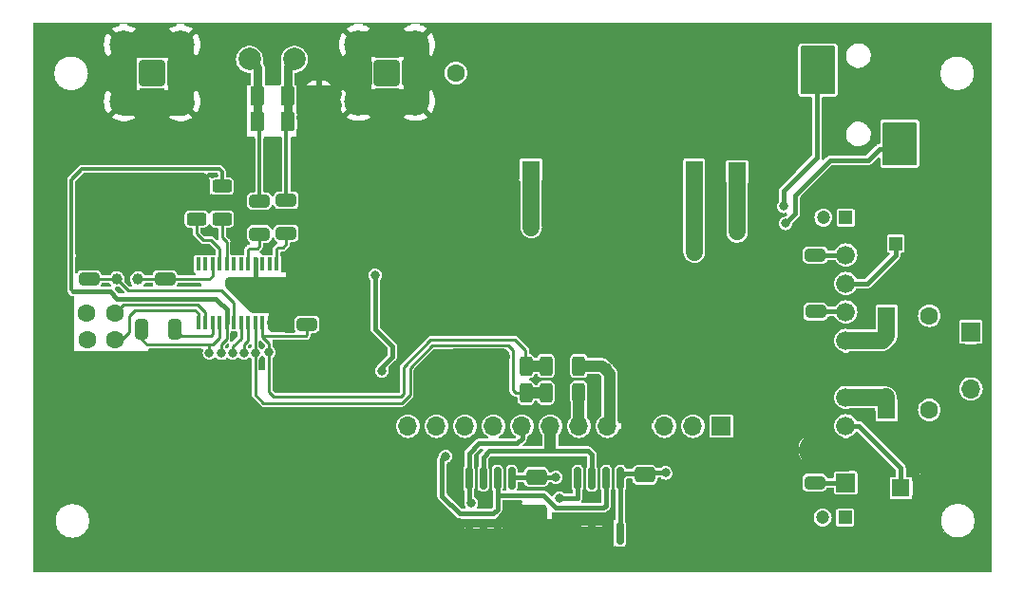
<source format=gbr>
%TF.GenerationSoftware,KiCad,Pcbnew,7.0.1*%
%TF.CreationDate,2024-02-20T22:54:35+00:00*%
%TF.ProjectId,SI4735,53493437-3335-42e6-9b69-6361645f7063,rev?*%
%TF.SameCoordinates,Original*%
%TF.FileFunction,Copper,L2,Bot*%
%TF.FilePolarity,Positive*%
%FSLAX45Y45*%
G04 Gerber Fmt 4.5, Leading zero omitted, Abs format (unit mm)*
G04 Created by KiCad (PCBNEW 7.0.1) date 2024-02-20 22:54:35*
%MOMM*%
%LPD*%
G01*
G04 APERTURE LIST*
G04 Aperture macros list*
%AMRoundRect*
0 Rectangle with rounded corners*
0 $1 Rounding radius*
0 $2 $3 $4 $5 $6 $7 $8 $9 X,Y pos of 4 corners*
0 Add a 4 corners polygon primitive as box body*
4,1,4,$2,$3,$4,$5,$6,$7,$8,$9,$2,$3,0*
0 Add four circle primitives for the rounded corners*
1,1,$1+$1,$2,$3*
1,1,$1+$1,$4,$5*
1,1,$1+$1,$6,$7*
1,1,$1+$1,$8,$9*
0 Add four rect primitives between the rounded corners*
20,1,$1+$1,$2,$3,$4,$5,0*
20,1,$1+$1,$4,$5,$6,$7,0*
20,1,$1+$1,$6,$7,$8,$9,0*
20,1,$1+$1,$8,$9,$2,$3,0*%
G04 Aperture macros list end*
%TA.AperFunction,NonConductor*%
%ADD10C,0.200000*%
%TD*%
%TA.AperFunction,ComponentPad*%
%ADD11R,1.700000X1.700000*%
%TD*%
%TA.AperFunction,ComponentPad*%
%ADD12O,1.700000X1.700000*%
%TD*%
%TA.AperFunction,ComponentPad*%
%ADD13R,1.676400X1.676400*%
%TD*%
%TA.AperFunction,ComponentPad*%
%ADD14C,1.676400*%
%TD*%
%TA.AperFunction,ComponentPad*%
%ADD15C,1.600000*%
%TD*%
%TA.AperFunction,SMDPad,CuDef*%
%ADD16R,2.800000X2.200000*%
%TD*%
%TA.AperFunction,SMDPad,CuDef*%
%ADD17R,2.800000X2.800000*%
%TD*%
%TA.AperFunction,SMDPad,CuDef*%
%ADD18RoundRect,0.250000X0.650000X-0.325000X0.650000X0.325000X-0.650000X0.325000X-0.650000X-0.325000X0*%
%TD*%
%TA.AperFunction,ComponentPad*%
%ADD19O,1.600000X1.600000*%
%TD*%
%TA.AperFunction,ComponentPad*%
%ADD20R,1.600000X1.600000*%
%TD*%
%TA.AperFunction,SMDPad,CuDef*%
%ADD21RoundRect,0.250000X-0.375000X-0.625000X0.375000X-0.625000X0.375000X0.625000X-0.375000X0.625000X0*%
%TD*%
%TA.AperFunction,ComponentPad*%
%ADD22RoundRect,0.200100X0.949900X0.949900X-0.949900X0.949900X-0.949900X-0.949900X0.949900X-0.949900X0*%
%TD*%
%TA.AperFunction,ComponentPad*%
%ADD23C,2.500000*%
%TD*%
%TA.AperFunction,SMDPad,CuDef*%
%ADD24RoundRect,0.150000X0.150000X-0.825000X0.150000X0.825000X-0.150000X0.825000X-0.150000X-0.825000X0*%
%TD*%
%TA.AperFunction,SMDPad,CuDef*%
%ADD25RoundRect,0.250000X0.312500X0.625000X-0.312500X0.625000X-0.312500X-0.625000X0.312500X-0.625000X0*%
%TD*%
%TA.AperFunction,SMDPad,CuDef*%
%ADD26RoundRect,0.250000X0.625000X-0.312500X0.625000X0.312500X-0.625000X0.312500X-0.625000X-0.312500X0*%
%TD*%
%TA.AperFunction,SMDPad,CuDef*%
%ADD27RoundRect,0.250000X-0.650000X0.325000X-0.650000X-0.325000X0.650000X-0.325000X0.650000X0.325000X0*%
%TD*%
%TA.AperFunction,SMDPad,CuDef*%
%ADD28RoundRect,0.250000X-0.650000X0.412500X-0.650000X-0.412500X0.650000X-0.412500X0.650000X0.412500X0*%
%TD*%
%TA.AperFunction,ComponentPad*%
%ADD29R,1.200000X1.200000*%
%TD*%
%TA.AperFunction,ComponentPad*%
%ADD30C,1.200000*%
%TD*%
%TA.AperFunction,SMDPad,CuDef*%
%ADD31RoundRect,0.250000X0.375000X0.625000X-0.375000X0.625000X-0.375000X-0.625000X0.375000X-0.625000X0*%
%TD*%
%TA.AperFunction,ComponentPad*%
%ADD32C,2.000000*%
%TD*%
%TA.AperFunction,SMDPad,CuDef*%
%ADD33R,0.400000X1.200000*%
%TD*%
%TA.AperFunction,ComponentPad*%
%ADD34C,1.000000*%
%TD*%
%TA.AperFunction,SMDPad,CuDef*%
%ADD35RoundRect,0.250000X-0.325000X-0.650000X0.325000X-0.650000X0.325000X0.650000X-0.325000X0.650000X0*%
%TD*%
%TA.AperFunction,ComponentPad*%
%ADD36R,1.000000X1.000000*%
%TD*%
%TA.AperFunction,ViaPad*%
%ADD37C,0.800000*%
%TD*%
%TA.AperFunction,Conductor*%
%ADD38C,0.450000*%
%TD*%
%TA.AperFunction,Conductor*%
%ADD39C,3.000000*%
%TD*%
%TA.AperFunction,Conductor*%
%ADD40C,0.800000*%
%TD*%
%TA.AperFunction,Conductor*%
%ADD41C,1.500000*%
%TD*%
%TA.AperFunction,Conductor*%
%ADD42C,2.300000*%
%TD*%
%TA.AperFunction,Conductor*%
%ADD43C,0.250000*%
%TD*%
%TA.AperFunction,Conductor*%
%ADD44C,0.350000*%
%TD*%
%TA.AperFunction,Conductor*%
%ADD45C,1.000000*%
%TD*%
%TA.AperFunction,Conductor*%
%ADD46C,0.400000*%
%TD*%
%TA.AperFunction,Conductor*%
%ADD47C,0.300000*%
%TD*%
%TA.AperFunction,Profile*%
%ADD48C,0.100000*%
%TD*%
%TA.AperFunction,Profile*%
%ADD49C,0.050000*%
%TD*%
G04 APERTURE END LIST*
D10*
X9913900Y-2032000D02*
X10202900Y-2032000D01*
X10202900Y-2445000D01*
X9913900Y-2445000D01*
X9913900Y-2032000D01*
%TA.AperFunction,NonConductor*%
G36*
X9913900Y-2032000D02*
G01*
X10202900Y-2032000D01*
X10202900Y-2445000D01*
X9913900Y-2445000D01*
X9913900Y-2032000D01*
G37*
%TD.AperFunction*%
X10648500Y-1851000D02*
X10937500Y-1851000D01*
X10937500Y-2264000D01*
X10648500Y-2264000D01*
X10648500Y-1851000D01*
%TA.AperFunction,NonConductor*%
G36*
X10648500Y-1851000D02*
G01*
X10937500Y-1851000D01*
X10937500Y-2264000D01*
X10648500Y-2264000D01*
X10648500Y-1851000D01*
G37*
%TD.AperFunction*%
X10642600Y-2709600D02*
X10931600Y-2709600D01*
X10931600Y-3081600D01*
X10642600Y-3081600D01*
X10642600Y-2709600D01*
%TA.AperFunction,NonConductor*%
G36*
X10642600Y-2709600D02*
G01*
X10931600Y-2709600D01*
X10931600Y-3081600D01*
X10642600Y-3081600D01*
X10642600Y-2709600D01*
G37*
%TD.AperFunction*%
D11*
%TO.P,J1,1,Pin_1*%
%TO.N,12V*%
X9198000Y-5415000D03*
D12*
%TO.P,J1,2,Pin_2*%
%TO.N,+5VA*%
X8944000Y-5415000D03*
%TO.P,J1,3,Pin_3*%
%TO.N,3.3V*%
X8690000Y-5415000D03*
%TO.P,J1,4,Pin_4*%
%TO.N,GND*%
X8436000Y-5415000D03*
%TO.P,J1,5,Pin_5*%
%TO.N,A_RST*%
X8182000Y-5415000D03*
%TO.P,J1,6,Pin_6*%
%TO.N,A_SEN*%
X7928000Y-5415000D03*
%TO.P,J1,7,Pin_7*%
%TO.N,A_SCL*%
X7674000Y-5415000D03*
%TO.P,J1,8,Pin_8*%
%TO.N,A_SDA*%
X7420000Y-5415000D03*
%TO.P,J1,9,Pin_9*%
%TO.N,D28*%
X7166000Y-5415000D03*
%TO.P,J1,10,Pin_10*%
%TO.N,Wp*%
X6912000Y-5415000D03*
%TO.P,J1,11,Pin_11*%
%TO.N,Mute*%
X6658000Y-5415000D03*
%TO.P,J1,12,Pin_12*%
%TO.N,Sleep*%
X6404000Y-5415000D03*
%TD*%
D13*
%TO.P,U4,1,-INV1*%
%TO.N,Net-(U4--INV1)*%
X10306000Y-5920000D03*
D14*
%TO.P,U4,2,SGND*%
%TO.N,GND*%
X10306000Y-5666000D03*
%TO.P,U4,3,SVRR*%
%TO.N,Net-(U4-SVRR)*%
X10306000Y-5412000D03*
%TO.P,U4,4,OUT1*%
%TO.N,Net-(U4-OUT1)*%
X10306000Y-5158000D03*
%TO.P,U4,5,PGND*%
%TO.N,GND*%
X10306000Y-4904000D03*
%TO.P,U4,6,OUT2*%
%TO.N,Net-(U4-OUT2)*%
X10306000Y-4650000D03*
%TO.P,U4,7,VP*%
%TO.N,12V*%
X10306000Y-4396000D03*
%TO.P,U4,8,M/SS*%
%TO.N,Net-(U4-M{slash}SS)*%
X10306000Y-4142000D03*
%TO.P,U4,9,-INV2*%
%TO.N,Net-(U4--INV2)*%
X10306000Y-3888000D03*
%TO.P,U4,10,GND_2*%
%TO.N,GND*%
X9544000Y-3888000D03*
%TO.P,U4,11,GND_9*%
X9544000Y-4142000D03*
%TO.P,U4,12,GND_7*%
X9544000Y-4396000D03*
%TO.P,U4,13,GND*%
X9544000Y-4650000D03*
%TO.P,U4,14,GND_8*%
X9544000Y-4904000D03*
%TO.P,U4,15,GND_4*%
X9544000Y-5158000D03*
%TO.P,U4,16,GND_5*%
X9544000Y-5412000D03*
%TO.P,U4,17,GND_6*%
X9544000Y-5666000D03*
%TO.P,U4,18,GND_3*%
X9544000Y-5920000D03*
%TD*%
D15*
%TO.P,C24,1*%
%TO.N,Left_Pre*%
X3543000Y-4647000D03*
%TO.P,C24,2*%
%TO.N,Net-(U7-LOUT{slash}[DFS])*%
X3793000Y-4647000D03*
%TD*%
D16*
%TO.P,J2,R*%
%TO.N,Right_Pre*%
X10048417Y-2198500D03*
%TO.P,J2,S*%
%TO.N,GND*%
X10788417Y-1998500D03*
D17*
%TO.P,J2,T*%
%TO.N,Left_Pre*%
X10788417Y-2938500D03*
%TD*%
D18*
%TO.P,C14,1*%
%TO.N,Net-(U4--INV1)*%
X10028740Y-5919000D03*
%TO.P,C14,2*%
%TO.N,GND*%
X10028740Y-5624000D03*
%TD*%
D15*
%TO.P,L1,1,1*%
%TO.N,Net-(D7-K)*%
X6832000Y-2265000D03*
D19*
%TO.P,L1,2,2*%
%TO.N,GND*%
X6832000Y-2773000D03*
%TD*%
D20*
%TO.P,C8,1*%
%TO.N,+5V*%
X8954000Y-3128000D03*
D15*
%TO.P,C8,2*%
%TO.N,GND*%
X8754000Y-3128000D03*
%TD*%
D18*
%TO.P,C23,1*%
%TO.N,S_RST*%
X5503000Y-4506500D03*
%TO.P,C23,2*%
%TO.N,GND*%
X5503000Y-4211500D03*
%TD*%
D21*
%TO.P,D10,1,K*%
%TO.N,GND*%
X4786000Y-2468000D03*
%TO.P,D10,2,A*%
%TO.N,Net-(D10-A)*%
X5066000Y-2468000D03*
%TD*%
D22*
%TO.P,J5,1,Pin_1*%
%TO.N,Net-(D7-K)*%
X6217574Y-2262210D03*
D23*
%TO.P,J5,2,Pin_2*%
%TO.N,GND*%
X6471574Y-2516210D03*
X6471574Y-2008210D03*
X5963574Y-2516210D03*
X5963574Y-2008210D03*
%TD*%
D11*
%TO.P,J7,1,Pin_1*%
%TO.N,Net-(J7-Pin_1)*%
X11421000Y-4574000D03*
D12*
%TO.P,J7,2,Pin_2*%
%TO.N,GND*%
X11421000Y-4828000D03*
%TO.P,J7,3,Pin_3*%
%TO.N,Net-(J7-Pin_3)*%
X11421000Y-5082000D03*
%TD*%
D24*
%TO.P,U5,1,A0*%
%TO.N,GND*%
X7328445Y-6372875D03*
%TO.P,U5,2,A1*%
X7201445Y-6372875D03*
%TO.P,U5,3,A2*%
X7074445Y-6372875D03*
%TO.P,U5,4,GND*%
X6947445Y-6372875D03*
%TO.P,U5,5,SDA*%
%TO.N,A_SDA*%
X6947445Y-5877875D03*
%TO.P,U5,6,SCL*%
%TO.N,A_SCL*%
X7074445Y-5877875D03*
%TO.P,U5,7,WP*%
%TO.N,Wp*%
X7201445Y-5877875D03*
%TO.P,U5,8,VCC*%
%TO.N,+5VA*%
X7328445Y-5877875D03*
%TD*%
D25*
%TO.P,R24,1*%
%TO.N,S_SEN*%
X7456945Y-5118375D03*
%TO.P,R24,2*%
%TO.N,GND*%
X7164445Y-5118375D03*
%TD*%
D20*
%TO.P,C17,1*%
%TO.N,Net-(U4-SVRR)*%
X10798200Y-5969000D03*
D15*
%TO.P,C17,2*%
%TO.N,GND*%
X10998200Y-5969000D03*
%TD*%
D26*
%TO.P,R22,1*%
%TO.N,Net-(U7-GPO2{slash}[~{INT}])*%
X4519000Y-3567000D03*
%TO.P,R22,2*%
%TO.N,GND*%
X4519000Y-3274500D03*
%TD*%
D27*
%TO.P,C11,1*%
%TO.N,Net-(D7-K)*%
X5320000Y-3399500D03*
%TO.P,C11,2*%
%TO.N,Net-(U7-AMI)*%
X5320000Y-3694500D03*
%TD*%
D28*
%TO.P,C20,1*%
%TO.N,+5VA*%
X8516000Y-5850250D03*
%TO.P,C20,2*%
%TO.N,GND*%
X8516000Y-6162750D03*
%TD*%
D29*
%TO.P,C18,1*%
%TO.N,Net-(U4--INV1)*%
X10300000Y-6231000D03*
D30*
%TO.P,C18,2*%
%TO.N,Left_Pre*%
X10100000Y-6231000D03*
%TD*%
D20*
%TO.P,C12,1*%
%TO.N,Net-(U4-OUT2)*%
X10671000Y-4431000D03*
D15*
%TO.P,C12,2*%
%TO.N,Net-(J7-Pin_1)*%
X11051000Y-4431000D03*
%TD*%
D20*
%TO.P,C13,1*%
%TO.N,Net-(U4-OUT1)*%
X10671000Y-5271000D03*
D15*
%TO.P,C13,2*%
%TO.N,Net-(J7-Pin_3)*%
X11051000Y-5271000D03*
%TD*%
D25*
%TO.P,R26,1*%
%TO.N,S_RST*%
X7456500Y-4879000D03*
%TO.P,R26,2*%
%TO.N,GND*%
X7164000Y-4879000D03*
%TD*%
D15*
%TO.P,C26,1*%
%TO.N,Right_Pre*%
X3540000Y-4410000D03*
%TO.P,C26,2*%
%TO.N,Net-(U7-ROUT{slash}[DOUT])*%
X3790000Y-4410000D03*
%TD*%
D29*
%TO.P,C7,1*%
%TO.N,Net-(U4--INV2)*%
X10306740Y-3555000D03*
D30*
%TO.P,C7,2*%
%TO.N,Right_Pre*%
X10106740Y-3555000D03*
%TD*%
D28*
%TO.P,C19,1*%
%TO.N,+5VA*%
X7548000Y-5868500D03*
%TO.P,C19,2*%
%TO.N,GND*%
X7548000Y-6181000D03*
%TD*%
D29*
%TO.P,C6,1*%
%TO.N,Net-(U4-M{slash}SS)*%
X10751760Y-3785000D03*
D30*
%TO.P,C6,2*%
%TO.N,GND*%
X10951760Y-3785000D03*
%TD*%
D18*
%TO.P,C22,1*%
%TO.N,Net-(U7-GPO3{slash}[DCLK])*%
X4240000Y-4103000D03*
%TO.P,C22,2*%
%TO.N,GND*%
X4240000Y-3808000D03*
%TD*%
D20*
%TO.P,C9,1*%
%TO.N,+3V3*%
X7502000Y-3125000D03*
D15*
%TO.P,C9,2*%
%TO.N,GND*%
X7302000Y-3125000D03*
%TD*%
D27*
%TO.P,C10,1*%
%TO.N,Net-(D10-A)*%
X5079000Y-3405500D03*
%TO.P,C10,2*%
%TO.N,Net-(U7-FMI)*%
X5079000Y-3700500D03*
%TD*%
D25*
%TO.P,R25,1*%
%TO.N,A_SEN*%
X7926445Y-5119000D03*
%TO.P,R25,2*%
%TO.N,S_SEN*%
X7633945Y-5119000D03*
%TD*%
D31*
%TO.P,D9,1,K*%
%TO.N,GND*%
X5609000Y-2470000D03*
%TO.P,D9,2,A*%
%TO.N,Net-(D7-K)*%
X5329000Y-2470000D03*
%TD*%
D24*
%TO.P,U6,1,A0*%
%TO.N,+5VA*%
X8297125Y-6374500D03*
%TO.P,U6,2,A1*%
%TO.N,GND*%
X8170125Y-6374500D03*
%TO.P,U6,3,A2*%
X8043125Y-6374500D03*
%TO.P,U6,4,GND*%
X7916125Y-6374500D03*
%TO.P,U6,5,SDA*%
%TO.N,A_SDA*%
X7916125Y-5879500D03*
%TO.P,U6,6,SCL*%
%TO.N,A_SCL*%
X8043125Y-5879500D03*
%TO.P,U6,7,WP*%
%TO.N,Wp*%
X8170125Y-5879500D03*
%TO.P,U6,8,VCC*%
%TO.N,+5VA*%
X8297125Y-5879500D03*
%TD*%
D31*
%TO.P,D8,1,K*%
%TO.N,Net-(D10-A)*%
X5064000Y-2697000D03*
%TO.P,D8,2,A*%
%TO.N,GND*%
X4784000Y-2697000D03*
%TD*%
D32*
%TO.P,L2,1,1*%
%TO.N,Net-(D10-A)*%
X4992000Y-2142000D03*
%TO.P,L2,2,2*%
%TO.N,Net-(D7-K)*%
X5392000Y-2142000D03*
%TD*%
D33*
%TO.P,U7,1,DOUT*%
%TO.N,unconnected-(U7-DOUT-Pad1)*%
X4534000Y-3968597D03*
%TO.P,U7,2,DFS*%
%TO.N,unconnected-(U7-DFS-Pad2)*%
X4597500Y-3968597D03*
%TO.P,U7,3,GPO3/[DCLK]*%
%TO.N,Net-(U7-GPO3{slash}[DCLK])*%
X4661000Y-3968597D03*
%TO.P,U7,4,GPO2/[~{INT}]*%
%TO.N,Net-(U7-GPO2{slash}[~{INT}])*%
X4724500Y-3968597D03*
%TO.P,U7,5,GPO1*%
%TO.N,Net-(U7-GPO1)*%
X4788000Y-3968597D03*
%TO.P,U7,6,NC*%
%TO.N,unconnected-(U7-NC-Pad6)*%
X4851500Y-3968597D03*
%TO.P,U7,7,NC*%
%TO.N,unconnected-(U7-NC-Pad7)*%
X4915000Y-3968597D03*
%TO.P,U7,8,FMI*%
%TO.N,Net-(U7-FMI)*%
X4978500Y-3968597D03*
%TO.P,U7,9,RFGND*%
%TO.N,GND*%
X5042000Y-3968597D03*
%TO.P,U7,10,NC*%
%TO.N,unconnected-(U7-NC-Pad10)*%
X5105500Y-3968597D03*
%TO.P,U7,11,NC*%
%TO.N,unconnected-(U7-NC-Pad11)*%
X5169000Y-3968597D03*
%TO.P,U7,12,AMI*%
%TO.N,Net-(U7-AMI)*%
X5232500Y-3968597D03*
%TO.P,U7,13,GND*%
%TO.N,GND*%
X5232500Y-4488597D03*
%TO.P,U7,14,GND*%
X5169000Y-4488597D03*
%TO.P,U7,15,~{RST}*%
%TO.N,S_RST*%
X5105500Y-4488597D03*
%TO.P,U7,16,~{SEN}*%
%TO.N,S_SEN*%
X5042000Y-4488597D03*
%TO.P,U7,17,SCLK*%
%TO.N,S_SCLK(SCL)*%
X4978500Y-4488597D03*
%TO.P,U7,18,SDIO*%
%TO.N,S_SDIO(SDA)*%
X4915000Y-4488597D03*
%TO.P,U7,19,RCLK*%
%TO.N,Net-(U7-RCLK)*%
X4851500Y-4488597D03*
%TO.P,U7,20,VD*%
%TO.N,+3V3*%
X4788000Y-4488597D03*
%TO.P,U7,21,VA*%
%TO.N,+5V*%
X4724500Y-4488597D03*
%TO.P,U7,22,DBYP*%
%TO.N,Net-(U7-DBYP)*%
X4661000Y-4488597D03*
%TO.P,U7,23,ROUT/[DOUT]*%
%TO.N,Net-(U7-ROUT{slash}[DOUT])*%
X4597500Y-4488597D03*
%TO.P,U7,24,LOUT/[DFS]*%
%TO.N,Net-(U7-LOUT{slash}[DFS])*%
X4534000Y-4488597D03*
%TD*%
D25*
%TO.P,R23,1*%
%TO.N,A_RST*%
X7926500Y-4878000D03*
%TO.P,R23,2*%
%TO.N,S_RST*%
X7634000Y-4878000D03*
%TD*%
D20*
%TO.P,C5,1*%
%TO.N,12V*%
X9337520Y-3140989D03*
D15*
%TO.P,C5,2*%
%TO.N,GND*%
X9537520Y-3140989D03*
%TD*%
D34*
%TO.P,Y1,1,1*%
%TO.N,Net-(U7-RCLK)*%
X3808000Y-4104000D03*
%TO.P,Y1,2,2*%
%TO.N,Net-(U7-GPO3{slash}[DCLK])*%
X3998000Y-4104000D03*
%TD*%
D35*
%TO.P,C21,1*%
%TO.N,+5V*%
X4032000Y-4553000D03*
%TO.P,C21,2*%
%TO.N,Net-(U7-DBYP)*%
X4327000Y-4553000D03*
%TD*%
D18*
%TO.P,C25,1*%
%TO.N,Net-(U7-RCLK)*%
X3562000Y-4102500D03*
%TO.P,C25,2*%
%TO.N,GND*%
X3562000Y-3807500D03*
%TD*%
D27*
%TO.P,C16,1*%
%TO.N,Net-(U4--INV2)*%
X10034740Y-3888000D03*
%TO.P,C16,2*%
%TO.N,GND*%
X10034740Y-4183000D03*
%TD*%
%TO.P,C15,1*%
%TO.N,12V*%
X10037000Y-4394000D03*
%TO.P,C15,2*%
%TO.N,GND*%
X10037000Y-4689000D03*
%TD*%
D26*
%TO.P,R21,1*%
%TO.N,Net-(U7-GPO1)*%
X4746000Y-3567000D03*
%TO.P,R21,2*%
%TO.N,+3V3*%
X4746000Y-3274500D03*
%TD*%
D36*
%TO.P,J6,1,Pin_1*%
%TO.N,GND*%
X3633000Y-3445000D03*
%TD*%
%TO.P,J4,1,Pin_1*%
%TO.N,GND*%
X4175500Y-3454000D03*
%TD*%
D21*
%TO.P,D7,1,K*%
%TO.N,Net-(D7-K)*%
X5331000Y-2701000D03*
%TO.P,D7,2,A*%
%TO.N,GND*%
X5611000Y-2701000D03*
%TD*%
D22*
%TO.P,J3,1,Pin_1*%
%TO.N,Net-(D10-A)*%
X4123574Y-2265210D03*
D23*
%TO.P,J3,2,Pin_2*%
%TO.N,GND*%
X4377574Y-2519210D03*
X4377574Y-2011210D03*
X3869574Y-2519210D03*
X3869574Y-2011210D03*
%TD*%
D37*
%TO.N,GND*%
X7366000Y-3699000D03*
X11087000Y-6626000D03*
X11525000Y-2791000D03*
X3319000Y-4872000D03*
X3124000Y-5897000D03*
X5039000Y-4115730D03*
X3123000Y-1893000D03*
X3129000Y-2386000D03*
X5755000Y-3902000D03*
X6147000Y-4731000D03*
X5752000Y-3500000D03*
X3319000Y-3046000D03*
X8726520Y-2868989D03*
X3320000Y-4676000D03*
X3645000Y-1885000D03*
X4981000Y-3046000D03*
X5755000Y-4143000D03*
X4515000Y-3047000D03*
X4736000Y-4874000D03*
X8480000Y-1886000D03*
X3320000Y-3871000D03*
X3320000Y-4079000D03*
X5755000Y-4394000D03*
X11064000Y-1885000D03*
X3129000Y-6250000D03*
X5581000Y-3046000D03*
X3320000Y-4255000D03*
X11528000Y-5898000D03*
X7329000Y-2858000D03*
X3124000Y-2790000D03*
X4051000Y-4877000D03*
X5205000Y-4306500D03*
X7369000Y-3825000D03*
X4765000Y-3047000D03*
X11526000Y-6248000D03*
X3319000Y-3259000D03*
X6861000Y-1886000D03*
X8054000Y-1887000D03*
X5498000Y-4875000D03*
X7093000Y-1885000D03*
X9527000Y-1886000D03*
X4290000Y-4876000D03*
X5751000Y-3699000D03*
X3566000Y-6628000D03*
X5411000Y-3044000D03*
X11528000Y-6627000D03*
X7220000Y-2858000D03*
X5201000Y-3047000D03*
X5755000Y-4650000D03*
X5755000Y-4874000D03*
X3123000Y-6629000D03*
X8836520Y-2867989D03*
X11524000Y-1876000D03*
X5748000Y-3047000D03*
X3553000Y-3046000D03*
X3809000Y-4881000D03*
X3516000Y-4875000D03*
X4291000Y-3045000D03*
X3819000Y-3046000D03*
X7372000Y-3959000D03*
X5590000Y-1884000D03*
X11526000Y-2387000D03*
X4705000Y-1884000D03*
X5202000Y-1884000D03*
X3320000Y-4468000D03*
X5258000Y-4874000D03*
X4067000Y-3045000D03*
X4512000Y-4874000D03*
X3320000Y-3658000D03*
X3319000Y-3467000D03*
%TO.N,Right_Pre*%
X9753600Y-3454400D03*
%TO.N,Left_Pre*%
X9768000Y-3606800D03*
%TO.N,S_RST*%
X5164000Y-4757500D03*
%TO.N,S_SCLK(SCL)*%
X4941000Y-4760500D03*
%TO.N,S_SEN*%
X5042000Y-4761500D03*
%TO.N,S_SDIO(SDA)*%
X4841000Y-4761500D03*
%TO.N,A_SDA*%
X6968000Y-6101000D03*
X7754000Y-6057000D03*
%TO.N,12V*%
X9337520Y-3683000D03*
%TO.N,Wp*%
X6740000Y-5683000D03*
%TO.N,+3V3*%
X7503000Y-3642875D03*
X6111000Y-4068000D03*
X4741000Y-4765500D03*
X6173000Y-4921000D03*
%TO.N,+5VA*%
X8700125Y-5832500D03*
X7721945Y-5871375D03*
%TO.N,+5V*%
X8955945Y-3862745D03*
X4634000Y-4762000D03*
%TD*%
D38*
%TO.N,Net-(U4-M{slash}SS)*%
X10751760Y-3888240D02*
X10668500Y-3971500D01*
X10306000Y-4142000D02*
X10498000Y-4142000D01*
X10498000Y-4142000D02*
X10668500Y-3971500D01*
X10751760Y-3785000D02*
X10751760Y-3888240D01*
%TO.N,Net-(U4--INV2)*%
X10034740Y-3888000D02*
X10306000Y-3888000D01*
D39*
%TO.N,GND*%
X10306000Y-5666000D02*
X10070740Y-5666000D01*
D40*
X7364500Y-6153000D02*
X7601500Y-6153000D01*
D41*
X4639000Y-2471000D02*
X4889217Y-2471000D01*
D40*
X7363500Y-6228000D02*
X7600500Y-6228000D01*
D42*
X4378000Y-2007000D02*
X3870000Y-2007000D01*
X4383000Y-2524000D02*
X3875000Y-2524000D01*
D40*
X7829000Y-6262000D02*
X7829000Y-6477000D01*
D41*
X4636000Y-2563000D02*
X4886217Y-2563000D01*
X7236054Y-4798000D02*
X6833946Y-4798000D01*
D40*
X10940000Y-6083500D02*
X10940000Y-5868500D01*
X7327000Y-6116500D02*
X7327000Y-6353500D01*
D43*
X5169000Y-4358000D02*
X5169000Y-4342500D01*
X5205000Y-4306500D02*
X5205000Y-4405000D01*
D39*
X10228000Y-4905000D02*
X10403500Y-4905000D01*
D38*
X5329000Y-4550000D02*
X5315000Y-4536000D01*
D40*
X4911000Y-4140500D02*
X4911000Y-4209500D01*
D43*
X5211000Y-4527049D02*
X5211000Y-4312500D01*
D41*
X5487000Y-2667000D02*
X5737217Y-2667000D01*
D40*
X8153000Y-6508000D02*
X6877000Y-6508000D01*
D41*
X7215000Y-5222000D02*
X7229000Y-5208000D01*
D38*
X5042000Y-4058000D02*
X5042000Y-4112730D01*
D40*
X7970500Y-6359000D02*
X6874000Y-6359000D01*
X5034000Y-4120730D02*
X5034000Y-4169000D01*
D41*
X4312000Y-3894000D02*
X4138500Y-3894000D01*
D43*
X5232500Y-4488597D02*
X5232500Y-4536000D01*
X5232500Y-4488597D02*
X5232500Y-4334000D01*
D40*
X5315000Y-4302000D02*
X5051000Y-4302000D01*
D38*
X5042000Y-3929000D02*
X5042000Y-4058000D01*
D40*
X8434000Y-6522000D02*
X7158000Y-6522000D01*
X5051000Y-4302000D02*
X5034000Y-4285000D01*
X4975000Y-4182500D02*
X4975000Y-4251500D01*
X8196000Y-6509000D02*
X8210000Y-6523000D01*
D41*
X10115000Y-4143000D02*
X9941500Y-4143000D01*
X4319000Y-3757500D02*
X4317500Y-3756000D01*
X4315000Y-3892000D02*
X4315000Y-3718500D01*
D40*
X5476500Y-4238000D02*
X5503000Y-4211500D01*
D42*
X3867000Y-2522000D02*
X3867000Y-2014000D01*
D38*
X5266000Y-4550000D02*
X5300000Y-4550000D01*
D40*
X4814270Y-4115730D02*
X5583730Y-4115730D01*
D41*
X8432000Y-6093000D02*
X8682217Y-6093000D01*
X9944000Y-4646000D02*
X10117500Y-4646000D01*
X10908000Y-3873000D02*
X10908000Y-3699500D01*
X4146000Y-3848000D02*
X4319500Y-3848000D01*
X7124000Y-5209054D02*
X7124000Y-4806946D01*
X5491000Y-2449000D02*
X5741217Y-2449000D01*
D40*
X10998000Y-6081500D02*
X10998000Y-5866500D01*
X7283000Y-6115500D02*
X7283000Y-6352500D01*
D39*
X10933500Y-1964000D02*
X10933500Y-2433000D01*
D41*
X7229000Y-5208000D02*
X7229000Y-4805892D01*
D40*
X8169000Y-6492000D02*
X8153000Y-6508000D01*
D38*
X5266000Y-4550000D02*
X5266000Y-4373000D01*
D41*
X8775000Y-3036000D02*
X8775000Y-3209500D01*
X4082000Y-3497000D02*
X4255500Y-3497000D01*
D40*
X5278000Y-4361000D02*
X5020000Y-4361000D01*
X5348000Y-4361000D02*
X5278000Y-4361000D01*
D38*
X5315000Y-4536000D02*
X5315000Y-4302000D01*
D40*
X5169000Y-4245730D02*
X5039000Y-4115730D01*
X11049000Y-6076500D02*
X11049000Y-5861500D01*
X6862000Y-6278000D02*
X6862000Y-6493000D01*
D43*
X5202000Y-4537000D02*
X5202000Y-4309500D01*
X5042000Y-4125730D02*
X5042000Y-3968597D01*
D40*
X8200000Y-6523000D02*
X8169000Y-6492000D01*
D38*
X5042000Y-3968597D02*
X5042000Y-3929000D01*
D42*
X5962000Y-2004000D02*
X5962000Y-2512000D01*
D40*
X5039000Y-4115730D02*
X5034000Y-4120730D01*
X4808000Y-4149000D02*
X4808000Y-4122000D01*
X7986000Y-6374500D02*
X7970500Y-6359000D01*
D39*
X11456000Y-4827000D02*
X11280500Y-4827000D01*
D40*
X7869000Y-6434000D02*
X6872000Y-6434000D01*
X5319730Y-4115730D02*
X5039000Y-4115730D01*
X8158000Y-6264000D02*
X7833000Y-6264000D01*
D41*
X7326000Y-3024000D02*
X7326000Y-3197500D01*
D42*
X6473000Y-2516000D02*
X6473000Y-2008000D01*
D41*
X5435000Y-4231000D02*
X5373000Y-4169000D01*
D42*
X4380000Y-2010000D02*
X4380000Y-2518000D01*
D41*
X4552000Y-3232000D02*
X4378500Y-3232000D01*
D38*
X5329000Y-4550000D02*
X5348000Y-4531000D01*
D41*
X4637000Y-2656000D02*
X4887217Y-2656000D01*
D43*
X5184000Y-4327500D02*
X5205000Y-4306500D01*
D40*
X5034000Y-4238000D02*
X5476500Y-4238000D01*
X7090500Y-6278000D02*
X7199000Y-6278000D01*
X7885000Y-6418000D02*
X7869000Y-6434000D01*
D39*
X9544000Y-3888000D02*
X9544000Y-5920000D01*
D41*
X4083000Y-3387000D02*
X4256500Y-3387000D01*
D40*
X5373000Y-4169000D02*
X5319730Y-4115730D01*
X8196000Y-6228000D02*
X8196000Y-6509000D01*
D41*
X9516000Y-3230000D02*
X9516000Y-3056500D01*
D43*
X5169000Y-4342500D02*
X5205000Y-4306500D01*
D41*
X9945000Y-4732000D02*
X10118500Y-4732000D01*
D42*
X6465000Y-2516000D02*
X5957000Y-2516000D01*
D41*
X4634000Y-2770000D02*
X4884217Y-2770000D01*
D43*
X5211000Y-4312500D02*
X5205000Y-4306500D01*
D41*
X5435000Y-4299000D02*
X5435000Y-4231000D01*
D43*
X5202000Y-4309500D02*
X5205000Y-4306500D01*
D40*
X5020000Y-4361000D02*
X4808000Y-4149000D01*
D41*
X4141000Y-3889000D02*
X4141000Y-3715500D01*
D43*
X5205000Y-4405000D02*
X5190000Y-4420000D01*
D38*
X5187000Y-4550000D02*
X5266000Y-4550000D01*
D43*
X5184000Y-4517049D02*
X5184000Y-4327500D01*
D38*
X5266000Y-4373000D02*
X5278000Y-4361000D01*
X5300000Y-4383000D02*
X5278000Y-4361000D01*
D42*
X6471000Y-2003000D02*
X5963000Y-2003000D01*
D38*
X5348000Y-4531000D02*
X5348000Y-4361000D01*
D40*
X11099000Y-6084500D02*
X11099000Y-5869500D01*
X7199000Y-6278000D02*
X7283000Y-6194000D01*
D41*
X4082000Y-3562000D02*
X4082000Y-3388500D01*
D43*
X5232500Y-4536000D02*
X5160476Y-4536000D01*
D40*
X7829000Y-6477000D02*
X7844000Y-6492000D01*
X7240000Y-6492000D02*
X7844000Y-6492000D01*
D41*
X4566000Y-3234000D02*
X4566000Y-3407500D01*
D43*
X5169000Y-4488597D02*
X5169000Y-4358000D01*
X5232500Y-4334000D02*
X5205000Y-4306500D01*
D41*
X3583250Y-3491000D02*
X3756750Y-3491000D01*
X5488000Y-2556000D02*
X5738217Y-2556000D01*
D40*
X5034000Y-4169000D02*
X5034000Y-4238000D01*
X8166000Y-6343000D02*
X7841000Y-6343000D01*
D41*
X8378000Y-5329000D02*
X8378000Y-5502500D01*
D40*
X7386000Y-6116500D02*
X7386000Y-6353500D01*
X7871000Y-6264000D02*
X7855000Y-6280000D01*
D41*
X10993000Y-3702000D02*
X10993000Y-3875500D01*
D40*
X5169000Y-4358000D02*
X5169000Y-4245730D01*
D41*
X4151000Y-3723000D02*
X4151000Y-3549500D01*
D38*
X5300000Y-4550000D02*
X5300000Y-4383000D01*
D41*
X8430000Y-6210000D02*
X8680217Y-6210000D01*
X4263000Y-3724000D02*
X4263000Y-3550500D01*
X3584250Y-3397000D02*
X3757750Y-3397000D01*
D40*
X8210000Y-6523000D02*
X8200000Y-6523000D01*
D41*
X4088000Y-3728000D02*
X4088000Y-3554500D01*
D38*
X7328445Y-6372875D02*
X6947445Y-6372875D01*
D40*
X5034000Y-4169000D02*
X5460500Y-4169000D01*
D39*
X10677500Y-1963000D02*
X10677500Y-2432000D01*
D40*
X7855000Y-6280000D02*
X6866000Y-6280000D01*
D38*
X5042000Y-3929000D02*
X5041000Y-3928000D01*
D39*
X10070740Y-5666000D02*
X10028740Y-5624000D01*
D41*
X8498000Y-5330000D02*
X8498000Y-5503500D01*
D40*
X5460500Y-4169000D02*
X5503000Y-4211500D01*
X8169000Y-6492000D02*
X7844000Y-6492000D01*
X5034000Y-4238000D02*
X5034000Y-4285000D01*
D41*
X5570000Y-4302000D02*
X5570000Y-4238000D01*
D38*
X5300000Y-4550000D02*
X5329000Y-4550000D01*
D41*
X7247000Y-3024000D02*
X7247000Y-3197500D01*
D40*
X5570000Y-4302000D02*
X5315000Y-4302000D01*
D41*
X5489000Y-2784000D02*
X5739217Y-2784000D01*
X4557000Y-3325000D02*
X4383500Y-3325000D01*
X9941000Y-4217000D02*
X10114500Y-4217000D01*
X4261000Y-3564000D02*
X4261000Y-3390500D01*
X9595000Y-3060000D02*
X9595000Y-3233500D01*
D40*
X5583730Y-4115730D02*
X5643000Y-4175000D01*
X5647000Y-4181500D02*
X5647000Y-4361000D01*
D41*
X4643892Y-2409000D02*
X4894108Y-2409000D01*
X6887000Y-2643000D02*
X6887000Y-2927000D01*
X3513000Y-3862000D02*
X3686500Y-3862000D01*
D38*
X5169000Y-4532000D02*
X5187000Y-4550000D01*
D41*
X4144000Y-3756000D02*
X4317500Y-3756000D01*
D38*
X5169000Y-4488597D02*
X5169000Y-4532000D01*
D41*
X3510000Y-3736000D02*
X3683500Y-3736000D01*
D40*
X8164000Y-6418000D02*
X7839000Y-6418000D01*
D41*
X3511000Y-3862000D02*
X3511000Y-3688500D01*
X6778000Y-2653000D02*
X6778000Y-2937000D01*
D38*
X5042000Y-3968597D02*
X5042000Y-4058000D01*
D40*
X4808000Y-4122000D02*
X4814270Y-4115730D01*
D41*
X8696000Y-3036000D02*
X8696000Y-3209500D01*
D38*
X8170125Y-6374500D02*
X7916125Y-6374500D01*
D39*
X10632500Y-1963000D02*
X11101500Y-1963000D01*
D38*
X5042000Y-4112730D02*
X5039000Y-4115730D01*
D40*
X7844000Y-6492000D02*
X7843000Y-6491000D01*
X5647000Y-4361000D02*
X5348000Y-4361000D01*
D43*
%TO.N,Net-(U7-FMI)*%
X4991000Y-3828500D02*
X5058000Y-3828500D01*
X4978500Y-3968597D02*
X4978500Y-3841000D01*
X5058000Y-3828500D02*
X5079000Y-3807500D01*
X4978500Y-3841000D02*
X4991000Y-3828500D01*
X5079000Y-3807500D02*
X5079000Y-3700500D01*
D40*
%TO.N,Net-(D7-K)*%
X5392000Y-2142000D02*
X5332000Y-2202000D01*
X5332000Y-2202000D02*
X5332000Y-2722000D01*
D44*
X5320000Y-3399500D02*
X5320000Y-2735000D01*
D40*
X5332000Y-2722000D02*
X5332500Y-2722500D01*
D44*
X5320000Y-2735000D02*
X5332500Y-2722500D01*
D43*
%TO.N,Net-(U7-AMI)*%
X5320000Y-3694500D02*
X5320000Y-3792500D01*
X5245000Y-3822500D02*
X5290000Y-3822500D01*
X5232500Y-3835000D02*
X5245000Y-3822500D01*
X5232500Y-3968597D02*
X5232500Y-3835000D01*
X5320000Y-3792500D02*
X5290000Y-3822500D01*
D41*
%TO.N,Net-(U4-OUT2)*%
X10671000Y-4609000D02*
X10671000Y-4431000D01*
X10630000Y-4650000D02*
X10671000Y-4609000D01*
X10306000Y-4650000D02*
X10630000Y-4650000D01*
%TO.N,Net-(U4-OUT1)*%
X10664000Y-5156000D02*
X10664000Y-5264000D01*
X10306000Y-5158000D02*
X10662000Y-5158000D01*
X10662000Y-5158000D02*
X10664000Y-5156000D01*
X10664000Y-5264000D02*
X10671000Y-5271000D01*
D38*
%TO.N,Net-(U4--INV1)*%
X10028740Y-5919000D02*
X10305000Y-5919000D01*
%TO.N,Net-(U4-SVRR)*%
X10798200Y-5790200D02*
X10420000Y-5412000D01*
X10420000Y-5412000D02*
X10306000Y-5412000D01*
X10798200Y-5969000D02*
X10798200Y-5790200D01*
D43*
%TO.N,Net-(U7-DBYP)*%
X4661000Y-4488597D02*
X4661000Y-4595730D01*
X4646000Y-4610730D02*
X4383133Y-4610730D01*
X4661000Y-4595730D02*
X4646000Y-4610730D01*
X4383133Y-4610730D02*
X4323000Y-4550597D01*
%TO.N,Net-(U7-GPO3{slash}[DCLK])*%
X4661000Y-4076097D02*
X4661000Y-3968597D01*
X4243867Y-4103597D02*
X4633500Y-4103597D01*
X4633500Y-4103597D02*
X4661000Y-4076097D01*
X4240000Y-4103000D02*
X3999000Y-4103000D01*
X3999000Y-4103000D02*
X3998000Y-4104000D01*
%TO.N,Net-(U7-LOUT{slash}[DFS])*%
X4507270Y-4384000D02*
X4534000Y-4410730D01*
X4534000Y-4410730D02*
X4534000Y-4488597D01*
X3919000Y-4431000D02*
X3966000Y-4384000D01*
X3793000Y-4647000D02*
X3850000Y-4647000D01*
X3850000Y-4647000D02*
X3919000Y-4578000D01*
X3919000Y-4578000D02*
X3919000Y-4431000D01*
X3966000Y-4384000D02*
X4507270Y-4384000D01*
D38*
%TO.N,Right_Pre*%
X9753600Y-3314400D02*
X10048417Y-3019583D01*
X10048417Y-3019583D02*
X10048417Y-2198500D01*
X9753600Y-3454400D02*
X9753600Y-3314400D01*
D43*
%TO.N,Net-(U7-RCLK)*%
X4851500Y-4312097D02*
X4851500Y-4488597D01*
X3911867Y-4204597D02*
X4744000Y-4204597D01*
X3806500Y-4102500D02*
X3808000Y-4104000D01*
X3562000Y-4102500D02*
X3806500Y-4102500D01*
X4744000Y-4204597D02*
X4851500Y-4312097D01*
X3810000Y-4102730D02*
X3911867Y-4204597D01*
D38*
%TO.N,Left_Pre*%
X10504000Y-3043000D02*
X10608500Y-2938500D01*
X9855200Y-3519600D02*
X9855200Y-3353800D01*
X9768000Y-3606800D02*
X9855200Y-3519600D01*
X10166000Y-3043000D02*
X10504000Y-3043000D01*
X9855200Y-3353800D02*
X10166000Y-3043000D01*
X10608500Y-2938500D02*
X10788417Y-2938500D01*
D43*
%TO.N,Net-(U7-ROUT{slash}[DOUT])*%
X3866000Y-4334000D02*
X3790000Y-4410000D01*
X4597500Y-4488597D02*
X4597500Y-4400230D01*
X4597500Y-4400230D02*
X4531270Y-4334000D01*
X4531270Y-4334000D02*
X3866000Y-4334000D01*
%TO.N,S_RST*%
X5503000Y-4605500D02*
X5503000Y-4506500D01*
X5105500Y-4613500D02*
X5495000Y-4613500D01*
X5164000Y-4757500D02*
X5164000Y-5111000D01*
X7358945Y-4643375D02*
X7449445Y-4733875D01*
D45*
X7456500Y-4879000D02*
X7633000Y-4879000D01*
D43*
X6362945Y-5128375D02*
X6362945Y-4887375D01*
D45*
X7633000Y-4879000D02*
X7634000Y-4878000D01*
D43*
X5164000Y-5111000D02*
X5202000Y-5149000D01*
X7449445Y-4733875D02*
X7449445Y-4880375D01*
D38*
X7449445Y-4880375D02*
X7460445Y-4869375D01*
D43*
X5164000Y-4678500D02*
X5105500Y-4620000D01*
X6606945Y-4643375D02*
X7358945Y-4643375D01*
X5105500Y-4620000D02*
X5105500Y-4488597D01*
X5495000Y-4613500D02*
X5503000Y-4605500D01*
X6342320Y-5149000D02*
X6362945Y-5128375D01*
X6362945Y-4887375D02*
X6606945Y-4643375D01*
X5164000Y-4757500D02*
X5164000Y-4678500D01*
X5202000Y-5149000D02*
X6342320Y-5149000D01*
%TO.N,S_SCLK(SCL)*%
X4977000Y-4651500D02*
X4977000Y-4490097D01*
X4941000Y-4760500D02*
X4941000Y-4687500D01*
X4941000Y-4687500D02*
X4977000Y-4651500D01*
%TO.N,S_SEN*%
X7339945Y-5092375D02*
X7339945Y-4740375D01*
X6621945Y-4694375D02*
X6421945Y-4894375D01*
D38*
X7466945Y-5108375D02*
X7456945Y-5118375D01*
D45*
X7456945Y-5118375D02*
X7457570Y-5119000D01*
D43*
X7293945Y-4694375D02*
X6621945Y-4694375D01*
X6421945Y-5135375D02*
X6347320Y-5210000D01*
X5117000Y-5210000D02*
X5042000Y-5135000D01*
X7456945Y-5118375D02*
X7365945Y-5118375D01*
X7339945Y-4740375D02*
X7293945Y-4694375D01*
X6347320Y-5210000D02*
X5117000Y-5210000D01*
X7365945Y-5118375D02*
X7339945Y-5092375D01*
X6421945Y-4894375D02*
X6421945Y-5135375D01*
D45*
X7457570Y-5119000D02*
X7633945Y-5119000D01*
D43*
X5042000Y-5135000D02*
X5042000Y-4761500D01*
X5042000Y-4761500D02*
X5042000Y-4488597D01*
%TO.N,S_SDIO(SDA)*%
X4841000Y-4705500D02*
X4915000Y-4631500D01*
X4915000Y-4631500D02*
X4915000Y-4488597D01*
X4841000Y-4761500D02*
X4841000Y-4705500D01*
D45*
%TO.N,A_SEN*%
X7928000Y-5415000D02*
X7928000Y-5120555D01*
X7928000Y-5120555D02*
X7926445Y-5119000D01*
D43*
X7928945Y-5414375D02*
X7926445Y-5411875D01*
D38*
%TO.N,A_SDA*%
X6947445Y-5730000D02*
X6947445Y-5658555D01*
X7913000Y-6058000D02*
X7916125Y-6054875D01*
X6968000Y-6101000D02*
X6947445Y-6080445D01*
X7755000Y-6058000D02*
X7913000Y-6058000D01*
X6947445Y-5658555D02*
X7034945Y-5571055D01*
X7420945Y-5526109D02*
X7420945Y-5414375D01*
X7916125Y-6054875D02*
X7916125Y-5879500D01*
X6947445Y-6080445D02*
X6947445Y-5730000D01*
X6947445Y-5877875D02*
X6947445Y-5730000D01*
X7376000Y-5571055D02*
X7420945Y-5526109D01*
X7034945Y-5571055D02*
X7376000Y-5571055D01*
D43*
X7420945Y-5513000D02*
X7420945Y-5414375D01*
D38*
X7420945Y-5414375D02*
X7420945Y-5489055D01*
D43*
%TO.N,A_RST*%
X7940445Y-4868375D02*
X7939445Y-4869375D01*
D45*
X8182000Y-5415000D02*
X8200945Y-5396055D01*
X8200945Y-5396055D02*
X8200945Y-4945000D01*
D43*
X8183945Y-4868375D02*
X8200945Y-4885375D01*
X8200945Y-4885375D02*
X8200945Y-4945000D01*
X8200945Y-5396375D02*
X8182945Y-5414375D01*
D45*
X8133945Y-4878000D02*
X8200945Y-4945000D01*
X7926500Y-4878000D02*
X8133945Y-4878000D01*
D38*
%TO.N,A_SCL*%
X7074445Y-5877875D02*
X7074445Y-5691555D01*
X7074445Y-5691555D02*
X7127000Y-5639000D01*
D45*
X7674000Y-5415000D02*
X7674000Y-5610000D01*
D38*
X7674000Y-5610000D02*
X7674000Y-5634055D01*
X7674945Y-5639000D02*
X7676945Y-5637000D01*
X7674945Y-5635000D02*
X7674945Y-5414375D01*
X8043125Y-5879500D02*
X8043125Y-5672125D01*
X8010000Y-5639000D02*
X7641000Y-5639000D01*
X8043125Y-5672125D02*
X8010000Y-5639000D01*
X7127000Y-5639000D02*
X7674945Y-5639000D01*
X7676945Y-5637000D02*
X7674945Y-5635000D01*
X7674000Y-5634055D02*
X7676945Y-5637000D01*
D41*
%TO.N,12V*%
X9337520Y-3140989D02*
X9337520Y-3683000D01*
D38*
X10037000Y-4394000D02*
X10304000Y-4394000D01*
D43*
%TO.N,Net-(U7-GPO1)*%
X4746000Y-3728500D02*
X4746000Y-3567000D01*
X4788000Y-3968597D02*
X4788000Y-3770500D01*
X4788000Y-3770500D02*
X4746000Y-3728500D01*
%TO.N,Net-(U7-GPO2{slash}[~{INT}])*%
X4519000Y-3567000D02*
X4519000Y-3696500D01*
X4577000Y-3754500D02*
X4650500Y-3754500D01*
X4650500Y-3754500D02*
X4724500Y-3828500D01*
X4519000Y-3696500D02*
X4577000Y-3754500D01*
X4724500Y-3828500D02*
X4724500Y-3968597D01*
D38*
%TO.N,Wp*%
X7724000Y-6144000D02*
X8063000Y-6144000D01*
X8148000Y-6146000D02*
X8170125Y-6123875D01*
X7201445Y-5877875D02*
X7201445Y-6059000D01*
X7165000Y-6193000D02*
X7201445Y-6156555D01*
X7201445Y-6033000D02*
X7613000Y-6033000D01*
X7613000Y-6033000D02*
X7724000Y-6144000D01*
X6863000Y-6193000D02*
X7165000Y-6193000D01*
X6708000Y-5715000D02*
X6708000Y-6038000D01*
X6740000Y-5683000D02*
X6708000Y-5715000D01*
X8170125Y-6123875D02*
X8170125Y-5879500D01*
X8065000Y-6146000D02*
X8148000Y-6146000D01*
X8063000Y-6144000D02*
X8065000Y-6146000D01*
X7201445Y-6156555D02*
X7201445Y-6059000D01*
X6708000Y-6038000D02*
X6863000Y-6193000D01*
X7201445Y-6059000D02*
X7201445Y-6033000D01*
%TO.N,+3V3*%
X4704000Y-4293000D02*
X4687000Y-4276000D01*
D46*
X4788000Y-4488597D02*
X4788000Y-4377000D01*
D47*
X3498000Y-3121000D02*
X3401000Y-3218000D01*
D43*
X4741000Y-4684500D02*
X4788000Y-4637500D01*
D46*
X4788000Y-4377000D02*
X4704000Y-4293000D01*
D41*
X7503000Y-3642875D02*
X7502000Y-3641875D01*
D47*
X3401000Y-4196000D02*
X3419000Y-4214000D01*
X4746000Y-3147000D02*
X4720000Y-3121000D01*
X4720000Y-3121000D02*
X3498000Y-3121000D01*
D46*
X6111000Y-4548000D02*
X6111000Y-4068000D01*
D43*
X4741000Y-4765500D02*
X4741000Y-4684500D01*
D46*
X6173000Y-4887000D02*
X6266000Y-4794000D01*
X6173000Y-4921000D02*
X6173000Y-4887000D01*
D41*
X7502000Y-3641875D02*
X7502000Y-3125000D01*
D38*
X3750000Y-4214000D02*
X3419000Y-4214000D01*
X4687000Y-4276000D02*
X3933000Y-4276000D01*
D46*
X6266000Y-4703000D02*
X6111000Y-4548000D01*
X6266000Y-4794000D02*
X6266000Y-4703000D01*
D38*
X3933000Y-4276000D02*
X3812000Y-4276000D01*
D47*
X4746000Y-3274500D02*
X4746000Y-3147000D01*
X3401000Y-3218000D02*
X3401000Y-4196000D01*
D38*
X3812000Y-4276000D02*
X3750000Y-4214000D01*
D43*
X4788000Y-4637500D02*
X4788000Y-4488597D01*
D44*
%TO.N,Net-(D10-A)*%
X5079000Y-2734000D02*
X5067500Y-2722500D01*
D40*
X5066000Y-2721000D02*
X5067500Y-2722500D01*
X4989000Y-2139000D02*
X5066000Y-2216000D01*
X5066000Y-2216000D02*
X5066000Y-2721000D01*
D44*
X5079000Y-3405500D02*
X5079000Y-2734000D01*
D38*
%TO.N,+5VA*%
X7334320Y-5872000D02*
X7328445Y-5877875D01*
X8522125Y-5836250D02*
X8340375Y-5836250D01*
X8340375Y-5836250D02*
X8297125Y-5879500D01*
X8297125Y-6374500D02*
X8297125Y-5879500D01*
X7721945Y-5871375D02*
X7721320Y-5872000D01*
X8700125Y-5832500D02*
X8525875Y-5832500D01*
X7721320Y-5872000D02*
X7334320Y-5872000D01*
X8525875Y-5832500D02*
X8522125Y-5836250D01*
D43*
%TO.N,+5V*%
X4634000Y-4762000D02*
X4634000Y-4690597D01*
X4077000Y-4690597D02*
X4028000Y-4641597D01*
D41*
X8954000Y-3860800D02*
X8954000Y-3128000D01*
D43*
X4724500Y-4627500D02*
X4724500Y-4488597D01*
X4634000Y-4690597D02*
X4077000Y-4690597D01*
X4634000Y-4690597D02*
X4661403Y-4690597D01*
X4028000Y-4641597D02*
X4028000Y-4550597D01*
X4661403Y-4690597D02*
X4724500Y-4627500D01*
D41*
X8955945Y-3862745D02*
X8954000Y-3860800D01*
%TD*%
%TA.AperFunction,Conductor*%
%TO.N,GND*%
G36*
X5276250Y-2835661D02*
G01*
X5280789Y-2840200D01*
X5282450Y-2846400D01*
X5282450Y-3006702D01*
X5116550Y-3006768D01*
X5116550Y-2846400D01*
X5118211Y-2840200D01*
X5122750Y-2835661D01*
X5128950Y-2834000D01*
X5270050Y-2834000D01*
X5276250Y-2835661D01*
G37*
%TD.AperFunction*%
%TA.AperFunction,Conductor*%
G36*
X11595750Y-1816711D02*
G01*
X11600289Y-1821250D01*
X11601950Y-1827450D01*
X11601950Y-6699600D01*
X11600289Y-6705800D01*
X11595750Y-6710339D01*
X11589550Y-6712000D01*
X3075392Y-6712000D01*
X3069195Y-6710340D01*
X3064656Y-6705804D01*
X3062992Y-6699608D01*
X3062868Y-6497156D01*
X3062724Y-6261000D01*
X3257631Y-6261000D01*
X3259544Y-6285305D01*
X3265235Y-6309012D01*
X3269900Y-6320274D01*
X3274565Y-6331536D01*
X3287304Y-6352324D01*
X3303137Y-6370863D01*
X3321676Y-6386696D01*
X3342464Y-6399435D01*
X3364988Y-6408765D01*
X3388695Y-6414456D01*
X3413000Y-6416369D01*
X3437305Y-6414456D01*
X3461012Y-6408765D01*
X3483536Y-6399435D01*
X3486082Y-6397875D01*
X6867445Y-6397875D01*
X6867445Y-6461939D01*
X6867735Y-6465624D01*
X6872317Y-6481395D01*
X6880677Y-6495531D01*
X6892290Y-6507143D01*
X6906425Y-6515503D01*
X6922196Y-6520085D01*
X6922445Y-6520104D01*
X6922445Y-6520104D01*
X6922445Y-6397875D01*
X6972445Y-6397875D01*
X6972445Y-6520104D01*
X6972694Y-6520085D01*
X6988465Y-6515503D01*
X7003949Y-6506346D01*
X7004037Y-6506493D01*
X7007736Y-6504358D01*
X7014155Y-6504358D01*
X7017854Y-6506493D01*
X7017941Y-6506346D01*
X7033425Y-6515503D01*
X7049196Y-6520085D01*
X7049445Y-6520104D01*
X7049445Y-6520104D01*
X7049445Y-6397875D01*
X7099445Y-6397875D01*
X7099445Y-6520104D01*
X7099694Y-6520085D01*
X7115465Y-6515503D01*
X7130949Y-6506346D01*
X7131037Y-6506493D01*
X7134736Y-6504358D01*
X7141155Y-6504358D01*
X7144854Y-6506493D01*
X7144941Y-6506346D01*
X7160425Y-6515503D01*
X7176196Y-6520085D01*
X7176445Y-6520104D01*
X7176445Y-6520104D01*
X7176445Y-6397875D01*
X7226445Y-6397875D01*
X7226445Y-6520104D01*
X7226694Y-6520085D01*
X7242465Y-6515503D01*
X7257949Y-6506346D01*
X7258037Y-6506493D01*
X7261736Y-6504358D01*
X7268155Y-6504358D01*
X7271854Y-6506493D01*
X7271941Y-6506346D01*
X7287425Y-6515503D01*
X7303196Y-6520085D01*
X7303445Y-6520104D01*
X7303445Y-6520104D01*
X7303445Y-6397875D01*
X7353445Y-6397875D01*
X7353445Y-6520104D01*
X7353694Y-6520085D01*
X7369465Y-6515503D01*
X7383601Y-6507143D01*
X7395214Y-6495531D01*
X7403574Y-6481395D01*
X7408155Y-6465624D01*
X7408445Y-6461939D01*
X7408445Y-6399500D01*
X7836125Y-6399500D01*
X7836125Y-6463564D01*
X7836415Y-6467249D01*
X7840997Y-6483020D01*
X7849357Y-6497156D01*
X7860969Y-6508768D01*
X7875105Y-6517128D01*
X7890876Y-6521710D01*
X7891125Y-6521729D01*
X7891125Y-6521729D01*
X7891125Y-6399500D01*
X7941125Y-6399500D01*
X7941125Y-6521729D01*
X7941374Y-6521710D01*
X7957145Y-6517128D01*
X7972629Y-6507971D01*
X7972716Y-6508118D01*
X7976415Y-6505983D01*
X7982835Y-6505983D01*
X7986534Y-6508118D01*
X7986621Y-6507971D01*
X8002105Y-6517128D01*
X8017876Y-6521710D01*
X8018125Y-6521729D01*
X8018125Y-6521729D01*
X8018125Y-6399500D01*
X8068125Y-6399500D01*
X8068125Y-6521729D01*
X8068374Y-6521710D01*
X8084145Y-6517128D01*
X8099629Y-6507971D01*
X8099716Y-6508118D01*
X8103415Y-6505983D01*
X8109835Y-6505983D01*
X8113534Y-6508118D01*
X8113621Y-6507971D01*
X8129105Y-6517128D01*
X8144876Y-6521710D01*
X8145125Y-6521729D01*
X8145125Y-6521729D01*
X8195125Y-6521729D01*
X8195374Y-6521710D01*
X8211145Y-6517128D01*
X8225281Y-6508768D01*
X8236893Y-6497156D01*
X8242067Y-6488407D01*
X8245932Y-6484355D01*
X8251186Y-6482417D01*
X8256757Y-6482988D01*
X8261388Y-6485876D01*
X8261477Y-6485920D01*
X8261477Y-6485920D01*
X8271986Y-6491057D01*
X8274711Y-6491454D01*
X8278799Y-6492050D01*
X8278799Y-6492050D01*
X8315451Y-6492050D01*
X8315451Y-6492050D01*
X8318858Y-6491554D01*
X8322264Y-6491057D01*
X8332773Y-6485920D01*
X8341045Y-6477648D01*
X8346182Y-6467139D01*
X8347175Y-6460326D01*
X8347175Y-6288674D01*
X8346809Y-6286164D01*
X8346182Y-6281861D01*
X8346182Y-6281861D01*
X8341045Y-6271352D01*
X8341045Y-6271352D01*
X8340935Y-6271127D01*
X8339675Y-6265681D01*
X8339675Y-6187750D01*
X8376000Y-6187750D01*
X8376000Y-6208998D01*
X8377049Y-6219269D01*
X8382564Y-6235912D01*
X8391768Y-6250834D01*
X8404165Y-6263232D01*
X8419088Y-6272436D01*
X8435730Y-6277951D01*
X8446002Y-6279000D01*
X8491000Y-6279000D01*
X8491000Y-6187750D01*
X8541000Y-6187750D01*
X8541000Y-6279000D01*
X8585998Y-6279000D01*
X8596270Y-6277951D01*
X8612912Y-6272436D01*
X8627835Y-6263232D01*
X8640232Y-6250834D01*
X8649436Y-6235912D01*
X8651064Y-6231000D01*
X10019443Y-6231000D01*
X10021463Y-6248925D01*
X10021463Y-6248925D01*
X10021463Y-6248925D01*
X10027421Y-6265952D01*
X10030673Y-6271127D01*
X10037019Y-6281226D01*
X10049774Y-6293981D01*
X10049774Y-6293981D01*
X10049774Y-6293982D01*
X10065048Y-6303579D01*
X10082075Y-6309537D01*
X10100000Y-6311556D01*
X10117926Y-6309537D01*
X10134952Y-6303579D01*
X10150226Y-6293982D01*
X10151233Y-6292975D01*
X10219950Y-6292975D01*
X10221113Y-6298823D01*
X10225545Y-6305455D01*
X10232177Y-6309887D01*
X10238025Y-6311050D01*
X10238025Y-6311050D01*
X10361975Y-6311050D01*
X10361975Y-6311050D01*
X10364899Y-6310468D01*
X10367823Y-6309887D01*
X10374455Y-6305455D01*
X10378887Y-6298823D01*
X10380050Y-6292975D01*
X10380050Y-6259000D01*
X11149631Y-6259000D01*
X11151544Y-6283305D01*
X11157235Y-6307012D01*
X11158908Y-6311050D01*
X11166565Y-6329536D01*
X11179304Y-6350324D01*
X11195137Y-6368863D01*
X11213676Y-6384696D01*
X11234464Y-6397435D01*
X11256988Y-6406765D01*
X11280695Y-6412456D01*
X11305000Y-6414369D01*
X11329305Y-6412456D01*
X11353012Y-6406765D01*
X11375536Y-6397435D01*
X11396324Y-6384696D01*
X11414863Y-6368863D01*
X11430696Y-6350324D01*
X11443435Y-6329536D01*
X11452765Y-6307012D01*
X11458456Y-6283305D01*
X11460369Y-6259000D01*
X11458456Y-6234695D01*
X11452765Y-6210988D01*
X11443435Y-6188464D01*
X11430696Y-6167676D01*
X11414863Y-6149137D01*
X11396324Y-6133304D01*
X11375536Y-6120565D01*
X11360071Y-6114159D01*
X11353012Y-6111235D01*
X11329305Y-6105544D01*
X11305000Y-6103631D01*
X11280695Y-6105544D01*
X11256988Y-6111235D01*
X11234464Y-6120565D01*
X11213676Y-6133304D01*
X11195137Y-6149137D01*
X11179304Y-6167676D01*
X11166565Y-6188464D01*
X11166565Y-6188464D01*
X11165972Y-6189895D01*
X11157235Y-6210988D01*
X11151544Y-6234695D01*
X11149631Y-6259000D01*
X10380050Y-6259000D01*
X10380050Y-6169025D01*
X10379926Y-6168400D01*
X10378887Y-6163177D01*
X10374455Y-6156545D01*
X10367823Y-6152113D01*
X10361975Y-6150950D01*
X10361975Y-6150950D01*
X10238025Y-6150950D01*
X10238025Y-6150950D01*
X10232177Y-6152113D01*
X10225545Y-6156545D01*
X10221113Y-6163177D01*
X10219950Y-6169025D01*
X10219950Y-6292975D01*
X10151233Y-6292975D01*
X10162982Y-6281226D01*
X10172579Y-6265952D01*
X10178537Y-6248925D01*
X10180557Y-6231000D01*
X10180472Y-6230247D01*
X10179128Y-6218322D01*
X10178537Y-6213074D01*
X10172579Y-6196048D01*
X10162982Y-6180774D01*
X10162982Y-6180774D01*
X10162981Y-6180773D01*
X10150226Y-6168018D01*
X10140966Y-6162200D01*
X10134952Y-6158421D01*
X10117926Y-6152463D01*
X10117925Y-6152463D01*
X10117925Y-6152463D01*
X10100000Y-6150443D01*
X10082075Y-6152463D01*
X10082075Y-6152463D01*
X10082075Y-6152463D01*
X10065048Y-6158421D01*
X10065048Y-6158421D01*
X10065048Y-6158421D01*
X10049774Y-6168018D01*
X10037019Y-6180773D01*
X10030198Y-6191628D01*
X10027421Y-6196048D01*
X10022193Y-6210988D01*
X10021463Y-6213075D01*
X10019443Y-6231000D01*
X8651064Y-6231000D01*
X8654951Y-6219270D01*
X8656000Y-6208998D01*
X8656000Y-6187750D01*
X8541000Y-6187750D01*
X8491000Y-6187750D01*
X8376000Y-6187750D01*
X8339675Y-6187750D01*
X8339675Y-6137750D01*
X8376000Y-6137750D01*
X8491000Y-6137750D01*
X8491000Y-6046500D01*
X8446002Y-6046500D01*
X8435730Y-6047549D01*
X8419088Y-6053064D01*
X8404165Y-6062268D01*
X8391768Y-6074665D01*
X8382564Y-6089588D01*
X8377049Y-6106230D01*
X8376000Y-6116502D01*
X8376000Y-6137750D01*
X8339675Y-6137750D01*
X8339675Y-6046500D01*
X8541000Y-6046500D01*
X8541000Y-6137750D01*
X8656000Y-6137750D01*
X8656000Y-6116502D01*
X8654951Y-6106230D01*
X8649436Y-6089588D01*
X8641612Y-6076903D01*
X10925653Y-6076903D01*
X10932952Y-6082013D01*
X10953567Y-6091627D01*
X10975540Y-6097514D01*
X10998200Y-6099497D01*
X11020860Y-6097514D01*
X11042833Y-6091627D01*
X11063448Y-6082013D01*
X11070747Y-6076902D01*
X10998200Y-6004355D01*
X10998200Y-6004355D01*
X10925653Y-6076902D01*
X10925653Y-6076903D01*
X8641612Y-6076903D01*
X8640232Y-6074665D01*
X8627835Y-6062268D01*
X8612912Y-6053064D01*
X8596270Y-6047549D01*
X8585998Y-6046500D01*
X8541000Y-6046500D01*
X8339675Y-6046500D01*
X8339675Y-6030645D01*
X9468710Y-6030645D01*
X9476835Y-6036334D01*
X9498056Y-6046230D01*
X9520674Y-6052290D01*
X9544000Y-6054331D01*
X9567326Y-6052290D01*
X9589944Y-6046230D01*
X9611165Y-6036334D01*
X9619290Y-6030645D01*
X9544000Y-5955355D01*
X9468710Y-6030645D01*
X8339675Y-6030645D01*
X8339675Y-5988319D01*
X8340935Y-5982873D01*
X8341045Y-5982648D01*
X8346182Y-5972139D01*
X8346822Y-5967750D01*
X8347175Y-5965326D01*
X8347175Y-5894761D01*
X8348119Y-5890016D01*
X8350807Y-5885993D01*
X8354368Y-5882432D01*
X8358391Y-5879744D01*
X8363136Y-5878800D01*
X8393550Y-5878800D01*
X8399750Y-5880461D01*
X8404289Y-5885000D01*
X8405950Y-5891200D01*
X8405950Y-5896927D01*
X8406235Y-5899970D01*
X8410721Y-5912788D01*
X8418785Y-5923715D01*
X8429712Y-5931779D01*
X8429712Y-5931779D01*
X8442530Y-5936265D01*
X8443747Y-5936379D01*
X8445573Y-5936550D01*
X8445573Y-5936550D01*
X8586427Y-5936550D01*
X8586427Y-5936550D01*
X8587948Y-5936407D01*
X8589470Y-5936265D01*
X8602288Y-5931779D01*
X8602288Y-5931779D01*
X8602288Y-5931779D01*
X8613215Y-5923715D01*
X8615957Y-5920000D01*
X9409669Y-5920000D01*
X9411710Y-5943326D01*
X9417770Y-5965944D01*
X9427666Y-5987165D01*
X9433355Y-5995290D01*
X9508645Y-5920000D01*
X9579355Y-5920000D01*
X9654645Y-5995290D01*
X9660334Y-5987165D01*
X9670230Y-5965944D01*
X9672646Y-5956927D01*
X9918690Y-5956927D01*
X9918975Y-5959970D01*
X9923461Y-5972788D01*
X9931525Y-5983715D01*
X9942452Y-5991779D01*
X9942452Y-5991779D01*
X9955270Y-5996265D01*
X9956488Y-5996379D01*
X9958313Y-5996550D01*
X9958314Y-5996550D01*
X10099167Y-5996550D01*
X10099167Y-5996550D01*
X10100688Y-5996407D01*
X10102210Y-5996265D01*
X10115028Y-5991779D01*
X10115028Y-5991779D01*
X10115029Y-5991779D01*
X10125955Y-5983715D01*
X10134019Y-5972788D01*
X10134084Y-5972604D01*
X10135046Y-5969854D01*
X10137660Y-5965516D01*
X10141791Y-5962585D01*
X10146750Y-5961550D01*
X10189730Y-5961550D01*
X10195930Y-5963211D01*
X10200469Y-5967750D01*
X10202130Y-5973950D01*
X10202130Y-6005795D01*
X10203293Y-6011643D01*
X10207725Y-6018275D01*
X10214357Y-6022707D01*
X10220205Y-6023870D01*
X10220205Y-6023870D01*
X10391795Y-6023870D01*
X10391795Y-6023870D01*
X10394719Y-6023288D01*
X10397643Y-6022707D01*
X10404275Y-6018275D01*
X10408707Y-6011643D01*
X10409870Y-6005795D01*
X10409870Y-5834205D01*
X10408707Y-5828357D01*
X10407725Y-5826888D01*
X10404275Y-5821725D01*
X10397643Y-5817293D01*
X10391795Y-5816130D01*
X10391795Y-5816130D01*
X10356623Y-5816130D01*
X10350237Y-5814359D01*
X10345675Y-5809551D01*
X10344240Y-5803081D01*
X10346343Y-5796796D01*
X10351383Y-5792492D01*
X10373165Y-5782334D01*
X10381290Y-5776645D01*
X10306000Y-5701355D01*
X10230710Y-5776645D01*
X10238835Y-5782334D01*
X10260617Y-5792492D01*
X10265657Y-5796796D01*
X10267760Y-5803081D01*
X10266325Y-5809551D01*
X10261763Y-5814359D01*
X10255377Y-5816130D01*
X10220205Y-5816130D01*
X10214357Y-5817293D01*
X10207725Y-5821725D01*
X10203293Y-5828357D01*
X10202130Y-5834205D01*
X10202130Y-5864050D01*
X10200469Y-5870250D01*
X10195930Y-5874789D01*
X10189730Y-5876450D01*
X10146750Y-5876450D01*
X10141791Y-5875415D01*
X10137660Y-5872484D01*
X10135046Y-5868145D01*
X10134019Y-5865211D01*
X10125955Y-5854285D01*
X10115029Y-5846221D01*
X10102210Y-5841735D01*
X10099167Y-5841450D01*
X10099167Y-5841450D01*
X9958314Y-5841450D01*
X9958313Y-5841450D01*
X9955270Y-5841735D01*
X9942452Y-5846221D01*
X9931525Y-5854285D01*
X9923461Y-5865211D01*
X9918975Y-5878030D01*
X9918690Y-5881073D01*
X9918690Y-5956927D01*
X9672646Y-5956927D01*
X9676290Y-5943326D01*
X9678331Y-5920000D01*
X9676290Y-5896674D01*
X9670230Y-5874056D01*
X9660334Y-5852835D01*
X9654645Y-5844710D01*
X9579355Y-5920000D01*
X9579355Y-5920000D01*
X9508645Y-5920000D01*
X9508645Y-5920000D01*
X9433355Y-5844710D01*
X9433355Y-5844710D01*
X9427666Y-5852834D01*
X9417770Y-5874056D01*
X9411710Y-5896674D01*
X9409669Y-5920000D01*
X8615957Y-5920000D01*
X8621279Y-5912788D01*
X8621279Y-5912788D01*
X8625765Y-5899970D01*
X8626050Y-5896927D01*
X8626050Y-5887450D01*
X8627711Y-5881250D01*
X8632250Y-5876711D01*
X8638450Y-5875050D01*
X8652725Y-5875050D01*
X8656711Y-5875708D01*
X8660273Y-5877612D01*
X8669841Y-5884954D01*
X8684449Y-5891004D01*
X8700125Y-5893068D01*
X8715801Y-5891004D01*
X8730409Y-5884954D01*
X8742953Y-5875328D01*
X8752579Y-5862784D01*
X8758629Y-5848176D01*
X8760693Y-5832500D01*
X8758629Y-5816824D01*
X8755536Y-5809355D01*
X9468710Y-5809355D01*
X9544000Y-5884645D01*
X9544000Y-5884645D01*
X9619290Y-5809355D01*
X9610440Y-5803157D01*
X9606553Y-5798726D01*
X9605152Y-5793000D01*
X9606553Y-5787274D01*
X9610440Y-5782842D01*
X9619290Y-5776645D01*
X9544000Y-5701355D01*
X9468710Y-5776645D01*
X9477560Y-5782842D01*
X9481447Y-5787274D01*
X9482848Y-5793000D01*
X9481447Y-5798726D01*
X9477560Y-5803157D01*
X9468710Y-5809355D01*
X9468710Y-5809355D01*
X8755536Y-5809355D01*
X8752579Y-5802216D01*
X8748420Y-5796796D01*
X8742953Y-5789672D01*
X8730409Y-5780046D01*
X8715801Y-5773996D01*
X8700125Y-5771932D01*
X8684449Y-5773996D01*
X8669841Y-5780046D01*
X8669594Y-5780236D01*
X8660273Y-5787388D01*
X8656711Y-5789292D01*
X8652725Y-5789950D01*
X8629191Y-5789950D01*
X8623603Y-5788619D01*
X8619214Y-5784913D01*
X8618142Y-5783461D01*
X8613215Y-5776785D01*
X8613215Y-5776785D01*
X8602288Y-5768721D01*
X8589470Y-5764235D01*
X8586427Y-5763950D01*
X8586427Y-5763950D01*
X8445573Y-5763950D01*
X8445573Y-5763950D01*
X8442530Y-5764235D01*
X8429712Y-5768721D01*
X8418785Y-5776785D01*
X8413858Y-5783461D01*
X8411356Y-5786851D01*
X8410019Y-5788663D01*
X8405630Y-5792369D01*
X8400041Y-5793700D01*
X8357266Y-5793700D01*
X8350700Y-5791819D01*
X8346126Y-5786746D01*
X8344520Y-5783461D01*
X8341045Y-5776352D01*
X8341045Y-5776352D01*
X8341045Y-5776351D01*
X8332773Y-5768080D01*
X8326223Y-5764878D01*
X8322264Y-5762943D01*
X8322264Y-5762943D01*
X8322264Y-5762943D01*
X8315451Y-5761950D01*
X8315451Y-5761950D01*
X8278799Y-5761950D01*
X8278799Y-5761950D01*
X8271986Y-5762943D01*
X8261476Y-5768080D01*
X8253205Y-5776351D01*
X8248068Y-5786861D01*
X8247075Y-5793674D01*
X8247075Y-5965326D01*
X8248068Y-5972139D01*
X8248068Y-5972139D01*
X8248068Y-5972139D01*
X8252521Y-5981248D01*
X8253315Y-5982873D01*
X8254575Y-5988319D01*
X8254575Y-6239590D01*
X8253223Y-6245219D01*
X8249463Y-6249622D01*
X8244115Y-6251837D01*
X8238343Y-6251383D01*
X8233407Y-6248358D01*
X8225281Y-6240232D01*
X8211145Y-6231872D01*
X8195374Y-6227290D01*
X8195125Y-6227270D01*
X8195125Y-6521729D01*
X8145125Y-6521729D01*
X8145125Y-6399500D01*
X8068125Y-6399500D01*
X8018125Y-6399500D01*
X7941125Y-6399500D01*
X7891125Y-6399500D01*
X7836125Y-6399500D01*
X7408445Y-6399500D01*
X7408445Y-6397875D01*
X7353445Y-6397875D01*
X7303445Y-6397875D01*
X7226445Y-6397875D01*
X7176445Y-6397875D01*
X7099445Y-6397875D01*
X7049445Y-6397875D01*
X6972445Y-6397875D01*
X6922445Y-6397875D01*
X6867445Y-6397875D01*
X3486082Y-6397875D01*
X3504324Y-6386696D01*
X3522863Y-6370863D01*
X3538696Y-6352324D01*
X3540427Y-6349500D01*
X7836125Y-6349500D01*
X7891125Y-6349500D01*
X7941125Y-6349500D01*
X8018125Y-6349500D01*
X8068125Y-6349500D01*
X8145125Y-6349500D01*
X8145125Y-6227270D01*
X8145125Y-6227270D01*
X8144876Y-6227290D01*
X8129105Y-6231872D01*
X8113621Y-6241029D01*
X8113534Y-6240881D01*
X8109834Y-6243017D01*
X8103416Y-6243017D01*
X8099716Y-6240881D01*
X8099629Y-6241029D01*
X8084145Y-6231872D01*
X8068374Y-6227290D01*
X8068125Y-6227270D01*
X8068125Y-6349500D01*
X8018125Y-6349500D01*
X8018125Y-6227270D01*
X8018125Y-6227270D01*
X8017876Y-6227290D01*
X8002105Y-6231872D01*
X7986621Y-6241029D01*
X7986534Y-6240881D01*
X7982834Y-6243017D01*
X7976416Y-6243017D01*
X7972716Y-6240881D01*
X7972629Y-6241029D01*
X7957145Y-6231872D01*
X7941374Y-6227290D01*
X7941125Y-6227270D01*
X7941125Y-6349500D01*
X7891125Y-6349500D01*
X7891125Y-6227270D01*
X7891125Y-6227270D01*
X7890876Y-6227290D01*
X7875105Y-6231872D01*
X7860969Y-6240232D01*
X7849357Y-6251844D01*
X7840997Y-6265980D01*
X7836415Y-6281751D01*
X7836125Y-6285436D01*
X7836125Y-6349500D01*
X3540427Y-6349500D01*
X3551435Y-6331536D01*
X3560765Y-6309012D01*
X3566456Y-6285305D01*
X3568369Y-6261000D01*
X3566456Y-6236695D01*
X3560765Y-6212988D01*
X3551435Y-6190464D01*
X3538696Y-6169676D01*
X3522863Y-6151137D01*
X3504324Y-6135304D01*
X3483536Y-6122565D01*
X3469319Y-6116676D01*
X3461012Y-6113235D01*
X3437305Y-6107544D01*
X3413000Y-6105631D01*
X3388695Y-6107544D01*
X3364988Y-6113235D01*
X3342464Y-6122565D01*
X3321676Y-6135304D01*
X3303137Y-6151137D01*
X3287304Y-6169676D01*
X3274565Y-6190464D01*
X3274565Y-6190464D01*
X3273199Y-6193762D01*
X3265235Y-6212988D01*
X3259544Y-6236695D01*
X3257631Y-6261000D01*
X3062724Y-6261000D01*
X3062591Y-6044739D01*
X6665450Y-6044739D01*
X6666196Y-6047036D01*
X6666650Y-6048927D01*
X6667028Y-6051313D01*
X6667028Y-6051313D01*
X6667028Y-6051313D01*
X6668124Y-6053464D01*
X6668869Y-6055262D01*
X6669615Y-6057558D01*
X6671034Y-6059511D01*
X6672051Y-6061170D01*
X6673147Y-6063322D01*
X6674664Y-6064839D01*
X6675544Y-6065719D01*
X6675545Y-6065719D01*
X6828147Y-6218322D01*
X6837678Y-6227853D01*
X6839453Y-6228757D01*
X6839829Y-6228949D01*
X6841488Y-6229965D01*
X6843442Y-6231385D01*
X6844934Y-6231870D01*
X6845738Y-6232131D01*
X6847536Y-6232876D01*
X6849687Y-6233972D01*
X6852072Y-6234349D01*
X6853964Y-6234804D01*
X6856261Y-6235550D01*
X6856261Y-6235550D01*
X6867613Y-6235550D01*
X6873841Y-6237228D01*
X6878384Y-6241806D01*
X6880013Y-6248047D01*
X6878286Y-6254262D01*
X6872317Y-6264355D01*
X6867735Y-6280126D01*
X6867445Y-6283811D01*
X6867445Y-6347875D01*
X7303445Y-6347875D01*
X7353445Y-6347875D01*
X7408445Y-6347875D01*
X7408445Y-6283698D01*
X7409797Y-6278068D01*
X7413557Y-6273666D01*
X7418906Y-6271450D01*
X7424677Y-6271905D01*
X7429613Y-6274930D01*
X7436165Y-6281482D01*
X7451088Y-6290686D01*
X7467730Y-6296201D01*
X7478002Y-6297250D01*
X7523000Y-6297250D01*
X7523000Y-6206000D01*
X7408000Y-6206000D01*
X7408000Y-6227248D01*
X7408526Y-6232400D01*
X7407660Y-6238372D01*
X7404078Y-6243228D01*
X7398627Y-6245818D01*
X7392599Y-6245529D01*
X7387422Y-6242428D01*
X7383601Y-6238607D01*
X7369465Y-6230247D01*
X7353694Y-6225665D01*
X7353445Y-6225645D01*
X7353445Y-6347875D01*
X7303445Y-6347875D01*
X7303445Y-6225645D01*
X7303445Y-6225645D01*
X7303196Y-6225665D01*
X7287425Y-6230247D01*
X7271941Y-6239404D01*
X7271854Y-6239256D01*
X7268155Y-6241392D01*
X7261736Y-6241392D01*
X7258037Y-6239256D01*
X7257949Y-6239404D01*
X7242465Y-6230247D01*
X7226695Y-6225665D01*
X7223009Y-6225375D01*
X7222736Y-6225375D01*
X7222602Y-6225343D01*
X7222524Y-6225337D01*
X7222525Y-6225324D01*
X7217106Y-6224023D01*
X7212704Y-6220263D01*
X7210489Y-6214915D01*
X7210943Y-6209143D01*
X7213968Y-6204207D01*
X7222127Y-6196048D01*
X7233901Y-6184274D01*
X7235645Y-6182530D01*
X7235645Y-6182530D01*
X7236298Y-6181877D01*
X7237394Y-6179725D01*
X7238410Y-6178067D01*
X7239830Y-6176113D01*
X7240577Y-6173816D01*
X7241321Y-6172019D01*
X7242417Y-6169867D01*
X7242795Y-6167482D01*
X7243249Y-6165591D01*
X7243995Y-6163294D01*
X7243995Y-6149815D01*
X7243995Y-6087950D01*
X7245657Y-6081750D01*
X7250195Y-6077211D01*
X7256395Y-6075550D01*
X7412262Y-6075550D01*
X7418540Y-6077257D01*
X7423090Y-6081907D01*
X7424659Y-6088220D01*
X7422816Y-6094460D01*
X7414564Y-6107838D01*
X7409049Y-6124480D01*
X7408000Y-6134752D01*
X7408000Y-6156000D01*
X7560600Y-6156000D01*
X7566800Y-6157661D01*
X7571339Y-6162200D01*
X7573000Y-6168400D01*
X7573000Y-6297250D01*
X7617998Y-6297250D01*
X7628269Y-6296201D01*
X7644912Y-6290686D01*
X7659834Y-6281482D01*
X7672232Y-6269084D01*
X7681436Y-6254162D01*
X7686951Y-6237520D01*
X7688000Y-6227248D01*
X7688000Y-6194110D01*
X7689351Y-6188480D01*
X7693111Y-6184078D01*
X7698460Y-6181862D01*
X7704231Y-6182316D01*
X7704442Y-6182385D01*
X7704442Y-6182385D01*
X7706738Y-6183131D01*
X7708536Y-6183876D01*
X7710687Y-6184972D01*
X7713072Y-6185349D01*
X7714964Y-6185804D01*
X7717261Y-6186550D01*
X7720651Y-6186550D01*
X7730739Y-6186550D01*
X8048047Y-6186550D01*
X8049986Y-6186703D01*
X8054072Y-6187349D01*
X8055964Y-6187804D01*
X8058261Y-6188550D01*
X8061651Y-6188550D01*
X8071739Y-6188550D01*
X8141261Y-6188550D01*
X8151349Y-6188550D01*
X8154739Y-6188550D01*
X8154739Y-6188550D01*
X8157036Y-6187803D01*
X8158927Y-6187350D01*
X8161313Y-6186972D01*
X8163465Y-6185875D01*
X8165262Y-6185131D01*
X8167558Y-6184385D01*
X8169511Y-6182966D01*
X8171170Y-6181949D01*
X8173322Y-6180853D01*
X8182853Y-6171322D01*
X8202580Y-6151594D01*
X8204324Y-6149850D01*
X8204324Y-6149850D01*
X8204978Y-6149197D01*
X8206074Y-6147045D01*
X8207090Y-6145387D01*
X8208510Y-6143433D01*
X8209256Y-6141136D01*
X8210000Y-6139340D01*
X8211097Y-6137188D01*
X8211475Y-6134802D01*
X8211929Y-6132911D01*
X8212675Y-6130614D01*
X8212675Y-6117136D01*
X8212675Y-5988319D01*
X8213935Y-5982873D01*
X8214045Y-5982648D01*
X8219182Y-5972139D01*
X8219822Y-5967750D01*
X8220175Y-5965326D01*
X8220175Y-5793674D01*
X8219306Y-5787712D01*
X8219182Y-5786861D01*
X8214045Y-5776352D01*
X8214045Y-5776352D01*
X8214045Y-5776351D01*
X8205773Y-5768080D01*
X8199223Y-5764878D01*
X8195264Y-5762943D01*
X8195264Y-5762943D01*
X8195264Y-5762943D01*
X8188451Y-5761950D01*
X8188451Y-5761950D01*
X8151799Y-5761950D01*
X8151799Y-5761950D01*
X8144986Y-5762943D01*
X8134476Y-5768080D01*
X8126205Y-5776351D01*
X8121068Y-5786861D01*
X8120075Y-5793674D01*
X8120075Y-5965326D01*
X8121068Y-5972139D01*
X8121068Y-5972139D01*
X8121068Y-5972139D01*
X8125521Y-5981248D01*
X8126315Y-5982873D01*
X8127575Y-5988319D01*
X8127575Y-6091050D01*
X8125914Y-6097250D01*
X8121375Y-6101789D01*
X8115175Y-6103450D01*
X8079952Y-6103450D01*
X8078013Y-6103297D01*
X8076313Y-6103028D01*
X8076313Y-6103028D01*
X8073927Y-6102650D01*
X8072036Y-6102196D01*
X8069739Y-6101450D01*
X8066349Y-6101450D01*
X7959661Y-6101450D01*
X7954032Y-6100098D01*
X7949629Y-6096338D01*
X7947414Y-6090990D01*
X7947868Y-6085218D01*
X7950893Y-6080282D01*
X7951082Y-6080093D01*
X7951135Y-6079888D01*
X7952074Y-6078044D01*
X7953091Y-6076386D01*
X7954510Y-6074433D01*
X7955256Y-6072136D01*
X7956000Y-6070339D01*
X7957097Y-6068188D01*
X7957475Y-6065802D01*
X7957928Y-6063911D01*
X7958675Y-6061614D01*
X7958675Y-6048136D01*
X7958675Y-5988319D01*
X7959935Y-5982873D01*
X7960045Y-5982648D01*
X7965182Y-5972139D01*
X7965822Y-5967750D01*
X7966175Y-5965326D01*
X7966175Y-5793674D01*
X7965306Y-5787712D01*
X7965182Y-5786861D01*
X7960045Y-5776352D01*
X7960045Y-5776352D01*
X7960045Y-5776351D01*
X7951773Y-5768080D01*
X7945223Y-5764878D01*
X7941264Y-5762943D01*
X7941264Y-5762943D01*
X7941264Y-5762943D01*
X7934451Y-5761950D01*
X7934451Y-5761950D01*
X7897799Y-5761950D01*
X7897799Y-5761950D01*
X7890986Y-5762943D01*
X7880476Y-5768080D01*
X7872205Y-5776351D01*
X7867068Y-5786861D01*
X7866075Y-5793674D01*
X7866075Y-5965326D01*
X7867068Y-5972139D01*
X7867068Y-5972139D01*
X7867068Y-5972139D01*
X7871521Y-5981248D01*
X7872315Y-5982873D01*
X7873575Y-5988319D01*
X7873575Y-6003050D01*
X7871914Y-6009250D01*
X7867375Y-6013789D01*
X7861175Y-6015450D01*
X7802703Y-6015450D01*
X7798717Y-6014792D01*
X7795155Y-6012888D01*
X7784284Y-6004546D01*
X7769676Y-5998496D01*
X7754000Y-5996432D01*
X7738324Y-5998496D01*
X7723716Y-6004546D01*
X7711172Y-6014172D01*
X7701546Y-6026716D01*
X7698498Y-6034076D01*
X7694908Y-6038916D01*
X7689461Y-6041492D01*
X7683442Y-6041197D01*
X7678273Y-6038099D01*
X7640719Y-6000544D01*
X7638322Y-5998147D01*
X7636170Y-5997051D01*
X7634511Y-5996034D01*
X7632558Y-5994615D01*
X7630262Y-5993869D01*
X7628464Y-5993124D01*
X7626313Y-5992028D01*
X7626313Y-5992028D01*
X7626313Y-5992028D01*
X7623927Y-5991650D01*
X7622036Y-5991196D01*
X7619739Y-5990450D01*
X7616349Y-5990450D01*
X7387621Y-5990450D01*
X7381607Y-5988894D01*
X7377102Y-5984616D01*
X7375238Y-5978690D01*
X7376481Y-5972604D01*
X7377503Y-5970514D01*
X7378259Y-5965326D01*
X7378495Y-5963701D01*
X7378495Y-5926950D01*
X7380157Y-5920750D01*
X7384695Y-5916211D01*
X7390895Y-5914550D01*
X7428153Y-5914550D01*
X7433112Y-5915585D01*
X7437243Y-5918516D01*
X7439857Y-5922854D01*
X7440198Y-5923829D01*
X7442721Y-5931038D01*
X7450785Y-5941965D01*
X7461711Y-5950029D01*
X7461712Y-5950029D01*
X7474530Y-5954515D01*
X7475747Y-5954629D01*
X7477573Y-5954800D01*
X7477573Y-5954800D01*
X7618427Y-5954800D01*
X7618427Y-5954800D01*
X7619948Y-5954657D01*
X7621470Y-5954515D01*
X7634288Y-5950029D01*
X7634288Y-5950029D01*
X7634288Y-5950029D01*
X7645215Y-5941965D01*
X7653279Y-5931038D01*
X7653279Y-5931038D01*
X7653279Y-5931038D01*
X7656143Y-5922854D01*
X7658757Y-5918516D01*
X7662888Y-5915585D01*
X7667847Y-5914550D01*
X7675360Y-5914550D01*
X7679346Y-5915208D01*
X7682908Y-5917112D01*
X7691661Y-5923829D01*
X7706269Y-5929879D01*
X7721945Y-5931943D01*
X7737622Y-5929879D01*
X7752229Y-5923829D01*
X7764774Y-5914203D01*
X7774399Y-5901659D01*
X7780450Y-5887051D01*
X7782514Y-5871375D01*
X7780450Y-5855699D01*
X7774399Y-5841091D01*
X7772413Y-5838503D01*
X7764774Y-5828547D01*
X7752229Y-5818921D01*
X7737622Y-5812871D01*
X7721945Y-5810807D01*
X7706269Y-5812871D01*
X7691661Y-5818921D01*
X7681279Y-5826888D01*
X7677717Y-5828792D01*
X7673731Y-5829450D01*
X7670057Y-5829450D01*
X7664195Y-5827977D01*
X7659725Y-5823907D01*
X7658401Y-5820162D01*
X7658265Y-5820210D01*
X7657080Y-5816824D01*
X7653279Y-5805962D01*
X7653279Y-5805961D01*
X7645215Y-5795035D01*
X7634288Y-5786971D01*
X7621470Y-5782485D01*
X7618427Y-5782200D01*
X7618427Y-5782200D01*
X7477573Y-5782200D01*
X7477573Y-5782200D01*
X7474530Y-5782485D01*
X7461711Y-5786971D01*
X7450785Y-5795035D01*
X7442721Y-5805961D01*
X7437735Y-5820210D01*
X7437598Y-5820162D01*
X7436275Y-5823907D01*
X7431805Y-5827977D01*
X7425943Y-5829450D01*
X7390895Y-5829450D01*
X7384695Y-5827789D01*
X7380157Y-5823250D01*
X7378495Y-5817050D01*
X7378495Y-5792049D01*
X7377738Y-5786851D01*
X7377503Y-5785236D01*
X7372365Y-5774727D01*
X7372365Y-5774727D01*
X7372365Y-5774726D01*
X7364094Y-5766455D01*
X7356908Y-5762943D01*
X7353585Y-5761318D01*
X7353584Y-5761318D01*
X7353584Y-5761318D01*
X7346772Y-5760325D01*
X7346771Y-5760325D01*
X7310119Y-5760325D01*
X7310119Y-5760325D01*
X7303306Y-5761318D01*
X7292797Y-5766455D01*
X7284526Y-5774726D01*
X7279388Y-5785236D01*
X7278395Y-5792049D01*
X7278395Y-5963701D01*
X7279388Y-5970514D01*
X7280410Y-5972604D01*
X7281653Y-5978690D01*
X7279788Y-5984616D01*
X7275284Y-5988894D01*
X7269270Y-5990450D01*
X7260621Y-5990450D01*
X7254607Y-5988894D01*
X7250102Y-5984616D01*
X7248238Y-5978690D01*
X7249481Y-5972604D01*
X7250503Y-5970514D01*
X7251259Y-5965326D01*
X7251495Y-5963701D01*
X7251495Y-5792049D01*
X7250738Y-5786851D01*
X7250503Y-5785236D01*
X7245365Y-5774727D01*
X7245365Y-5774727D01*
X7245365Y-5774726D01*
X7237094Y-5766455D01*
X7229908Y-5762943D01*
X7226585Y-5761318D01*
X7226584Y-5761318D01*
X7226584Y-5761318D01*
X7219772Y-5760325D01*
X7219771Y-5760325D01*
X7183119Y-5760325D01*
X7183119Y-5760325D01*
X7176306Y-5761318D01*
X7165797Y-5766455D01*
X7157526Y-5774726D01*
X7152388Y-5785236D01*
X7151395Y-5792049D01*
X7151395Y-5963701D01*
X7152388Y-5970514D01*
X7152388Y-5970514D01*
X7152388Y-5970514D01*
X7154068Y-5973950D01*
X7157635Y-5981248D01*
X7158895Y-5986694D01*
X7158895Y-6028675D01*
X7158743Y-6030615D01*
X7158365Y-6033000D01*
X7158743Y-6035385D01*
X7158895Y-6037325D01*
X7158895Y-6133794D01*
X7157951Y-6138539D01*
X7155263Y-6142562D01*
X7151007Y-6146818D01*
X7146984Y-6149506D01*
X7142239Y-6150450D01*
X7030892Y-6150450D01*
X7024344Y-6148580D01*
X7019770Y-6143534D01*
X7018551Y-6136834D01*
X7020104Y-6132906D01*
X7019829Y-6132792D01*
X7023640Y-6123591D01*
X7026504Y-6116676D01*
X7028568Y-6101000D01*
X7026504Y-6085324D01*
X7020454Y-6070716D01*
X7019175Y-6069050D01*
X7010828Y-6058172D01*
X6998284Y-6048546D01*
X6997912Y-6048392D01*
X6997650Y-6048284D01*
X6993627Y-6045596D01*
X6990939Y-6041573D01*
X6989995Y-6036828D01*
X6989995Y-5986694D01*
X6991255Y-5981248D01*
X6992506Y-5978690D01*
X6996503Y-5970514D01*
X6997259Y-5965326D01*
X6997495Y-5963701D01*
X6997495Y-5792049D01*
X6996738Y-5786851D01*
X6996503Y-5785236D01*
X6991365Y-5774727D01*
X6991365Y-5774727D01*
X6991255Y-5774502D01*
X6989995Y-5769056D01*
X6989995Y-5681316D01*
X6990939Y-5676570D01*
X6993627Y-5672547D01*
X7048938Y-5617236D01*
X7052961Y-5614548D01*
X7057706Y-5613605D01*
X7062284Y-5613605D01*
X7067914Y-5614956D01*
X7072316Y-5618716D01*
X7074532Y-5624065D01*
X7074077Y-5629836D01*
X7071052Y-5634773D01*
X7039592Y-5666233D01*
X7038496Y-5668384D01*
X7037480Y-5670042D01*
X7036060Y-5671996D01*
X7035314Y-5674293D01*
X7034570Y-5676090D01*
X7033473Y-5678242D01*
X7033096Y-5680627D01*
X7032642Y-5682518D01*
X7031895Y-5684815D01*
X7031895Y-5769056D01*
X7030635Y-5774502D01*
X7025388Y-5785236D01*
X7024395Y-5792049D01*
X7024395Y-5963701D01*
X7025388Y-5970514D01*
X7025388Y-5970514D01*
X7025388Y-5970514D01*
X7027068Y-5973950D01*
X7030526Y-5981023D01*
X7038797Y-5989295D01*
X7038797Y-5989295D01*
X7038797Y-5989295D01*
X7049306Y-5994432D01*
X7052031Y-5994829D01*
X7056119Y-5995425D01*
X7056119Y-5995425D01*
X7092771Y-5995425D01*
X7092772Y-5995425D01*
X7096178Y-5994929D01*
X7099585Y-5994432D01*
X7110094Y-5989295D01*
X7118365Y-5981023D01*
X7123503Y-5970514D01*
X7124259Y-5965326D01*
X7124495Y-5963701D01*
X7124495Y-5792049D01*
X7123738Y-5786851D01*
X7123503Y-5785236D01*
X7118365Y-5774727D01*
X7118365Y-5774727D01*
X7118255Y-5774502D01*
X7116995Y-5769056D01*
X7116995Y-5714316D01*
X7117939Y-5709570D01*
X7120627Y-5705547D01*
X7140993Y-5685182D01*
X7145016Y-5682494D01*
X7149761Y-5681550D01*
X7637651Y-5681550D01*
X7668206Y-5681550D01*
X7678294Y-5681550D01*
X7987239Y-5681550D01*
X7991984Y-5682494D01*
X7996007Y-5685182D01*
X7996943Y-5686118D01*
X7999631Y-5690141D01*
X8000575Y-5694886D01*
X8000575Y-5770681D01*
X7999315Y-5776127D01*
X7994068Y-5786861D01*
X7993075Y-5793674D01*
X7993075Y-5965326D01*
X7994068Y-5972139D01*
X7994068Y-5972139D01*
X7994068Y-5972139D01*
X7994953Y-5973950D01*
X7999205Y-5982648D01*
X8007476Y-5990920D01*
X8007477Y-5990920D01*
X8007477Y-5990920D01*
X8017986Y-5996057D01*
X8020711Y-5996454D01*
X8024799Y-5997050D01*
X8024799Y-5997050D01*
X8061451Y-5997050D01*
X8061451Y-5997050D01*
X8064883Y-5996550D01*
X8068264Y-5996057D01*
X8078773Y-5990920D01*
X8087045Y-5982648D01*
X8092182Y-5972139D01*
X8092822Y-5967750D01*
X8093175Y-5965326D01*
X8093175Y-5793674D01*
X8092306Y-5787712D01*
X8092182Y-5786861D01*
X8087045Y-5776352D01*
X8087045Y-5776352D01*
X8086935Y-5776127D01*
X8085675Y-5770681D01*
X8085675Y-5666000D01*
X9409669Y-5666000D01*
X9411710Y-5689326D01*
X9417770Y-5711944D01*
X9427666Y-5733165D01*
X9433355Y-5741290D01*
X9508645Y-5666000D01*
X9579355Y-5666000D01*
X9654645Y-5741290D01*
X9660334Y-5733165D01*
X9670230Y-5711944D01*
X9676290Y-5689326D01*
X9678331Y-5666000D01*
X9676844Y-5649000D01*
X9888740Y-5649000D01*
X9888740Y-5661498D01*
X9889789Y-5671769D01*
X9895304Y-5688412D01*
X9904508Y-5703334D01*
X9916906Y-5715732D01*
X9931828Y-5724936D01*
X9948470Y-5730451D01*
X9958742Y-5731500D01*
X10003740Y-5731500D01*
X10003740Y-5649000D01*
X9888740Y-5649000D01*
X9676844Y-5649000D01*
X9676290Y-5642674D01*
X9670230Y-5620056D01*
X9660411Y-5599000D01*
X9888740Y-5599000D01*
X10003740Y-5599000D01*
X10003740Y-5516500D01*
X9958742Y-5516500D01*
X9948471Y-5517549D01*
X9931828Y-5523064D01*
X9916906Y-5532268D01*
X9904508Y-5544665D01*
X9895304Y-5559588D01*
X9889789Y-5576230D01*
X9888740Y-5586502D01*
X9888740Y-5599000D01*
X9660411Y-5599000D01*
X9660334Y-5598835D01*
X9654645Y-5590710D01*
X9579355Y-5666000D01*
X9579355Y-5666000D01*
X9508645Y-5666000D01*
X9508645Y-5666000D01*
X9433355Y-5590710D01*
X9433355Y-5590710D01*
X9427666Y-5598834D01*
X9417770Y-5620056D01*
X9411710Y-5642674D01*
X9409669Y-5666000D01*
X8085675Y-5666000D01*
X8085675Y-5665386D01*
X8084929Y-5663090D01*
X8084474Y-5661197D01*
X8084097Y-5658812D01*
X8083001Y-5656661D01*
X8082256Y-5654863D01*
X8081510Y-5652567D01*
X8080090Y-5650613D01*
X8079074Y-5648954D01*
X8077978Y-5646803D01*
X8037719Y-5606544D01*
X8035322Y-5604147D01*
X8033170Y-5603051D01*
X8031511Y-5602034D01*
X8029558Y-5600615D01*
X8027262Y-5599869D01*
X8025464Y-5599124D01*
X8023313Y-5598028D01*
X8023313Y-5598028D01*
X8023313Y-5598028D01*
X8020927Y-5597650D01*
X8019036Y-5597196D01*
X8016739Y-5596450D01*
X8013349Y-5596450D01*
X7756450Y-5596450D01*
X7750250Y-5594789D01*
X7745711Y-5590250D01*
X7744050Y-5584050D01*
X7744050Y-5555355D01*
X9468710Y-5555355D01*
X9544000Y-5630645D01*
X9544000Y-5630645D01*
X9619290Y-5555355D01*
X9610440Y-5549157D01*
X9606553Y-5544726D01*
X9605152Y-5539000D01*
X9606553Y-5533274D01*
X9610440Y-5528842D01*
X9619290Y-5522645D01*
X9613145Y-5516500D01*
X10053740Y-5516500D01*
X10053740Y-5731500D01*
X10098738Y-5731500D01*
X10109010Y-5730451D01*
X10125652Y-5724936D01*
X10140575Y-5715732D01*
X10152972Y-5703334D01*
X10154954Y-5700120D01*
X10158999Y-5696076D01*
X10164427Y-5694277D01*
X10170086Y-5695105D01*
X10174771Y-5698386D01*
X10177486Y-5703420D01*
X10179770Y-5711944D01*
X10189666Y-5733165D01*
X10195355Y-5741290D01*
X10270645Y-5666000D01*
X10270645Y-5666000D01*
X10341355Y-5666000D01*
X10416645Y-5741290D01*
X10422334Y-5733165D01*
X10432230Y-5711944D01*
X10438290Y-5689326D01*
X10440331Y-5666000D01*
X10438290Y-5642674D01*
X10432230Y-5620056D01*
X10422334Y-5598835D01*
X10416645Y-5590710D01*
X10341355Y-5666000D01*
X10270645Y-5666000D01*
X10195355Y-5590710D01*
X10195355Y-5590710D01*
X10191298Y-5596504D01*
X10186576Y-5600537D01*
X10180491Y-5601775D01*
X10174569Y-5599907D01*
X10170295Y-5595403D01*
X10168740Y-5589392D01*
X10168740Y-5586502D01*
X10167691Y-5576230D01*
X10162176Y-5559588D01*
X10152972Y-5544665D01*
X10140575Y-5532268D01*
X10125652Y-5523064D01*
X10109010Y-5517549D01*
X10098738Y-5516500D01*
X10053740Y-5516500D01*
X9613145Y-5516500D01*
X9544000Y-5447355D01*
X9468710Y-5522645D01*
X9477560Y-5528842D01*
X9481447Y-5533274D01*
X9482848Y-5539000D01*
X9481447Y-5544726D01*
X9477560Y-5549157D01*
X9468710Y-5555355D01*
X9468710Y-5555355D01*
X7744050Y-5555355D01*
X7744050Y-5499274D01*
X7745240Y-5493972D01*
X7747877Y-5490594D01*
X7747866Y-5490585D01*
X7748220Y-5490153D01*
X7748584Y-5489688D01*
X7748641Y-5489641D01*
X7761768Y-5473645D01*
X7771523Y-5455395D01*
X7777530Y-5435593D01*
X7779558Y-5415000D01*
X7779558Y-5415000D01*
X7822442Y-5415000D01*
X7824470Y-5435593D01*
X7826823Y-5443350D01*
X7830477Y-5455395D01*
X7840231Y-5473645D01*
X7845361Y-5479895D01*
X7853359Y-5489641D01*
X7858636Y-5493972D01*
X7869355Y-5502769D01*
X7887605Y-5512523D01*
X7907407Y-5518530D01*
X7928000Y-5520558D01*
X7948593Y-5518530D01*
X7968395Y-5512523D01*
X7986645Y-5502769D01*
X8002641Y-5489641D01*
X8015768Y-5473645D01*
X8025523Y-5455395D01*
X8031530Y-5435593D01*
X8033558Y-5415000D01*
X8031530Y-5394407D01*
X8025523Y-5374605D01*
X8015768Y-5356355D01*
X8002641Y-5340359D01*
X8002583Y-5340312D01*
X8002220Y-5339847D01*
X8001866Y-5339415D01*
X8001877Y-5339406D01*
X7999240Y-5336028D01*
X7998050Y-5330727D01*
X7998050Y-5204680D01*
X7998746Y-5200585D01*
X7998981Y-5199912D01*
X8002460Y-5189970D01*
X8002745Y-5186927D01*
X8002745Y-5051073D01*
X8002460Y-5048030D01*
X7997975Y-5035212D01*
X7997975Y-5035212D01*
X7989910Y-5024285D01*
X7978984Y-5016221D01*
X7966165Y-5011735D01*
X7963122Y-5011450D01*
X7963122Y-5011450D01*
X7889769Y-5011450D01*
X7889768Y-5011450D01*
X7886726Y-5011735D01*
X7873907Y-5016221D01*
X7862980Y-5024285D01*
X7854916Y-5035212D01*
X7850431Y-5048030D01*
X7850145Y-5051073D01*
X7850145Y-5186927D01*
X7850431Y-5189970D01*
X7854916Y-5202788D01*
X7855527Y-5203616D01*
X7857329Y-5207104D01*
X7857950Y-5210979D01*
X7857950Y-5330727D01*
X7856759Y-5336028D01*
X7854123Y-5339406D01*
X7854134Y-5339415D01*
X7853779Y-5339847D01*
X7853416Y-5340312D01*
X7853359Y-5340359D01*
X7840231Y-5356355D01*
X7830477Y-5374604D01*
X7830477Y-5374605D01*
X7830477Y-5374605D01*
X7829790Y-5376869D01*
X7824470Y-5394407D01*
X7822442Y-5415000D01*
X7779558Y-5415000D01*
X7777530Y-5394407D01*
X7771523Y-5374605D01*
X7761768Y-5356355D01*
X7752314Y-5344834D01*
X7748641Y-5340359D01*
X7733612Y-5328025D01*
X7732645Y-5327232D01*
X7714395Y-5317477D01*
X7704494Y-5314473D01*
X7694593Y-5311470D01*
X7674000Y-5309442D01*
X7653407Y-5311470D01*
X7633604Y-5317477D01*
X7615355Y-5327231D01*
X7599359Y-5340359D01*
X7586231Y-5356355D01*
X7576477Y-5374604D01*
X7576477Y-5374605D01*
X7576477Y-5374605D01*
X7575790Y-5376869D01*
X7570470Y-5394407D01*
X7568442Y-5415000D01*
X7570470Y-5435593D01*
X7572823Y-5443350D01*
X7576477Y-5455395D01*
X7586231Y-5473645D01*
X7593710Y-5482758D01*
X7599359Y-5489641D01*
X7599416Y-5489688D01*
X7599779Y-5490153D01*
X7600134Y-5490585D01*
X7600123Y-5490594D01*
X7602759Y-5493972D01*
X7603950Y-5499274D01*
X7603950Y-5584050D01*
X7602289Y-5590250D01*
X7597750Y-5594789D01*
X7591550Y-5596450D01*
X7440715Y-5596450D01*
X7435086Y-5595098D01*
X7430684Y-5591339D01*
X7428468Y-5585990D01*
X7428922Y-5580218D01*
X7431947Y-5575282D01*
X7455145Y-5552085D01*
X7455145Y-5552084D01*
X7455798Y-5551431D01*
X7456894Y-5549280D01*
X7457911Y-5547620D01*
X7458032Y-5547454D01*
X7459330Y-5545667D01*
X7460076Y-5543371D01*
X7460821Y-5541574D01*
X7461917Y-5539422D01*
X7462295Y-5537036D01*
X7462749Y-5535146D01*
X7463495Y-5532849D01*
X7463495Y-5519370D01*
X7463495Y-5518299D01*
X7465259Y-5511924D01*
X7470050Y-5507363D01*
X7472372Y-5506121D01*
X7478645Y-5502769D01*
X7494641Y-5489641D01*
X7507768Y-5473645D01*
X7517523Y-5455395D01*
X7523530Y-5435593D01*
X7525558Y-5415000D01*
X7523530Y-5394407D01*
X7517523Y-5374605D01*
X7507768Y-5356355D01*
X7498314Y-5344834D01*
X7494641Y-5340359D01*
X7479612Y-5328025D01*
X7478645Y-5327232D01*
X7460395Y-5317477D01*
X7450494Y-5314473D01*
X7440593Y-5311470D01*
X7420000Y-5309442D01*
X7399407Y-5311470D01*
X7379604Y-5317477D01*
X7361355Y-5327231D01*
X7345359Y-5340359D01*
X7332231Y-5356355D01*
X7322477Y-5374604D01*
X7322477Y-5374605D01*
X7322477Y-5374605D01*
X7321790Y-5376869D01*
X7316470Y-5394407D01*
X7314442Y-5415000D01*
X7316470Y-5435593D01*
X7318823Y-5443350D01*
X7322477Y-5455395D01*
X7332231Y-5473645D01*
X7337361Y-5479895D01*
X7345359Y-5489641D01*
X7360388Y-5501975D01*
X7361355Y-5502769D01*
X7361439Y-5502814D01*
X7361820Y-5503150D01*
X7362299Y-5503543D01*
X7362284Y-5503561D01*
X7365732Y-5506609D01*
X7367860Y-5511930D01*
X7367368Y-5517639D01*
X7364362Y-5522517D01*
X7362007Y-5524873D01*
X7357984Y-5527561D01*
X7353239Y-5528505D01*
X7226000Y-5528505D01*
X7219729Y-5526803D01*
X7215181Y-5522164D01*
X7213602Y-5515861D01*
X7215427Y-5509626D01*
X7220154Y-5505169D01*
X7220286Y-5505098D01*
X7224645Y-5502769D01*
X7240641Y-5489641D01*
X7253768Y-5473645D01*
X7263523Y-5455395D01*
X7269530Y-5435593D01*
X7271558Y-5415000D01*
X7269530Y-5394407D01*
X7263523Y-5374605D01*
X7253768Y-5356355D01*
X7244314Y-5344834D01*
X7240641Y-5340359D01*
X7225612Y-5328025D01*
X7224645Y-5327232D01*
X7206395Y-5317477D01*
X7196494Y-5314473D01*
X7186593Y-5311470D01*
X7166000Y-5309442D01*
X7145407Y-5311470D01*
X7125604Y-5317477D01*
X7107355Y-5327231D01*
X7091359Y-5340359D01*
X7078231Y-5356355D01*
X7068477Y-5374604D01*
X7068477Y-5374605D01*
X7068477Y-5374605D01*
X7067790Y-5376869D01*
X7062470Y-5394407D01*
X7060442Y-5415000D01*
X7062470Y-5435593D01*
X7064823Y-5443350D01*
X7068477Y-5455395D01*
X7078231Y-5473645D01*
X7083361Y-5479895D01*
X7091359Y-5489641D01*
X7096636Y-5493972D01*
X7107355Y-5502769D01*
X7108837Y-5503561D01*
X7111846Y-5505169D01*
X7116573Y-5509626D01*
X7118398Y-5515861D01*
X7116819Y-5522164D01*
X7112270Y-5526803D01*
X7106000Y-5528505D01*
X7028206Y-5528505D01*
X7025909Y-5529251D01*
X7024018Y-5529705D01*
X7021633Y-5530083D01*
X7019481Y-5531179D01*
X7017684Y-5531923D01*
X7015387Y-5532670D01*
X7013433Y-5534089D01*
X7011775Y-5535106D01*
X7009623Y-5536202D01*
X6912592Y-5633233D01*
X6911496Y-5635384D01*
X6910480Y-5637042D01*
X6909060Y-5638996D01*
X6908314Y-5641293D01*
X6907570Y-5643090D01*
X6906473Y-5645242D01*
X6906096Y-5647627D01*
X6905642Y-5649518D01*
X6904895Y-5651815D01*
X6904895Y-5769056D01*
X6903635Y-5774502D01*
X6898388Y-5785236D01*
X6897395Y-5792049D01*
X6897395Y-5963701D01*
X6898388Y-5970514D01*
X6898388Y-5970514D01*
X6898388Y-5970514D01*
X6900068Y-5973950D01*
X6903635Y-5981248D01*
X6904895Y-5986694D01*
X6904895Y-6087185D01*
X6905642Y-6089481D01*
X6906096Y-6091373D01*
X6906546Y-6094216D01*
X6907417Y-6096838D01*
X6907490Y-6100556D01*
X6907432Y-6100999D01*
X6909496Y-6116676D01*
X6916171Y-6132792D01*
X6915896Y-6132906D01*
X6917448Y-6136834D01*
X6916229Y-6143534D01*
X6911656Y-6148580D01*
X6905108Y-6150450D01*
X6885761Y-6150450D01*
X6881016Y-6149506D01*
X6876993Y-6146818D01*
X6754182Y-6024007D01*
X6751494Y-6019984D01*
X6750550Y-6015239D01*
X6750550Y-5751913D01*
X6751494Y-5747168D01*
X6754182Y-5743145D01*
X6758205Y-5740457D01*
X6770284Y-5735454D01*
X6782828Y-5725828D01*
X6792454Y-5713284D01*
X6798504Y-5698676D01*
X6800568Y-5683000D01*
X6798504Y-5667324D01*
X6792454Y-5652716D01*
X6792339Y-5652567D01*
X6782828Y-5640172D01*
X6770284Y-5630546D01*
X6755676Y-5624496D01*
X6740000Y-5622432D01*
X6724324Y-5624496D01*
X6709716Y-5630546D01*
X6697172Y-5640172D01*
X6687546Y-5652716D01*
X6681496Y-5667324D01*
X6679921Y-5679280D01*
X6678749Y-5683145D01*
X6676396Y-5686429D01*
X6673147Y-5689678D01*
X6672051Y-5691829D01*
X6671035Y-5693488D01*
X6669615Y-5695442D01*
X6668869Y-5697739D01*
X6668124Y-5699536D01*
X6667028Y-5701687D01*
X6666650Y-5704072D01*
X6666196Y-5705964D01*
X6665450Y-5708261D01*
X6665450Y-6044739D01*
X3062591Y-6044739D01*
X3062205Y-5415000D01*
X6298442Y-5415000D01*
X6300470Y-5435593D01*
X6302823Y-5443350D01*
X6306477Y-5455395D01*
X6316231Y-5473645D01*
X6321361Y-5479895D01*
X6329359Y-5489641D01*
X6334636Y-5493972D01*
X6345355Y-5502769D01*
X6363605Y-5512523D01*
X6383407Y-5518530D01*
X6404000Y-5520558D01*
X6424593Y-5518530D01*
X6444395Y-5512523D01*
X6462645Y-5502769D01*
X6478641Y-5489641D01*
X6491768Y-5473645D01*
X6501523Y-5455395D01*
X6507530Y-5435593D01*
X6509558Y-5415000D01*
X6552442Y-5415000D01*
X6554470Y-5435593D01*
X6556823Y-5443350D01*
X6560477Y-5455395D01*
X6570231Y-5473645D01*
X6575361Y-5479895D01*
X6583359Y-5489641D01*
X6588636Y-5493972D01*
X6599355Y-5502769D01*
X6617605Y-5512523D01*
X6637407Y-5518530D01*
X6658000Y-5520558D01*
X6678593Y-5518530D01*
X6698395Y-5512523D01*
X6716645Y-5502769D01*
X6732641Y-5489641D01*
X6745768Y-5473645D01*
X6755523Y-5455395D01*
X6761530Y-5435593D01*
X6763558Y-5415000D01*
X6806442Y-5415000D01*
X6808470Y-5435593D01*
X6810823Y-5443350D01*
X6814477Y-5455395D01*
X6824231Y-5473645D01*
X6829361Y-5479895D01*
X6837359Y-5489641D01*
X6842636Y-5493972D01*
X6853355Y-5502769D01*
X6871605Y-5512523D01*
X6891407Y-5518530D01*
X6912000Y-5520558D01*
X6932593Y-5518530D01*
X6952395Y-5512523D01*
X6970645Y-5502769D01*
X6986641Y-5489641D01*
X6999768Y-5473645D01*
X7009523Y-5455395D01*
X7015530Y-5435593D01*
X7017558Y-5415000D01*
X7015530Y-5394407D01*
X7009523Y-5374605D01*
X6999768Y-5356355D01*
X6990314Y-5344834D01*
X6986641Y-5340359D01*
X6971612Y-5328025D01*
X6970645Y-5327232D01*
X6952395Y-5317477D01*
X6942494Y-5314473D01*
X6932593Y-5311470D01*
X6912000Y-5309442D01*
X6891407Y-5311470D01*
X6871604Y-5317477D01*
X6853355Y-5327231D01*
X6837359Y-5340359D01*
X6824231Y-5356355D01*
X6814477Y-5374604D01*
X6814477Y-5374605D01*
X6814477Y-5374605D01*
X6813790Y-5376869D01*
X6808470Y-5394407D01*
X6806442Y-5415000D01*
X6763558Y-5415000D01*
X6761530Y-5394407D01*
X6755523Y-5374605D01*
X6745768Y-5356355D01*
X6736314Y-5344834D01*
X6732641Y-5340359D01*
X6717612Y-5328025D01*
X6716645Y-5327232D01*
X6698395Y-5317477D01*
X6688494Y-5314473D01*
X6678593Y-5311470D01*
X6658000Y-5309442D01*
X6637407Y-5311470D01*
X6617604Y-5317477D01*
X6599355Y-5327231D01*
X6583359Y-5340359D01*
X6570231Y-5356355D01*
X6560477Y-5374604D01*
X6560477Y-5374605D01*
X6560477Y-5374605D01*
X6559790Y-5376869D01*
X6554470Y-5394407D01*
X6552442Y-5415000D01*
X6509558Y-5415000D01*
X6507530Y-5394407D01*
X6501523Y-5374605D01*
X6491768Y-5356355D01*
X6482314Y-5344834D01*
X6478641Y-5340359D01*
X6463612Y-5328025D01*
X6462645Y-5327232D01*
X6444395Y-5317477D01*
X6434494Y-5314473D01*
X6424593Y-5311470D01*
X6404000Y-5309442D01*
X6383407Y-5311470D01*
X6363604Y-5317477D01*
X6345355Y-5327231D01*
X6329359Y-5340359D01*
X6316231Y-5356355D01*
X6306477Y-5374604D01*
X6306477Y-5374605D01*
X6306477Y-5374605D01*
X6305790Y-5376869D01*
X6300470Y-5394407D01*
X6298442Y-5415000D01*
X3062205Y-5415000D01*
X3060730Y-3007500D01*
X3278000Y-3007500D01*
X3280000Y-4914500D01*
X5009450Y-4915188D01*
X5009450Y-5133037D01*
X5009403Y-5134118D01*
X5009074Y-5137881D01*
X5010051Y-5141530D01*
X5010285Y-5142585D01*
X5010960Y-5146411D01*
X5011983Y-5148880D01*
X5012045Y-5148968D01*
X5014211Y-5152063D01*
X5014792Y-5152974D01*
X5016681Y-5156246D01*
X5018772Y-5158000D01*
X5019574Y-5158674D01*
X5020372Y-5159404D01*
X5092596Y-5231628D01*
X5093326Y-5232426D01*
X5094052Y-5233290D01*
X5095755Y-5235319D01*
X5099027Y-5237209D01*
X5099936Y-5237788D01*
X5103032Y-5239955D01*
X5103032Y-5239955D01*
X5103120Y-5240017D01*
X5105589Y-5241040D01*
X5105695Y-5241059D01*
X5105696Y-5241059D01*
X5109415Y-5241715D01*
X5110470Y-5241949D01*
X5114119Y-5242926D01*
X5114119Y-5242926D01*
X5114119Y-5242926D01*
X5117881Y-5242597D01*
X5118962Y-5242550D01*
X6345358Y-5242550D01*
X6346438Y-5242597D01*
X6350201Y-5242926D01*
X6353853Y-5241948D01*
X6354903Y-5241715D01*
X6358625Y-5241059D01*
X6358625Y-5241059D01*
X6358732Y-5241040D01*
X6361200Y-5240017D01*
X6361289Y-5239955D01*
X6361289Y-5239955D01*
X6364383Y-5237789D01*
X6365293Y-5237209D01*
X6368566Y-5235319D01*
X6370995Y-5232424D01*
X6371724Y-5231629D01*
X6443574Y-5159778D01*
X6444371Y-5159048D01*
X6447265Y-5156621D01*
X6447265Y-5156621D01*
X6447265Y-5156621D01*
X6449154Y-5153347D01*
X6449734Y-5152438D01*
X6451901Y-5149343D01*
X6451901Y-5149343D01*
X6451963Y-5149255D01*
X6452985Y-5146786D01*
X6453004Y-5146680D01*
X6453004Y-5146680D01*
X6453587Y-5143375D01*
X7058195Y-5143375D01*
X7058195Y-5185873D01*
X7059245Y-5196145D01*
X7064760Y-5212787D01*
X7073964Y-5227710D01*
X7086361Y-5240107D01*
X7101283Y-5249311D01*
X7117926Y-5254826D01*
X7128197Y-5255875D01*
X7139445Y-5255875D01*
X7139445Y-5143375D01*
X7189445Y-5143375D01*
X7189445Y-5255875D01*
X7200693Y-5255875D01*
X7210965Y-5254826D01*
X7227608Y-5249311D01*
X7242530Y-5240107D01*
X7254927Y-5227710D01*
X7264131Y-5212787D01*
X7269646Y-5196145D01*
X7270695Y-5185873D01*
X7270695Y-5143375D01*
X7189445Y-5143375D01*
X7139445Y-5143375D01*
X7058195Y-5143375D01*
X6453587Y-5143375D01*
X6453660Y-5142958D01*
X6453893Y-5141907D01*
X6454872Y-5138256D01*
X6454542Y-5134493D01*
X6454495Y-5133412D01*
X6454495Y-4912994D01*
X6455439Y-4908249D01*
X6458127Y-4904226D01*
X6458353Y-4904000D01*
X7057750Y-4904000D01*
X7057750Y-4946498D01*
X7058799Y-4956770D01*
X7064314Y-4973412D01*
X7073518Y-4988334D01*
X7075326Y-4990142D01*
X7078535Y-4995701D01*
X7078535Y-5002119D01*
X7075326Y-5007678D01*
X7073964Y-5009040D01*
X7064760Y-5023963D01*
X7059245Y-5040605D01*
X7058195Y-5050877D01*
X7058195Y-5093375D01*
X7139445Y-5093375D01*
X7139445Y-5017158D01*
X7139000Y-5014918D01*
X7139000Y-4904000D01*
X7189000Y-4904000D01*
X7189000Y-4980217D01*
X7189445Y-4982457D01*
X7189445Y-5093375D01*
X7270695Y-5093375D01*
X7270695Y-5050877D01*
X7269646Y-5040605D01*
X7264131Y-5023963D01*
X7254927Y-5009041D01*
X7253119Y-5007233D01*
X7249910Y-5001674D01*
X7249910Y-4995255D01*
X7253120Y-4989697D01*
X7254482Y-4988334D01*
X7263686Y-4973412D01*
X7269201Y-4956770D01*
X7270250Y-4946498D01*
X7270250Y-4904000D01*
X7189000Y-4904000D01*
X7139000Y-4904000D01*
X7057750Y-4904000D01*
X6458353Y-4904000D01*
X6631796Y-4730557D01*
X6635819Y-4727869D01*
X6640564Y-4726925D01*
X7091386Y-4726925D01*
X7097523Y-4728550D01*
X7102052Y-4733001D01*
X7103784Y-4739109D01*
X7102266Y-4745274D01*
X7097896Y-4749879D01*
X7085915Y-4757268D01*
X7073518Y-4769665D01*
X7064314Y-4784588D01*
X7058799Y-4801230D01*
X7057750Y-4811502D01*
X7057750Y-4854000D01*
X7270250Y-4854000D01*
X7270250Y-4811502D01*
X7269201Y-4801230D01*
X7263686Y-4784588D01*
X7254482Y-4769665D01*
X7242085Y-4757268D01*
X7230104Y-4749879D01*
X7225734Y-4745274D01*
X7224216Y-4739109D01*
X7225948Y-4733001D01*
X7230476Y-4728550D01*
X7236614Y-4726925D01*
X7275327Y-4726925D01*
X7280072Y-4727869D01*
X7284095Y-4730557D01*
X7303763Y-4750226D01*
X7306451Y-4754249D01*
X7307395Y-4758994D01*
X7307395Y-5090412D01*
X7307348Y-5091493D01*
X7307019Y-5095256D01*
X7307997Y-5098905D01*
X7308231Y-5099960D01*
X7308905Y-5103786D01*
X7309928Y-5106255D01*
X7309990Y-5106343D01*
X7312157Y-5109438D01*
X7312737Y-5110349D01*
X7314626Y-5113621D01*
X7317520Y-5116049D01*
X7318317Y-5116779D01*
X7341540Y-5140003D01*
X7342271Y-5140800D01*
X7344700Y-5143694D01*
X7347019Y-5145033D01*
X7347971Y-5145583D01*
X7348883Y-5146164D01*
X7352065Y-5148392D01*
X7354534Y-5149415D01*
X7354641Y-5149434D01*
X7354641Y-5149434D01*
X7358361Y-5150090D01*
X7359413Y-5150323D01*
X7363065Y-5151301D01*
X7366828Y-5150972D01*
X7367908Y-5150925D01*
X7368245Y-5150925D01*
X7374445Y-5152586D01*
X7378984Y-5157125D01*
X7380645Y-5163325D01*
X7380645Y-5186302D01*
X7380931Y-5189345D01*
X7385416Y-5202163D01*
X7393480Y-5213090D01*
X7404407Y-5221154D01*
X7404407Y-5221154D01*
X7417225Y-5225640D01*
X7418443Y-5225754D01*
X7420268Y-5225925D01*
X7420269Y-5225925D01*
X7493622Y-5225925D01*
X7493622Y-5225925D01*
X7495144Y-5225782D01*
X7496665Y-5225640D01*
X7509484Y-5221154D01*
X7509484Y-5221154D01*
X7509484Y-5221154D01*
X7520410Y-5213090D01*
X7528475Y-5202163D01*
X7530157Y-5197355D01*
X7532772Y-5193016D01*
X7536903Y-5190085D01*
X7541861Y-5189050D01*
X7548811Y-5189050D01*
X7553769Y-5190085D01*
X7557900Y-5193016D01*
X7560515Y-5197355D01*
X7562416Y-5202788D01*
X7570480Y-5213715D01*
X7581407Y-5221779D01*
X7581407Y-5221779D01*
X7594225Y-5226265D01*
X7595443Y-5226379D01*
X7597268Y-5226550D01*
X7597269Y-5226550D01*
X7670622Y-5226550D01*
X7670622Y-5226550D01*
X7672144Y-5226407D01*
X7673665Y-5226265D01*
X7686484Y-5221779D01*
X7686484Y-5221779D01*
X7686484Y-5221779D01*
X7697410Y-5213715D01*
X7705475Y-5202788D01*
X7706481Y-5199912D01*
X7709960Y-5189970D01*
X7710245Y-5186927D01*
X7710245Y-5051073D01*
X7709960Y-5048030D01*
X7705475Y-5035212D01*
X7705475Y-5035212D01*
X7697410Y-5024285D01*
X7686484Y-5016221D01*
X7673665Y-5011735D01*
X7670622Y-5011450D01*
X7670622Y-5011450D01*
X7597269Y-5011450D01*
X7597268Y-5011450D01*
X7594226Y-5011735D01*
X7581407Y-5016221D01*
X7570480Y-5024285D01*
X7562416Y-5035212D01*
X7560515Y-5040645D01*
X7557900Y-5044984D01*
X7553769Y-5047915D01*
X7548811Y-5048950D01*
X7542299Y-5048950D01*
X7537340Y-5047915D01*
X7533209Y-5044984D01*
X7530595Y-5040645D01*
X7528475Y-5034587D01*
X7520410Y-5023660D01*
X7509484Y-5015596D01*
X7496665Y-5011110D01*
X7495621Y-5011012D01*
X7489921Y-5008998D01*
X7485852Y-5004529D01*
X7484378Y-4998667D01*
X7485852Y-4992804D01*
X7489922Y-4988335D01*
X7495621Y-4986321D01*
X7495842Y-4986300D01*
X7496220Y-4986265D01*
X7509038Y-4981779D01*
X7509038Y-4981779D01*
X7509038Y-4981779D01*
X7519965Y-4973715D01*
X7528029Y-4962788D01*
X7529931Y-4957355D01*
X7532545Y-4953016D01*
X7536676Y-4950085D01*
X7541635Y-4949050D01*
X7549215Y-4949050D01*
X7554174Y-4950085D01*
X7558305Y-4953016D01*
X7560919Y-4957355D01*
X7562471Y-4961789D01*
X7570535Y-4972715D01*
X7581461Y-4980779D01*
X7581462Y-4980779D01*
X7594280Y-4985265D01*
X7595497Y-4985379D01*
X7597323Y-4985550D01*
X7597323Y-4985550D01*
X7670677Y-4985550D01*
X7670677Y-4985550D01*
X7672198Y-4985407D01*
X7673720Y-4985265D01*
X7686538Y-4980779D01*
X7686538Y-4980779D01*
X7686538Y-4980779D01*
X7697465Y-4972715D01*
X7705529Y-4961788D01*
X7705536Y-4961768D01*
X7710015Y-4948970D01*
X7710300Y-4945927D01*
X7850200Y-4945927D01*
X7850485Y-4948970D01*
X7854971Y-4961788D01*
X7863035Y-4972715D01*
X7873961Y-4980779D01*
X7873962Y-4980779D01*
X7886780Y-4985265D01*
X7887997Y-4985379D01*
X7889823Y-4985550D01*
X7889823Y-4985550D01*
X7963177Y-4985550D01*
X7963177Y-4985550D01*
X7964698Y-4985407D01*
X7966220Y-4985265D01*
X7979038Y-4980779D01*
X7979038Y-4980779D01*
X7979038Y-4980779D01*
X7989965Y-4972715D01*
X7998029Y-4961788D01*
X7999931Y-4956355D01*
X8002545Y-4952016D01*
X8006676Y-4949085D01*
X8011635Y-4948050D01*
X8099793Y-4948050D01*
X8104539Y-4948994D01*
X8108562Y-4951682D01*
X8127263Y-4970384D01*
X8129951Y-4974407D01*
X8130895Y-4979152D01*
X8130895Y-5315769D01*
X8129131Y-5322144D01*
X8124341Y-5326705D01*
X8124062Y-5326854D01*
X8123355Y-5327232D01*
X8107359Y-5340359D01*
X8094231Y-5356355D01*
X8084477Y-5374604D01*
X8084477Y-5374605D01*
X8084477Y-5374605D01*
X8083790Y-5376869D01*
X8078470Y-5394407D01*
X8076442Y-5415000D01*
X8078470Y-5435593D01*
X8080823Y-5443350D01*
X8084477Y-5455395D01*
X8094231Y-5473645D01*
X8099361Y-5479895D01*
X8107359Y-5489641D01*
X8112636Y-5493972D01*
X8123355Y-5502769D01*
X8141605Y-5512523D01*
X8161407Y-5518530D01*
X8182000Y-5520558D01*
X8202593Y-5518530D01*
X8222395Y-5512523D01*
X8240645Y-5502769D01*
X8256641Y-5489641D01*
X8269768Y-5473645D01*
X8279523Y-5455395D01*
X8281541Y-5448745D01*
X8284871Y-5443350D01*
X8290433Y-5440306D01*
X8296772Y-5440410D01*
X8302232Y-5443634D01*
X8305384Y-5449135D01*
X8308657Y-5461349D01*
X8318640Y-5482758D01*
X8332189Y-5502108D01*
X8348892Y-5518811D01*
X8368242Y-5532360D01*
X8389651Y-5542343D01*
X8411000Y-5548064D01*
X8411000Y-5548064D01*
X8411000Y-5281936D01*
X8461000Y-5281936D01*
X8461000Y-5548064D01*
X8482349Y-5542343D01*
X8503758Y-5532360D01*
X8523108Y-5518811D01*
X8539811Y-5502108D01*
X8553360Y-5482758D01*
X8563343Y-5461349D01*
X8566616Y-5449135D01*
X8569768Y-5443634D01*
X8575227Y-5440410D01*
X8581567Y-5440306D01*
X8587129Y-5443350D01*
X8590459Y-5448745D01*
X8592477Y-5455395D01*
X8592477Y-5455396D01*
X8602232Y-5473645D01*
X8607361Y-5479895D01*
X8615359Y-5489641D01*
X8620636Y-5493972D01*
X8631355Y-5502769D01*
X8649605Y-5512523D01*
X8669407Y-5518530D01*
X8690000Y-5520558D01*
X8710593Y-5518530D01*
X8730395Y-5512523D01*
X8748645Y-5502769D01*
X8764641Y-5489641D01*
X8777769Y-5473645D01*
X8787523Y-5455395D01*
X8793530Y-5435593D01*
X8795558Y-5415000D01*
X8795558Y-5415000D01*
X8838442Y-5415000D01*
X8840470Y-5435593D01*
X8842823Y-5443350D01*
X8846477Y-5455395D01*
X8856232Y-5473645D01*
X8861361Y-5479895D01*
X8869359Y-5489641D01*
X8874636Y-5493972D01*
X8885355Y-5502769D01*
X8903605Y-5512523D01*
X8923407Y-5518530D01*
X8944000Y-5520558D01*
X8964593Y-5518530D01*
X8984395Y-5512523D01*
X9002645Y-5502769D01*
X9003612Y-5501975D01*
X9092950Y-5501975D01*
X9094113Y-5507823D01*
X9098545Y-5514455D01*
X9105177Y-5518887D01*
X9111025Y-5520050D01*
X9111025Y-5520050D01*
X9284975Y-5520050D01*
X9284975Y-5520050D01*
X9288394Y-5519370D01*
X9290823Y-5518887D01*
X9297455Y-5514455D01*
X9301887Y-5507823D01*
X9302892Y-5502769D01*
X9303050Y-5501975D01*
X9303050Y-5412000D01*
X9409669Y-5412000D01*
X9411710Y-5435326D01*
X9417770Y-5457944D01*
X9427666Y-5479165D01*
X9433355Y-5487290D01*
X9508645Y-5412000D01*
X9579355Y-5412000D01*
X9654645Y-5487290D01*
X9660334Y-5479165D01*
X9670230Y-5457944D01*
X9676290Y-5435326D01*
X9678331Y-5412000D01*
X10201627Y-5412000D01*
X10203633Y-5432362D01*
X10203633Y-5432362D01*
X10209572Y-5451942D01*
X10219217Y-5469986D01*
X10222220Y-5473645D01*
X10232197Y-5485803D01*
X10238036Y-5490594D01*
X10248014Y-5498783D01*
X10266058Y-5508428D01*
X10276552Y-5511611D01*
X10281947Y-5514941D01*
X10284991Y-5520503D01*
X10284887Y-5526843D01*
X10281663Y-5532302D01*
X10276162Y-5535454D01*
X10260056Y-5539770D01*
X10238834Y-5549666D01*
X10230710Y-5555355D01*
X10230710Y-5555355D01*
X10306000Y-5630645D01*
X10306000Y-5630645D01*
X10381290Y-5555355D01*
X10373165Y-5549666D01*
X10351944Y-5539770D01*
X10335838Y-5535454D01*
X10330337Y-5532302D01*
X10327113Y-5526843D01*
X10327009Y-5520503D01*
X10330053Y-5514941D01*
X10335448Y-5511611D01*
X10345942Y-5508428D01*
X10363986Y-5498783D01*
X10379803Y-5485803D01*
X10392783Y-5469986D01*
X10393619Y-5468421D01*
X10397415Y-5464128D01*
X10402736Y-5462000D01*
X10408445Y-5462492D01*
X10413323Y-5465498D01*
X10752018Y-5804193D01*
X10754706Y-5808216D01*
X10755650Y-5812961D01*
X10755650Y-5856550D01*
X10753989Y-5862750D01*
X10749450Y-5867289D01*
X10743250Y-5868950D01*
X10716225Y-5868950D01*
X10710377Y-5870113D01*
X10703745Y-5874545D01*
X10699313Y-5881177D01*
X10698150Y-5887025D01*
X10698150Y-6050975D01*
X10699313Y-6056823D01*
X10703745Y-6063455D01*
X10710377Y-6067887D01*
X10716225Y-6069050D01*
X10716225Y-6069050D01*
X10880175Y-6069050D01*
X10880175Y-6069050D01*
X10883099Y-6068468D01*
X10886023Y-6067887D01*
X10892655Y-6063455D01*
X10897087Y-6056823D01*
X10898250Y-6050975D01*
X10898250Y-6038731D01*
X10899194Y-6033985D01*
X10901882Y-6029963D01*
X10962845Y-5969000D01*
X11033555Y-5969000D01*
X11106103Y-6041547D01*
X11111213Y-6034248D01*
X11120827Y-6013633D01*
X11126714Y-5991660D01*
X11128697Y-5969000D01*
X11126714Y-5946340D01*
X11120827Y-5924367D01*
X11111213Y-5903751D01*
X11106103Y-5896453D01*
X11033555Y-5969000D01*
X11033555Y-5969000D01*
X10962845Y-5969000D01*
X10962845Y-5969000D01*
X10901882Y-5908037D01*
X10899194Y-5904014D01*
X10898250Y-5899269D01*
X10898250Y-5887025D01*
X10897087Y-5881177D01*
X10892655Y-5874545D01*
X10886023Y-5870113D01*
X10880175Y-5868950D01*
X10880175Y-5868950D01*
X10853150Y-5868950D01*
X10846950Y-5867289D01*
X10842411Y-5862750D01*
X10841969Y-5861097D01*
X10925653Y-5861097D01*
X10998200Y-5933645D01*
X10998200Y-5933645D01*
X11070747Y-5861097D01*
X11070747Y-5861097D01*
X11063448Y-5855987D01*
X11042833Y-5846373D01*
X11020860Y-5840486D01*
X10998200Y-5838503D01*
X10975540Y-5840486D01*
X10953567Y-5846373D01*
X10932952Y-5855986D01*
X10925653Y-5861097D01*
X10925653Y-5861097D01*
X10841969Y-5861097D01*
X10840750Y-5856550D01*
X10840750Y-5783461D01*
X10840004Y-5781164D01*
X10839550Y-5779272D01*
X10839172Y-5776887D01*
X10838076Y-5774736D01*
X10837331Y-5772938D01*
X10837004Y-5771932D01*
X10836585Y-5770642D01*
X10836585Y-5770642D01*
X10835165Y-5768688D01*
X10834149Y-5767029D01*
X10833053Y-5764878D01*
X10447719Y-5379545D01*
X10445322Y-5377147D01*
X10443170Y-5376051D01*
X10441511Y-5375034D01*
X10439558Y-5373615D01*
X10437262Y-5372869D01*
X10435464Y-5372124D01*
X10433313Y-5371028D01*
X10433313Y-5371028D01*
X10433313Y-5371028D01*
X10430927Y-5370650D01*
X10429036Y-5370196D01*
X10426739Y-5369450D01*
X10423349Y-5369450D01*
X10408466Y-5369450D01*
X10402091Y-5367686D01*
X10397530Y-5362895D01*
X10394034Y-5356355D01*
X10392783Y-5354014D01*
X10391930Y-5352975D01*
X10379803Y-5338197D01*
X10367408Y-5328025D01*
X10363986Y-5325217D01*
X10345942Y-5315572D01*
X10326362Y-5309633D01*
X10326362Y-5309633D01*
X10306000Y-5307627D01*
X10285638Y-5309633D01*
X10280508Y-5311189D01*
X10266058Y-5315572D01*
X10266058Y-5315572D01*
X10266058Y-5315573D01*
X10248014Y-5325217D01*
X10232197Y-5338197D01*
X10219217Y-5354014D01*
X10209853Y-5371534D01*
X10209572Y-5372058D01*
X10208029Y-5377147D01*
X10203633Y-5391638D01*
X10201627Y-5412000D01*
X9678331Y-5412000D01*
X9678331Y-5412000D01*
X9676290Y-5388674D01*
X9670230Y-5366056D01*
X9660334Y-5344835D01*
X9654645Y-5336710D01*
X9579355Y-5412000D01*
X9579355Y-5412000D01*
X9508645Y-5412000D01*
X9508645Y-5412000D01*
X9433355Y-5336710D01*
X9433355Y-5336710D01*
X9427666Y-5344834D01*
X9417770Y-5366056D01*
X9411710Y-5388674D01*
X9409669Y-5412000D01*
X9303050Y-5412000D01*
X9303050Y-5328025D01*
X9301887Y-5322177D01*
X9297455Y-5315545D01*
X9290823Y-5311113D01*
X9284975Y-5309950D01*
X9284975Y-5309950D01*
X9111025Y-5309950D01*
X9111025Y-5309950D01*
X9105177Y-5311113D01*
X9098545Y-5315545D01*
X9094113Y-5322177D01*
X9092950Y-5328025D01*
X9092950Y-5501975D01*
X9003612Y-5501975D01*
X9018641Y-5489641D01*
X9031769Y-5473645D01*
X9041523Y-5455395D01*
X9047530Y-5435593D01*
X9049558Y-5415000D01*
X9047530Y-5394407D01*
X9041523Y-5374605D01*
X9031769Y-5356355D01*
X9022314Y-5344834D01*
X9018641Y-5340359D01*
X9003612Y-5328025D01*
X9002645Y-5327232D01*
X8984395Y-5317477D01*
X8974494Y-5314473D01*
X8964593Y-5311470D01*
X8944000Y-5309442D01*
X8923407Y-5311470D01*
X8903604Y-5317477D01*
X8885355Y-5327231D01*
X8869359Y-5340359D01*
X8856231Y-5356355D01*
X8846477Y-5374604D01*
X8846477Y-5374605D01*
X8846477Y-5374605D01*
X8845790Y-5376869D01*
X8840470Y-5394407D01*
X8838442Y-5415000D01*
X8795558Y-5415000D01*
X8793530Y-5394407D01*
X8787523Y-5374605D01*
X8777769Y-5356355D01*
X8768314Y-5344834D01*
X8764641Y-5340359D01*
X8749612Y-5328025D01*
X8748645Y-5327232D01*
X8730395Y-5317477D01*
X8720494Y-5314473D01*
X8710593Y-5311470D01*
X8690000Y-5309442D01*
X8669407Y-5311470D01*
X8649604Y-5317477D01*
X8631355Y-5327231D01*
X8615359Y-5340359D01*
X8602231Y-5356355D01*
X8592477Y-5374605D01*
X8590459Y-5381255D01*
X8587129Y-5386650D01*
X8581567Y-5389694D01*
X8575227Y-5389590D01*
X8569768Y-5386366D01*
X8566616Y-5380865D01*
X8563343Y-5368651D01*
X8553360Y-5347242D01*
X8539811Y-5327892D01*
X8523108Y-5311189D01*
X8509063Y-5301355D01*
X9468710Y-5301355D01*
X9544000Y-5376645D01*
X9544000Y-5376645D01*
X9619290Y-5301355D01*
X9610440Y-5295157D01*
X9606553Y-5290726D01*
X9605152Y-5285000D01*
X9606553Y-5279274D01*
X9610440Y-5274842D01*
X9619290Y-5268645D01*
X9544000Y-5193355D01*
X9468710Y-5268645D01*
X9477560Y-5274842D01*
X9481447Y-5279274D01*
X9482848Y-5285000D01*
X9481447Y-5290726D01*
X9477560Y-5295157D01*
X9468710Y-5301355D01*
X9468710Y-5301355D01*
X8509063Y-5301355D01*
X8503758Y-5297640D01*
X8482349Y-5287657D01*
X8461000Y-5281936D01*
X8411000Y-5281936D01*
X8411000Y-5281936D01*
X8389651Y-5287657D01*
X8368242Y-5297640D01*
X8348892Y-5311189D01*
X8332189Y-5327892D01*
X8318640Y-5347242D01*
X8308657Y-5368651D01*
X8305384Y-5380865D01*
X8302232Y-5386366D01*
X8296772Y-5389590D01*
X8290433Y-5389694D01*
X8284871Y-5386650D01*
X8281541Y-5381255D01*
X8279523Y-5374605D01*
X8272460Y-5361390D01*
X8270995Y-5355544D01*
X8270995Y-5158000D01*
X9409669Y-5158000D01*
X9411710Y-5181326D01*
X9417770Y-5203944D01*
X9427666Y-5225165D01*
X9433355Y-5233290D01*
X9508645Y-5158000D01*
X9579355Y-5158000D01*
X9654645Y-5233290D01*
X9660334Y-5225165D01*
X9670230Y-5203944D01*
X9676290Y-5181326D01*
X9678331Y-5158000D01*
X9678331Y-5158000D01*
X10201627Y-5158000D01*
X10203633Y-5178362D01*
X10203633Y-5178362D01*
X10209572Y-5197942D01*
X10219217Y-5215986D01*
X10223459Y-5221154D01*
X10232197Y-5231803D01*
X10239114Y-5237479D01*
X10248014Y-5244783D01*
X10266058Y-5254428D01*
X10285638Y-5260367D01*
X10306000Y-5262373D01*
X10326362Y-5260367D01*
X10345942Y-5254428D01*
X10345942Y-5254427D01*
X10347110Y-5254073D01*
X10347141Y-5254173D01*
X10351625Y-5253050D01*
X10556479Y-5253050D01*
X10562769Y-5254764D01*
X10567321Y-5259432D01*
X10568875Y-5265764D01*
X10568736Y-5271255D01*
X10569720Y-5276747D01*
X10569851Y-5277680D01*
X10570450Y-5283573D01*
X10570950Y-5286835D01*
X10570950Y-5352975D01*
X10572113Y-5358823D01*
X10576545Y-5365455D01*
X10583177Y-5369887D01*
X10589025Y-5371050D01*
X10589025Y-5371050D01*
X10752975Y-5371050D01*
X10752975Y-5371050D01*
X10757267Y-5370196D01*
X10758823Y-5369887D01*
X10765455Y-5365455D01*
X10769887Y-5358823D01*
X10770843Y-5354014D01*
X10771050Y-5352975D01*
X10771050Y-5271000D01*
X10950466Y-5271000D01*
X10952398Y-5290613D01*
X10958119Y-5309473D01*
X10961364Y-5315545D01*
X10967409Y-5326854D01*
X10979912Y-5342088D01*
X10995146Y-5354591D01*
X11012527Y-5363881D01*
X11031387Y-5369602D01*
X11051000Y-5371534D01*
X11070613Y-5369602D01*
X11089473Y-5363881D01*
X11106854Y-5354591D01*
X11122088Y-5342088D01*
X11134591Y-5326854D01*
X11143881Y-5309473D01*
X11149602Y-5290613D01*
X11151534Y-5271000D01*
X11149602Y-5251387D01*
X11143881Y-5232527D01*
X11134591Y-5215146D01*
X11122088Y-5199912D01*
X11106854Y-5187409D01*
X11098936Y-5183177D01*
X11089473Y-5178119D01*
X11070613Y-5172398D01*
X11056543Y-5171012D01*
X11051000Y-5170466D01*
X11051000Y-5170466D01*
X11031387Y-5172398D01*
X11012527Y-5178119D01*
X10995146Y-5187409D01*
X10979912Y-5199912D01*
X10967409Y-5215146D01*
X10958119Y-5232527D01*
X10952398Y-5251387D01*
X10950466Y-5271000D01*
X10771050Y-5271000D01*
X10771050Y-5189025D01*
X10769887Y-5183177D01*
X10765455Y-5176545D01*
X10764561Y-5175947D01*
X10760514Y-5171482D01*
X10759050Y-5165637D01*
X10759050Y-5160085D01*
X10759086Y-5159143D01*
X10759510Y-5153580D01*
X10758981Y-5149434D01*
X10758460Y-5145340D01*
X10758425Y-5145033D01*
X10758176Y-5142585D01*
X10757585Y-5136768D01*
X10757551Y-5136660D01*
X10757081Y-5134514D01*
X10757067Y-5134403D01*
X10754381Y-5126546D01*
X10754284Y-5126247D01*
X10751798Y-5118323D01*
X10751743Y-5118225D01*
X10750851Y-5116218D01*
X10750815Y-5116111D01*
X10748428Y-5112056D01*
X10746602Y-5108955D01*
X10746446Y-5108682D01*
X10742416Y-5101421D01*
X10742343Y-5101336D01*
X10741065Y-5099549D01*
X10741008Y-5099452D01*
X10741008Y-5099452D01*
X10741008Y-5099451D01*
X10735440Y-5093289D01*
X10735233Y-5093053D01*
X10729824Y-5086753D01*
X10729735Y-5086685D01*
X10728124Y-5085192D01*
X10728049Y-5085108D01*
X10726048Y-5083639D01*
X10721351Y-5080189D01*
X10721108Y-5080007D01*
X10714537Y-5074920D01*
X10714537Y-5074920D01*
X10714537Y-5074920D01*
X10714436Y-5074871D01*
X10712558Y-5073733D01*
X10712467Y-5073666D01*
X10704921Y-5070199D01*
X10704637Y-5070064D01*
X10697182Y-5066407D01*
X10697072Y-5066379D01*
X10695004Y-5065642D01*
X10694901Y-5065595D01*
X10686817Y-5063719D01*
X10686512Y-5063644D01*
X10678467Y-5061561D01*
X10678354Y-5061556D01*
X10676180Y-5061251D01*
X10676071Y-5061225D01*
X10667771Y-5061015D01*
X10667458Y-5061003D01*
X10665858Y-5060922D01*
X10659161Y-5060582D01*
X10659161Y-5060582D01*
X10659048Y-5060600D01*
X10656859Y-5060738D01*
X10656745Y-5060736D01*
X10648571Y-5062201D01*
X10648262Y-5062252D01*
X10644640Y-5062807D01*
X10642762Y-5062950D01*
X10351625Y-5062950D01*
X10347141Y-5061827D01*
X10347110Y-5061927D01*
X10335448Y-5058389D01*
X10330053Y-5055059D01*
X10327009Y-5049497D01*
X10327113Y-5043157D01*
X10330337Y-5037698D01*
X10335838Y-5034546D01*
X10351944Y-5030230D01*
X10373165Y-5020334D01*
X10381290Y-5014645D01*
X10306000Y-4939355D01*
X10230710Y-5014645D01*
X10238835Y-5020334D01*
X10260056Y-5030230D01*
X10276162Y-5034546D01*
X10281663Y-5037698D01*
X10284887Y-5043157D01*
X10284991Y-5049497D01*
X10281947Y-5055059D01*
X10276552Y-5058389D01*
X10266058Y-5061572D01*
X10248014Y-5071217D01*
X10232197Y-5084197D01*
X10219217Y-5100014D01*
X10210256Y-5116779D01*
X10209572Y-5118058D01*
X10206998Y-5126546D01*
X10203633Y-5137638D01*
X10201627Y-5158000D01*
X9678331Y-5158000D01*
X9676290Y-5134674D01*
X9670230Y-5112056D01*
X9660334Y-5090835D01*
X9654645Y-5082710D01*
X9579355Y-5158000D01*
X9579355Y-5158000D01*
X9508645Y-5158000D01*
X9508645Y-5158000D01*
X9433355Y-5082710D01*
X9433355Y-5082710D01*
X9427666Y-5090834D01*
X9417770Y-5112056D01*
X9411710Y-5134674D01*
X9409669Y-5158000D01*
X8270995Y-5158000D01*
X8270995Y-5047355D01*
X9468710Y-5047355D01*
X9544000Y-5122645D01*
X9544000Y-5122645D01*
X9619290Y-5047355D01*
X9610440Y-5041157D01*
X9606553Y-5036726D01*
X9605152Y-5031000D01*
X9606553Y-5025274D01*
X9610440Y-5020842D01*
X9619290Y-5014645D01*
X9544000Y-4939355D01*
X9468710Y-5014645D01*
X9477560Y-5020842D01*
X9481447Y-5025274D01*
X9482848Y-5031000D01*
X9481447Y-5036726D01*
X9477560Y-5041157D01*
X9468710Y-5047355D01*
X9468710Y-5047355D01*
X8270995Y-5047355D01*
X8270995Y-4947491D01*
X8271018Y-4946742D01*
X8271102Y-4945360D01*
X8271381Y-4940739D01*
X8270297Y-4934822D01*
X8270184Y-4934083D01*
X8269908Y-4931811D01*
X8269459Y-4928113D01*
X8269100Y-4927165D01*
X8268497Y-4925003D01*
X8268315Y-4924007D01*
X8265846Y-4918522D01*
X8265560Y-4917832D01*
X8263427Y-4912207D01*
X8262851Y-4911373D01*
X8261749Y-4909418D01*
X8261333Y-4908494D01*
X8257812Y-4904000D01*
X9409669Y-4904000D01*
X9411710Y-4927326D01*
X9417770Y-4949944D01*
X9427666Y-4971165D01*
X9433355Y-4979290D01*
X9508645Y-4904000D01*
X9579355Y-4904000D01*
X9654645Y-4979290D01*
X9660334Y-4971165D01*
X9670230Y-4949944D01*
X9676290Y-4927326D01*
X9678331Y-4904000D01*
X10171669Y-4904000D01*
X10173710Y-4927326D01*
X10179770Y-4949944D01*
X10189666Y-4971165D01*
X10195355Y-4979290D01*
X10270645Y-4904000D01*
X10270645Y-4904000D01*
X10341355Y-4904000D01*
X10416645Y-4979290D01*
X10422334Y-4971165D01*
X10432230Y-4949944D01*
X10438290Y-4927326D01*
X10440331Y-4904000D01*
X10438290Y-4880674D01*
X10432230Y-4858056D01*
X10429872Y-4853000D01*
X11287936Y-4853000D01*
X11293657Y-4874349D01*
X11303640Y-4895758D01*
X11317189Y-4915108D01*
X11333892Y-4931811D01*
X11353242Y-4945360D01*
X11374651Y-4955343D01*
X11386865Y-4958616D01*
X11392366Y-4961768D01*
X11395590Y-4967227D01*
X11395694Y-4973567D01*
X11392650Y-4979129D01*
X11387255Y-4982459D01*
X11380605Y-4984477D01*
X11362355Y-4994231D01*
X11346359Y-5007359D01*
X11333231Y-5023355D01*
X11323477Y-5041604D01*
X11317470Y-5061407D01*
X11315442Y-5082000D01*
X11317470Y-5102593D01*
X11319359Y-5108820D01*
X11323449Y-5122305D01*
X11323477Y-5122396D01*
X11324101Y-5123564D01*
X11333231Y-5140645D01*
X11337761Y-5146164D01*
X11346359Y-5156641D01*
X11354357Y-5163205D01*
X11362355Y-5169769D01*
X11380605Y-5179523D01*
X11400407Y-5185530D01*
X11421000Y-5187558D01*
X11441593Y-5185530D01*
X11461395Y-5179523D01*
X11479645Y-5169769D01*
X11495641Y-5156641D01*
X11508768Y-5140645D01*
X11518523Y-5122395D01*
X11524530Y-5102593D01*
X11526558Y-5082000D01*
X11524530Y-5061407D01*
X11518523Y-5041605D01*
X11508768Y-5023355D01*
X11499233Y-5011735D01*
X11495641Y-5007359D01*
X11485049Y-4998667D01*
X11479645Y-4994232D01*
X11468691Y-4988377D01*
X11461395Y-4984477D01*
X11454745Y-4982459D01*
X11449350Y-4979129D01*
X11446306Y-4973567D01*
X11446410Y-4967227D01*
X11449634Y-4961768D01*
X11455135Y-4958616D01*
X11467349Y-4955343D01*
X11488758Y-4945360D01*
X11508108Y-4931811D01*
X11524811Y-4915108D01*
X11538360Y-4895758D01*
X11548343Y-4874349D01*
X11554064Y-4853000D01*
X11287936Y-4853000D01*
X10429872Y-4853000D01*
X10422334Y-4836835D01*
X10416645Y-4828710D01*
X10341355Y-4904000D01*
X10270645Y-4904000D01*
X10195355Y-4828710D01*
X10195355Y-4828710D01*
X10189666Y-4836834D01*
X10179770Y-4858056D01*
X10173710Y-4880674D01*
X10171669Y-4904000D01*
X9678331Y-4904000D01*
X9676290Y-4880674D01*
X9670230Y-4858056D01*
X9660334Y-4836835D01*
X9654645Y-4828710D01*
X9579355Y-4904000D01*
X9579355Y-4904000D01*
X9508645Y-4904000D01*
X9508645Y-4904000D01*
X9433355Y-4828710D01*
X9433355Y-4828710D01*
X9427666Y-4836834D01*
X9417770Y-4858056D01*
X9411710Y-4880674D01*
X9409669Y-4904000D01*
X8257812Y-4904000D01*
X8257624Y-4903760D01*
X8257181Y-4903158D01*
X8253764Y-4898207D01*
X8249261Y-4894218D01*
X8248717Y-4893706D01*
X8235394Y-4880383D01*
X8233163Y-4877341D01*
X8232124Y-4874277D01*
X8232093Y-4874225D01*
X8230963Y-4871495D01*
X8230901Y-4871407D01*
X8230901Y-4871407D01*
X8228733Y-4868311D01*
X8228154Y-4867402D01*
X8226265Y-4864130D01*
X8225755Y-4863701D01*
X8223371Y-4861702D01*
X8222574Y-4860971D01*
X8204948Y-4843345D01*
X8197914Y-4838420D01*
X8194999Y-4837638D01*
X8189440Y-4834429D01*
X8185239Y-4830228D01*
X8184728Y-4829685D01*
X8180738Y-4825182D01*
X8175789Y-4821765D01*
X8175186Y-4821322D01*
X8171367Y-4818330D01*
X8170451Y-4817612D01*
X8170451Y-4817612D01*
X8170451Y-4817612D01*
X8169527Y-4817196D01*
X8167573Y-4816094D01*
X8166738Y-4815518D01*
X8166738Y-4815518D01*
X8166738Y-4815518D01*
X8161115Y-4813386D01*
X8160424Y-4813099D01*
X8154938Y-4810630D01*
X8153941Y-4810448D01*
X8151779Y-4809845D01*
X8150833Y-4809486D01*
X8144863Y-4808761D01*
X8144122Y-4808648D01*
X8138206Y-4807564D01*
X8132202Y-4807927D01*
X8131453Y-4807950D01*
X8011635Y-4807950D01*
X8006676Y-4806915D01*
X8002545Y-4803984D01*
X7999931Y-4799645D01*
X7998029Y-4794212D01*
X7997397Y-4793355D01*
X9468710Y-4793355D01*
X9544000Y-4868645D01*
X9544000Y-4868645D01*
X9619290Y-4793355D01*
X9610440Y-4787157D01*
X9606553Y-4782726D01*
X9605152Y-4777000D01*
X9606553Y-4771274D01*
X9610440Y-4766842D01*
X9619290Y-4760645D01*
X9544000Y-4685355D01*
X9468710Y-4760645D01*
X9477560Y-4766842D01*
X9481447Y-4771274D01*
X9482848Y-4777000D01*
X9481447Y-4782726D01*
X9477560Y-4787157D01*
X9468710Y-4793355D01*
X9468710Y-4793355D01*
X7997397Y-4793355D01*
X7989965Y-4783285D01*
X7979038Y-4775221D01*
X7966220Y-4770735D01*
X7963177Y-4770450D01*
X7963177Y-4770450D01*
X7889823Y-4770450D01*
X7889823Y-4770450D01*
X7886780Y-4770735D01*
X7873961Y-4775221D01*
X7863035Y-4783285D01*
X7854971Y-4794212D01*
X7850485Y-4807030D01*
X7850200Y-4810073D01*
X7850200Y-4945927D01*
X7710300Y-4945927D01*
X7710300Y-4945927D01*
X7710300Y-4810073D01*
X7710195Y-4808950D01*
X7710015Y-4807030D01*
X7710015Y-4807030D01*
X7705529Y-4794212D01*
X7705529Y-4794212D01*
X7697465Y-4783285D01*
X7686538Y-4775221D01*
X7673720Y-4770735D01*
X7670677Y-4770450D01*
X7670677Y-4770450D01*
X7597323Y-4770450D01*
X7597323Y-4770450D01*
X7594280Y-4770735D01*
X7581461Y-4775221D01*
X7570535Y-4783285D01*
X7562471Y-4794212D01*
X7560219Y-4800645D01*
X7557605Y-4804984D01*
X7553474Y-4807915D01*
X7548515Y-4808950D01*
X7541635Y-4808950D01*
X7536676Y-4807915D01*
X7532545Y-4804984D01*
X7529931Y-4800645D01*
X7528029Y-4795212D01*
X7519965Y-4784285D01*
X7509038Y-4776221D01*
X7496220Y-4771735D01*
X7493238Y-4771456D01*
X7487538Y-4769442D01*
X7483469Y-4764972D01*
X7481995Y-4759110D01*
X7481995Y-4735837D01*
X7482043Y-4734756D01*
X7482360Y-4731124D01*
X7482372Y-4730994D01*
X7482372Y-4730994D01*
X7482372Y-4730994D01*
X7481394Y-4727345D01*
X7481160Y-4726289D01*
X7480504Y-4722571D01*
X7480504Y-4722570D01*
X7480485Y-4722464D01*
X7479463Y-4719995D01*
X7479401Y-4719907D01*
X7479401Y-4719907D01*
X7477233Y-4716811D01*
X7476654Y-4715902D01*
X7474765Y-4712630D01*
X7471871Y-4710202D01*
X7471074Y-4709471D01*
X7411603Y-4650000D01*
X9409669Y-4650000D01*
X9411710Y-4673326D01*
X9417770Y-4695944D01*
X9427666Y-4717165D01*
X9433355Y-4725290D01*
X9508645Y-4650000D01*
X9579355Y-4650000D01*
X9654645Y-4725290D01*
X9660334Y-4717165D01*
X9661810Y-4714000D01*
X9897000Y-4714000D01*
X9897000Y-4726498D01*
X9898049Y-4736770D01*
X9903564Y-4753412D01*
X9912768Y-4768335D01*
X9925165Y-4780732D01*
X9940088Y-4789936D01*
X9956730Y-4795451D01*
X9967002Y-4796500D01*
X10012000Y-4796500D01*
X10012000Y-4714000D01*
X10062000Y-4714000D01*
X10062000Y-4796500D01*
X10106998Y-4796500D01*
X10117270Y-4795451D01*
X10133912Y-4789936D01*
X10148835Y-4780732D01*
X10161232Y-4768335D01*
X10170436Y-4753412D01*
X10175951Y-4736770D01*
X10177000Y-4726498D01*
X10177000Y-4714000D01*
X10062000Y-4714000D01*
X10012000Y-4714000D01*
X9897000Y-4714000D01*
X9661810Y-4714000D01*
X9670230Y-4695944D01*
X9676290Y-4673326D01*
X9677106Y-4664000D01*
X9897000Y-4664000D01*
X10012000Y-4664000D01*
X10012000Y-4581500D01*
X9967002Y-4581500D01*
X9956730Y-4582549D01*
X9940088Y-4588064D01*
X9925165Y-4597268D01*
X9912768Y-4609665D01*
X9903564Y-4624588D01*
X9898049Y-4641230D01*
X9897000Y-4651502D01*
X9897000Y-4664000D01*
X9677106Y-4664000D01*
X9678331Y-4650000D01*
X9676290Y-4626674D01*
X9670230Y-4604056D01*
X9660334Y-4582835D01*
X9659400Y-4581500D01*
X10062000Y-4581500D01*
X10062000Y-4664000D01*
X10177000Y-4664000D01*
X10177000Y-4652361D01*
X10177233Y-4651460D01*
X10176923Y-4650603D01*
X10201541Y-4650603D01*
X10201740Y-4651145D01*
X10201860Y-4652361D01*
X10203633Y-4670362D01*
X10203633Y-4670362D01*
X10209572Y-4689942D01*
X10219217Y-4707986D01*
X10223289Y-4712948D01*
X10232197Y-4723803D01*
X10238616Y-4729071D01*
X10248014Y-4736783D01*
X10266058Y-4746428D01*
X10276552Y-4749611D01*
X10281947Y-4752941D01*
X10284991Y-4758503D01*
X10284887Y-4764843D01*
X10281663Y-4770302D01*
X10276162Y-4773454D01*
X10260056Y-4777770D01*
X10238834Y-4787666D01*
X10230710Y-4793355D01*
X10230710Y-4793355D01*
X10306000Y-4868645D01*
X10306000Y-4868645D01*
X10371645Y-4803000D01*
X11287936Y-4803000D01*
X11554064Y-4803000D01*
X11554063Y-4803000D01*
X11548343Y-4781651D01*
X11538360Y-4760242D01*
X11524811Y-4740892D01*
X11508108Y-4724189D01*
X11488758Y-4710640D01*
X11471705Y-4702688D01*
X11466666Y-4698384D01*
X11464563Y-4692099D01*
X11465997Y-4685629D01*
X11470559Y-4680821D01*
X11476946Y-4679050D01*
X11507975Y-4679050D01*
X11510899Y-4678468D01*
X11513823Y-4677887D01*
X11520455Y-4673455D01*
X11524887Y-4666823D01*
X11525502Y-4663731D01*
X11526050Y-4660975D01*
X11526050Y-4487025D01*
X11524887Y-4481177D01*
X11520455Y-4474545D01*
X11513823Y-4470113D01*
X11507975Y-4468950D01*
X11507975Y-4468950D01*
X11334025Y-4468950D01*
X11334025Y-4468950D01*
X11328177Y-4470113D01*
X11321545Y-4474545D01*
X11317113Y-4481177D01*
X11315950Y-4487025D01*
X11315950Y-4660975D01*
X11317113Y-4666823D01*
X11321545Y-4673455D01*
X11328177Y-4677887D01*
X11334025Y-4679050D01*
X11365054Y-4679050D01*
X11371441Y-4680821D01*
X11376003Y-4685629D01*
X11377437Y-4692099D01*
X11375334Y-4698384D01*
X11370295Y-4702688D01*
X11353242Y-4710640D01*
X11333892Y-4724189D01*
X11317189Y-4740892D01*
X11303640Y-4760242D01*
X11293657Y-4781651D01*
X11287936Y-4803000D01*
X11287936Y-4803000D01*
X10371645Y-4803000D01*
X10381290Y-4793355D01*
X10373165Y-4787666D01*
X10351944Y-4777770D01*
X10335838Y-4773454D01*
X10330337Y-4770302D01*
X10327113Y-4764843D01*
X10327009Y-4758503D01*
X10330053Y-4752941D01*
X10335448Y-4749611D01*
X10345942Y-4746428D01*
X10345942Y-4746428D01*
X10347110Y-4746073D01*
X10347141Y-4746173D01*
X10351625Y-4745050D01*
X10628637Y-4745050D01*
X10628952Y-4745054D01*
X10637254Y-4745264D01*
X10637254Y-4745264D01*
X10637255Y-4745264D01*
X10642750Y-4744279D01*
X10643679Y-4744149D01*
X10649232Y-4743585D01*
X10651954Y-4742731D01*
X10653476Y-4742357D01*
X10656283Y-4741854D01*
X10661466Y-4739783D01*
X10662352Y-4739468D01*
X10663885Y-4738987D01*
X10667677Y-4737797D01*
X10670170Y-4736413D01*
X10671587Y-4735741D01*
X10674235Y-4734683D01*
X10678895Y-4731611D01*
X10679700Y-4731124D01*
X10682901Y-4729347D01*
X10684579Y-4728416D01*
X10686742Y-4726559D01*
X10687995Y-4725614D01*
X10690376Y-4724045D01*
X10694322Y-4720099D01*
X10695013Y-4719459D01*
X10695396Y-4719130D01*
X10699247Y-4715824D01*
X10700992Y-4713569D01*
X10702029Y-4712392D01*
X10737250Y-4677170D01*
X10737467Y-4676959D01*
X10743492Y-4671232D01*
X10746682Y-4666649D01*
X10747246Y-4665901D01*
X10750773Y-4661575D01*
X10752094Y-4659047D01*
X10752906Y-4657707D01*
X10754535Y-4655366D01*
X10756738Y-4650234D01*
X10757138Y-4649390D01*
X10759724Y-4644441D01*
X10760508Y-4641699D01*
X10761034Y-4640222D01*
X10762159Y-4637601D01*
X10763282Y-4632132D01*
X10763506Y-4631222D01*
X10765042Y-4625855D01*
X10765258Y-4623011D01*
X10765476Y-4621459D01*
X10766050Y-4618666D01*
X10766050Y-4613085D01*
X10766086Y-4612144D01*
X10766123Y-4611660D01*
X10766510Y-4606580D01*
X10766149Y-4603752D01*
X10766050Y-4602186D01*
X10766050Y-4528327D01*
X10766584Y-4524727D01*
X10768140Y-4521438D01*
X10768367Y-4521097D01*
X10769887Y-4518823D01*
X10771050Y-4512975D01*
X10771050Y-4431000D01*
X10950466Y-4431000D01*
X10952398Y-4450613D01*
X10958119Y-4469473D01*
X10964279Y-4480997D01*
X10967409Y-4486854D01*
X10979912Y-4502088D01*
X10995146Y-4514591D01*
X11012527Y-4523881D01*
X11031387Y-4529602D01*
X11051000Y-4531534D01*
X11070613Y-4529602D01*
X11089473Y-4523881D01*
X11106854Y-4514591D01*
X11122088Y-4502088D01*
X11134591Y-4486854D01*
X11143881Y-4469473D01*
X11149602Y-4450613D01*
X11151534Y-4431000D01*
X11149602Y-4411387D01*
X11143881Y-4392527D01*
X11134591Y-4375146D01*
X11122088Y-4359912D01*
X11106854Y-4347409D01*
X11098877Y-4343145D01*
X11089473Y-4338119D01*
X11070613Y-4332398D01*
X11051000Y-4330466D01*
X11031387Y-4332398D01*
X11012527Y-4338119D01*
X10995146Y-4347409D01*
X10979912Y-4359912D01*
X10967409Y-4375146D01*
X10958119Y-4392527D01*
X10952398Y-4411387D01*
X10950466Y-4431000D01*
X10771050Y-4431000D01*
X10771050Y-4349025D01*
X10769887Y-4343177D01*
X10766507Y-4338119D01*
X10765455Y-4336545D01*
X10758823Y-4332113D01*
X10752975Y-4330950D01*
X10752975Y-4330950D01*
X10589025Y-4330950D01*
X10589025Y-4330950D01*
X10583177Y-4332113D01*
X10576545Y-4336545D01*
X10572113Y-4343177D01*
X10571257Y-4347484D01*
X10570950Y-4349025D01*
X10570950Y-4512975D01*
X10572113Y-4518823D01*
X10573385Y-4520726D01*
X10573860Y-4521438D01*
X10575416Y-4524727D01*
X10575950Y-4528327D01*
X10575950Y-4542550D01*
X10574289Y-4548750D01*
X10569750Y-4553289D01*
X10563550Y-4554950D01*
X10351625Y-4554950D01*
X10347141Y-4553827D01*
X10347110Y-4553927D01*
X10345942Y-4553573D01*
X10345942Y-4553572D01*
X10326362Y-4547633D01*
X10326362Y-4547633D01*
X10306000Y-4545627D01*
X10285638Y-4547633D01*
X10281955Y-4548750D01*
X10266058Y-4553572D01*
X10266058Y-4553572D01*
X10266058Y-4553573D01*
X10248014Y-4563217D01*
X10232197Y-4576197D01*
X10219217Y-4592014D01*
X10210469Y-4608381D01*
X10209572Y-4610058D01*
X10206143Y-4621364D01*
X10203633Y-4629638D01*
X10201578Y-4650500D01*
X10201541Y-4650603D01*
X10176923Y-4650603D01*
X10176902Y-4650544D01*
X10175951Y-4641230D01*
X10170436Y-4624588D01*
X10161232Y-4609665D01*
X10148835Y-4597268D01*
X10133912Y-4588064D01*
X10117270Y-4582549D01*
X10106998Y-4581500D01*
X10062000Y-4581500D01*
X9659400Y-4581500D01*
X9654645Y-4574710D01*
X9579355Y-4650000D01*
X9579355Y-4650000D01*
X9508645Y-4650000D01*
X9508645Y-4650000D01*
X9433355Y-4574710D01*
X9433355Y-4574710D01*
X9427666Y-4582834D01*
X9417770Y-4604056D01*
X9411710Y-4626674D01*
X9409669Y-4650000D01*
X7411603Y-4650000D01*
X7383350Y-4621747D01*
X7382619Y-4620949D01*
X7380191Y-4618056D01*
X7376919Y-4616167D01*
X7376008Y-4615586D01*
X7372914Y-4613420D01*
X7372826Y-4613358D01*
X7370356Y-4612335D01*
X7366531Y-4611660D01*
X7365475Y-4611426D01*
X7361826Y-4610449D01*
X7358063Y-4610778D01*
X7356983Y-4610825D01*
X6608908Y-4610825D01*
X6607827Y-4610778D01*
X6604065Y-4610449D01*
X6600416Y-4611426D01*
X6599360Y-4611660D01*
X6595535Y-4612335D01*
X6593065Y-4613358D01*
X6589883Y-4615586D01*
X6588972Y-4616166D01*
X6585700Y-4618056D01*
X6583272Y-4620949D01*
X6582541Y-4621747D01*
X6341317Y-4862971D01*
X6340519Y-4863701D01*
X6337626Y-4866129D01*
X6335737Y-4869401D01*
X6335156Y-4870313D01*
X6332928Y-4873494D01*
X6331905Y-4875965D01*
X6331231Y-4879790D01*
X6330997Y-4880845D01*
X6330019Y-4884494D01*
X6330348Y-4888257D01*
X6330395Y-4889338D01*
X6330395Y-5104050D01*
X6328734Y-5110250D01*
X6324195Y-5114789D01*
X6317995Y-5116450D01*
X5220619Y-5116450D01*
X5215874Y-5115506D01*
X5211851Y-5112818D01*
X5200182Y-5101149D01*
X5197494Y-5097127D01*
X5196550Y-5092381D01*
X5196550Y-4915263D01*
X5793500Y-4915500D01*
X5792612Y-4068000D01*
X6050432Y-4068000D01*
X6052496Y-4083676D01*
X6058546Y-4098284D01*
X6068388Y-4111109D01*
X6070292Y-4114672D01*
X6070950Y-4118658D01*
X6070950Y-4554344D01*
X6071635Y-4556451D01*
X6072089Y-4558342D01*
X6072435Y-4560530D01*
X6073441Y-4562504D01*
X6074186Y-4564302D01*
X6074870Y-4566409D01*
X6076173Y-4568201D01*
X6077189Y-4569860D01*
X6078195Y-4571834D01*
X6078195Y-4571834D01*
X6078195Y-4571834D01*
X6079828Y-4573468D01*
X6079830Y-4573469D01*
X6222318Y-4715957D01*
X6225006Y-4719980D01*
X6225950Y-4724726D01*
X6225950Y-4772275D01*
X6225006Y-4777020D01*
X6222318Y-4781043D01*
X6142451Y-4860910D01*
X6140195Y-4863166D01*
X6139189Y-4865140D01*
X6138173Y-4866798D01*
X6136870Y-4868591D01*
X6136186Y-4870698D01*
X6135440Y-4872497D01*
X6135348Y-4872678D01*
X6131849Y-4876885D01*
X6130172Y-4878172D01*
X6130172Y-4878172D01*
X6130172Y-4878172D01*
X6128930Y-4879790D01*
X6120546Y-4890716D01*
X6114496Y-4905324D01*
X6112432Y-4921000D01*
X6114496Y-4936676D01*
X6120546Y-4951284D01*
X6130172Y-4963828D01*
X6140886Y-4972050D01*
X6142716Y-4973454D01*
X6157324Y-4979504D01*
X6173000Y-4981568D01*
X6188676Y-4979504D01*
X6203284Y-4973454D01*
X6215828Y-4963828D01*
X6225454Y-4951284D01*
X6231504Y-4936676D01*
X6233568Y-4921000D01*
X6231504Y-4905324D01*
X6228762Y-4898702D01*
X6227818Y-4893957D01*
X6228762Y-4889212D01*
X6231449Y-4885190D01*
X6286676Y-4829963D01*
X6297971Y-4818668D01*
X6297972Y-4818667D01*
X6298805Y-4817834D01*
X6299811Y-4815860D01*
X6300827Y-4814202D01*
X6302130Y-4812409D01*
X6302814Y-4810301D01*
X6303558Y-4808505D01*
X6304565Y-4806530D01*
X6304911Y-4804341D01*
X6305365Y-4802450D01*
X6306050Y-4800343D01*
X6306050Y-4787657D01*
X6306050Y-4699848D01*
X6306050Y-4696657D01*
X6305365Y-4694549D01*
X6304911Y-4692658D01*
X6304565Y-4690470D01*
X6303559Y-4688496D01*
X6302814Y-4686698D01*
X6302669Y-4686251D01*
X6302130Y-4684591D01*
X6300827Y-4682798D01*
X6299811Y-4681139D01*
X6298805Y-4679166D01*
X6297417Y-4677778D01*
X6297417Y-4677777D01*
X6158994Y-4539355D01*
X9468710Y-4539355D01*
X9544000Y-4614645D01*
X9544000Y-4614645D01*
X9619290Y-4539355D01*
X9610440Y-4533157D01*
X9606553Y-4528726D01*
X9605152Y-4523000D01*
X9606553Y-4517274D01*
X9610440Y-4512842D01*
X9619290Y-4506645D01*
X9544000Y-4431355D01*
X9468710Y-4506645D01*
X9477560Y-4512842D01*
X9481447Y-4517274D01*
X9482848Y-4523000D01*
X9481447Y-4528726D01*
X9477560Y-4533157D01*
X9468710Y-4539355D01*
X9468710Y-4539355D01*
X6158994Y-4539355D01*
X6154682Y-4535043D01*
X6151994Y-4531020D01*
X6151050Y-4526275D01*
X6151050Y-4396000D01*
X9409669Y-4396000D01*
X9411710Y-4419326D01*
X9417770Y-4441944D01*
X9427666Y-4463165D01*
X9433355Y-4471290D01*
X9508645Y-4396000D01*
X9579355Y-4396000D01*
X9654645Y-4471290D01*
X9660334Y-4463165D01*
X9670230Y-4441944D01*
X9672914Y-4431927D01*
X9926950Y-4431927D01*
X9927235Y-4434970D01*
X9931721Y-4447788D01*
X9939785Y-4458715D01*
X9950712Y-4466779D01*
X9950712Y-4466779D01*
X9963530Y-4471265D01*
X9964747Y-4471379D01*
X9966573Y-4471550D01*
X9966573Y-4471550D01*
X10107427Y-4471550D01*
X10107427Y-4471550D01*
X10108948Y-4471407D01*
X10110470Y-4471265D01*
X10123288Y-4466779D01*
X10123288Y-4466779D01*
X10123288Y-4466779D01*
X10134215Y-4458715D01*
X10142279Y-4447788D01*
X10143306Y-4444855D01*
X10145920Y-4440516D01*
X10150051Y-4437585D01*
X10155010Y-4436550D01*
X10202465Y-4436550D01*
X10208840Y-4438314D01*
X10213401Y-4443105D01*
X10219217Y-4453986D01*
X10223098Y-4458715D01*
X10232197Y-4469803D01*
X10240106Y-4476293D01*
X10248014Y-4482783D01*
X10266058Y-4492428D01*
X10285638Y-4498367D01*
X10306000Y-4500373D01*
X10326362Y-4498367D01*
X10345942Y-4492428D01*
X10363986Y-4482783D01*
X10379803Y-4469803D01*
X10392783Y-4453986D01*
X10402428Y-4435942D01*
X10408367Y-4416362D01*
X10410373Y-4396000D01*
X10408367Y-4375638D01*
X10402428Y-4356058D01*
X10392783Y-4338014D01*
X10385250Y-4328835D01*
X10379803Y-4322197D01*
X10367908Y-4312436D01*
X10363986Y-4309217D01*
X10345942Y-4299572D01*
X10326362Y-4293633D01*
X10326362Y-4293633D01*
X10306000Y-4291627D01*
X10285638Y-4293633D01*
X10279111Y-4295613D01*
X10266058Y-4299572D01*
X10266058Y-4299572D01*
X10266058Y-4299573D01*
X10248014Y-4309217D01*
X10232197Y-4322197D01*
X10219217Y-4338014D01*
X10215539Y-4344895D01*
X10210978Y-4349686D01*
X10204603Y-4351450D01*
X10155010Y-4351450D01*
X10150051Y-4350415D01*
X10145920Y-4347484D01*
X10143306Y-4343145D01*
X10142279Y-4340212D01*
X10134215Y-4329285D01*
X10123288Y-4321221D01*
X10110470Y-4316735D01*
X10107427Y-4316450D01*
X10107427Y-4316450D01*
X9966573Y-4316450D01*
X9966573Y-4316450D01*
X9963530Y-4316735D01*
X9950712Y-4321221D01*
X9939785Y-4329285D01*
X9931721Y-4340212D01*
X9927235Y-4353030D01*
X9926950Y-4356073D01*
X9926950Y-4431927D01*
X9672914Y-4431927D01*
X9676290Y-4419326D01*
X9678331Y-4396000D01*
X9676290Y-4372674D01*
X9670230Y-4350056D01*
X9660334Y-4328835D01*
X9654645Y-4320710D01*
X9579355Y-4396000D01*
X9579355Y-4396000D01*
X9508645Y-4396000D01*
X9508645Y-4396000D01*
X9433355Y-4320710D01*
X9433355Y-4320710D01*
X9427666Y-4328834D01*
X9417770Y-4350056D01*
X9411710Y-4372674D01*
X9409669Y-4396000D01*
X6151050Y-4396000D01*
X6151050Y-4285355D01*
X9468710Y-4285355D01*
X9544000Y-4360645D01*
X9544000Y-4360645D01*
X9619290Y-4285355D01*
X9610440Y-4279157D01*
X9606553Y-4274726D01*
X9605152Y-4269000D01*
X9606553Y-4263274D01*
X9610440Y-4258842D01*
X9619290Y-4252645D01*
X9544000Y-4177355D01*
X9468710Y-4252645D01*
X9477560Y-4258842D01*
X9481447Y-4263274D01*
X9482848Y-4269000D01*
X9481447Y-4274726D01*
X9477560Y-4279157D01*
X9468710Y-4285355D01*
X9468710Y-4285355D01*
X6151050Y-4285355D01*
X6151050Y-4142000D01*
X9409669Y-4142000D01*
X9411710Y-4165326D01*
X9417770Y-4187944D01*
X9427666Y-4209165D01*
X9433355Y-4217290D01*
X9508645Y-4142000D01*
X9579355Y-4142000D01*
X9654645Y-4217290D01*
X9660334Y-4209165D01*
X9660878Y-4208000D01*
X9894740Y-4208000D01*
X9894740Y-4220498D01*
X9895789Y-4230770D01*
X9901304Y-4247412D01*
X9910508Y-4262335D01*
X9922906Y-4274732D01*
X9937828Y-4283936D01*
X9954470Y-4289451D01*
X9964742Y-4290500D01*
X10009740Y-4290500D01*
X10009740Y-4208000D01*
X10059740Y-4208000D01*
X10059740Y-4290500D01*
X10104738Y-4290500D01*
X10115010Y-4289451D01*
X10131652Y-4283936D01*
X10146575Y-4274732D01*
X10158972Y-4262335D01*
X10168176Y-4247412D01*
X10173691Y-4230770D01*
X10174740Y-4220498D01*
X10174740Y-4208000D01*
X10059740Y-4208000D01*
X10009740Y-4208000D01*
X9894740Y-4208000D01*
X9660878Y-4208000D01*
X9670230Y-4187944D01*
X9676290Y-4165326D01*
X9676931Y-4158000D01*
X9894740Y-4158000D01*
X10009740Y-4158000D01*
X10009740Y-4075500D01*
X9964742Y-4075500D01*
X9954471Y-4076549D01*
X9937828Y-4082064D01*
X9922906Y-4091268D01*
X9910508Y-4103665D01*
X9901304Y-4118588D01*
X9895789Y-4135230D01*
X9894740Y-4145502D01*
X9894740Y-4158000D01*
X9676931Y-4158000D01*
X9678331Y-4142000D01*
X9676290Y-4118674D01*
X9670230Y-4096056D01*
X9660645Y-4075500D01*
X10059740Y-4075500D01*
X10059740Y-4158000D01*
X10174740Y-4158000D01*
X10174740Y-4145502D01*
X10174382Y-4142000D01*
X10201627Y-4142000D01*
X10203633Y-4162362D01*
X10203633Y-4162362D01*
X10209572Y-4181942D01*
X10219217Y-4199986D01*
X10224267Y-4206139D01*
X10232197Y-4215803D01*
X10237919Y-4220498D01*
X10248014Y-4228783D01*
X10266058Y-4238428D01*
X10285638Y-4244367D01*
X10306000Y-4246373D01*
X10326362Y-4244367D01*
X10345942Y-4238428D01*
X10363986Y-4228783D01*
X10379803Y-4215803D01*
X10392783Y-4199986D01*
X10397530Y-4191105D01*
X10402091Y-4186314D01*
X10408466Y-4184550D01*
X10504739Y-4184550D01*
X10504739Y-4184550D01*
X10507036Y-4183803D01*
X10508927Y-4183350D01*
X10511313Y-4182972D01*
X10513465Y-4181875D01*
X10515262Y-4181131D01*
X10517558Y-4180385D01*
X10519511Y-4178966D01*
X10521170Y-4177949D01*
X10523322Y-4176853D01*
X10532853Y-4167322D01*
X10532853Y-4167322D01*
X10694796Y-4005378D01*
X10694797Y-4005378D01*
X10785959Y-3914215D01*
X10785959Y-3914215D01*
X10786613Y-3913562D01*
X10787709Y-3911411D01*
X10788725Y-3909753D01*
X10790145Y-3907798D01*
X10790891Y-3905501D01*
X10791635Y-3903705D01*
X10792732Y-3901553D01*
X10793110Y-3899167D01*
X10793564Y-3897276D01*
X10794310Y-3894979D01*
X10794310Y-3881501D01*
X10794310Y-3878424D01*
X10893691Y-3878424D01*
X10902519Y-3883890D01*
X10921528Y-3891254D01*
X10941567Y-3895000D01*
X10961953Y-3895000D01*
X10981992Y-3891254D01*
X11001001Y-3883890D01*
X11009829Y-3878424D01*
X10951760Y-3820355D01*
X10951760Y-3820355D01*
X10893691Y-3878424D01*
X10794310Y-3878424D01*
X10794310Y-3877450D01*
X10795971Y-3871250D01*
X10800510Y-3866711D01*
X10806710Y-3865050D01*
X10813735Y-3865050D01*
X10816659Y-3864468D01*
X10819583Y-3863887D01*
X10826215Y-3859455D01*
X10830647Y-3852823D01*
X10831642Y-3847819D01*
X10831810Y-3846975D01*
X10831810Y-3843611D01*
X10833548Y-3837279D01*
X10838276Y-3832723D01*
X10844668Y-3831220D01*
X10850931Y-3833191D01*
X10855310Y-3838084D01*
X10857835Y-3843155D01*
X10858013Y-3843391D01*
X10858013Y-3843391D01*
X10916405Y-3785000D01*
X10987115Y-3785000D01*
X11045506Y-3843391D01*
X11045685Y-3843155D01*
X11054771Y-3824907D01*
X11060350Y-3805299D01*
X11062231Y-3785000D01*
X11060350Y-3764701D01*
X11054771Y-3745093D01*
X11045685Y-3726845D01*
X11045506Y-3726609D01*
X11045506Y-3726608D01*
X10987115Y-3785000D01*
X10987115Y-3785000D01*
X10916405Y-3785000D01*
X10916405Y-3785000D01*
X10858013Y-3726608D01*
X10857835Y-3726844D01*
X10855310Y-3731916D01*
X10850931Y-3736809D01*
X10844668Y-3738780D01*
X10838276Y-3737277D01*
X10833548Y-3732721D01*
X10831810Y-3726389D01*
X10831810Y-3723025D01*
X10830647Y-3717177D01*
X10826215Y-3710545D01*
X10819583Y-3706113D01*
X10813735Y-3704950D01*
X10813735Y-3704950D01*
X10689785Y-3704950D01*
X10689785Y-3704950D01*
X10683937Y-3706113D01*
X10677305Y-3710545D01*
X10672873Y-3717177D01*
X10671710Y-3723025D01*
X10671710Y-3846975D01*
X10672873Y-3852823D01*
X10677305Y-3859455D01*
X10683937Y-3863887D01*
X10687876Y-3864670D01*
X10693784Y-3867644D01*
X10697323Y-3873232D01*
X10697485Y-3879845D01*
X10694225Y-3885600D01*
X10636045Y-3943781D01*
X10484007Y-4095818D01*
X10479984Y-4098506D01*
X10475239Y-4099450D01*
X10408466Y-4099450D01*
X10402091Y-4097686D01*
X10397530Y-4092895D01*
X10394439Y-4087113D01*
X10392783Y-4084014D01*
X10386657Y-4076549D01*
X10379803Y-4068197D01*
X10368759Y-4059134D01*
X10363986Y-4055217D01*
X10345942Y-4045572D01*
X10326362Y-4039633D01*
X10326362Y-4039633D01*
X10306000Y-4037627D01*
X10285638Y-4039633D01*
X10279593Y-4041466D01*
X10266058Y-4045572D01*
X10266058Y-4045572D01*
X10266058Y-4045572D01*
X10248014Y-4055217D01*
X10232197Y-4068197D01*
X10219217Y-4084014D01*
X10211471Y-4098506D01*
X10209572Y-4102058D01*
X10206992Y-4110564D01*
X10203633Y-4121638D01*
X10201627Y-4142000D01*
X10174382Y-4142000D01*
X10173691Y-4135230D01*
X10168176Y-4118588D01*
X10158972Y-4103665D01*
X10146575Y-4091268D01*
X10131652Y-4082064D01*
X10115010Y-4076549D01*
X10104738Y-4075500D01*
X10059740Y-4075500D01*
X9660645Y-4075500D01*
X9660334Y-4074835D01*
X9654645Y-4066710D01*
X9579355Y-4142000D01*
X9579355Y-4142000D01*
X9508645Y-4142000D01*
X9508645Y-4142000D01*
X9433355Y-4066710D01*
X9433355Y-4066710D01*
X9427666Y-4074834D01*
X9417770Y-4096056D01*
X9411710Y-4118674D01*
X9409669Y-4142000D01*
X6151050Y-4142000D01*
X6151050Y-4118658D01*
X6151708Y-4114672D01*
X6153612Y-4111109D01*
X6159324Y-4103665D01*
X6163454Y-4098284D01*
X6169504Y-4083676D01*
X6171568Y-4068000D01*
X6169504Y-4052324D01*
X6163454Y-4037716D01*
X6162459Y-4036420D01*
X6158572Y-4031355D01*
X9468710Y-4031355D01*
X9544000Y-4106645D01*
X9544000Y-4106645D01*
X9619290Y-4031355D01*
X9610440Y-4025157D01*
X9606553Y-4020726D01*
X9605152Y-4015000D01*
X9606553Y-4009274D01*
X9610440Y-4004842D01*
X9619290Y-3998645D01*
X9544000Y-3923355D01*
X9468710Y-3998645D01*
X9477560Y-4004842D01*
X9481447Y-4009274D01*
X9482848Y-4015000D01*
X9481447Y-4020726D01*
X9477560Y-4025157D01*
X9468710Y-4031355D01*
X9468710Y-4031355D01*
X6158572Y-4031355D01*
X6153828Y-4025172D01*
X6141284Y-4015546D01*
X6126676Y-4009496D01*
X6111000Y-4007432D01*
X6095324Y-4009496D01*
X6080716Y-4015546D01*
X6068172Y-4025172D01*
X6058546Y-4037716D01*
X6052496Y-4052324D01*
X6050432Y-4068000D01*
X5792612Y-4068000D01*
X5791737Y-3232903D01*
X7229453Y-3232903D01*
X7236751Y-3238013D01*
X7257367Y-3247627D01*
X7279340Y-3253514D01*
X7302000Y-3255497D01*
X7324660Y-3253514D01*
X7346633Y-3247627D01*
X7367248Y-3238013D01*
X7386770Y-3224344D01*
X7386827Y-3224425D01*
X7390718Y-3222041D01*
X7396490Y-3221587D01*
X7401838Y-3223802D01*
X7405598Y-3228204D01*
X7406950Y-3233834D01*
X7406950Y-3640512D01*
X7406946Y-3640827D01*
X7406735Y-3649130D01*
X7407720Y-3654622D01*
X7407851Y-3655555D01*
X7408415Y-3661107D01*
X7408598Y-3661690D01*
X7409269Y-3663827D01*
X7409643Y-3665351D01*
X7410146Y-3668158D01*
X7412216Y-3673339D01*
X7412532Y-3674227D01*
X7414203Y-3679552D01*
X7415586Y-3682044D01*
X7416259Y-3683462D01*
X7417317Y-3686110D01*
X7420388Y-3690769D01*
X7420876Y-3691575D01*
X7423584Y-3696454D01*
X7425441Y-3698618D01*
X7426386Y-3699871D01*
X7427955Y-3702251D01*
X7431900Y-3706196D01*
X7432540Y-3706887D01*
X7436176Y-3711122D01*
X7438431Y-3712867D01*
X7438703Y-3713107D01*
X7438711Y-3713097D01*
X7450425Y-3722648D01*
X7467559Y-3731599D01*
X7486145Y-3736917D01*
X7488534Y-3737099D01*
X7505420Y-3738384D01*
X7524597Y-3735942D01*
X7542889Y-3729690D01*
X7559548Y-3719883D01*
X7573892Y-3706924D01*
X7585334Y-3691342D01*
X7593405Y-3673776D01*
X7597775Y-3654945D01*
X7598135Y-3640711D01*
X7598264Y-3635620D01*
X7598162Y-3635050D01*
X7597244Y-3629930D01*
X7597050Y-3627742D01*
X7597050Y-3235903D01*
X8681453Y-3235903D01*
X8688752Y-3241013D01*
X8709367Y-3250627D01*
X8731340Y-3256514D01*
X8754000Y-3258497D01*
X8776660Y-3256514D01*
X8798633Y-3250627D01*
X8819248Y-3241013D01*
X8838770Y-3227344D01*
X8838827Y-3227425D01*
X8842718Y-3225041D01*
X8848490Y-3224587D01*
X8853839Y-3226802D01*
X8857599Y-3231204D01*
X8858950Y-3236834D01*
X8858950Y-3859437D01*
X8858946Y-3859752D01*
X8858736Y-3868055D01*
X8859720Y-3873547D01*
X8859851Y-3874480D01*
X8860416Y-3880032D01*
X8861142Y-3882347D01*
X8861269Y-3882752D01*
X8861643Y-3884276D01*
X8862146Y-3887083D01*
X8864216Y-3892264D01*
X8864532Y-3893152D01*
X8866203Y-3898477D01*
X8867586Y-3900969D01*
X8868259Y-3902387D01*
X8869317Y-3905035D01*
X8872388Y-3909694D01*
X8872876Y-3910500D01*
X8875584Y-3915379D01*
X8877441Y-3917543D01*
X8878387Y-3918796D01*
X8879955Y-3921176D01*
X8883900Y-3925121D01*
X8884540Y-3925812D01*
X8888176Y-3930047D01*
X8890430Y-3931792D01*
X8891608Y-3932828D01*
X8892144Y-3933365D01*
X8892144Y-3933365D01*
X8903370Y-3942519D01*
X8920505Y-3951469D01*
X8939090Y-3956787D01*
X8941480Y-3956969D01*
X8958366Y-3958255D01*
X8977542Y-3955813D01*
X8995834Y-3949560D01*
X9012494Y-3939753D01*
X9026838Y-3926794D01*
X9038279Y-3911212D01*
X9046350Y-3893647D01*
X9047661Y-3888000D01*
X9409669Y-3888000D01*
X9411710Y-3911326D01*
X9417770Y-3933944D01*
X9427666Y-3955165D01*
X9433355Y-3963290D01*
X9508645Y-3888000D01*
X9579355Y-3888000D01*
X9654645Y-3963290D01*
X9660334Y-3955165D01*
X9670230Y-3933944D01*
X9672378Y-3925927D01*
X9924690Y-3925927D01*
X9924975Y-3928970D01*
X9929461Y-3941788D01*
X9937525Y-3952715D01*
X9948452Y-3960779D01*
X9948452Y-3960779D01*
X9961270Y-3965265D01*
X9962488Y-3965379D01*
X9964313Y-3965550D01*
X9964314Y-3965550D01*
X10105167Y-3965550D01*
X10105167Y-3965550D01*
X10106688Y-3965407D01*
X10108210Y-3965265D01*
X10121028Y-3960779D01*
X10121028Y-3960779D01*
X10121029Y-3960779D01*
X10131955Y-3952715D01*
X10140019Y-3941788D01*
X10141046Y-3938855D01*
X10143660Y-3934516D01*
X10147791Y-3931585D01*
X10152750Y-3930550D01*
X10203534Y-3930550D01*
X10209909Y-3932314D01*
X10214470Y-3937105D01*
X10219217Y-3945986D01*
X10232197Y-3961803D01*
X10240106Y-3968292D01*
X10248014Y-3974783D01*
X10266058Y-3984428D01*
X10285638Y-3990367D01*
X10306000Y-3992373D01*
X10326362Y-3990367D01*
X10345942Y-3984428D01*
X10363986Y-3974783D01*
X10379803Y-3961803D01*
X10392783Y-3945986D01*
X10402428Y-3927942D01*
X10408367Y-3908362D01*
X10410373Y-3888000D01*
X10408367Y-3867638D01*
X10402428Y-3848058D01*
X10392783Y-3830014D01*
X10385483Y-3821119D01*
X10379803Y-3814197D01*
X10368960Y-3805299D01*
X10363986Y-3801217D01*
X10345942Y-3791572D01*
X10326362Y-3785633D01*
X10326362Y-3785633D01*
X10306000Y-3783627D01*
X10285638Y-3785633D01*
X10280966Y-3787050D01*
X10266058Y-3791572D01*
X10266058Y-3791572D01*
X10266058Y-3791572D01*
X10248014Y-3801217D01*
X10232197Y-3814197D01*
X10219217Y-3830014D01*
X10214470Y-3838895D01*
X10209909Y-3843686D01*
X10203534Y-3845450D01*
X10152750Y-3845450D01*
X10147791Y-3844415D01*
X10143660Y-3841484D01*
X10141046Y-3837145D01*
X10140019Y-3834211D01*
X10131955Y-3823285D01*
X10121029Y-3815221D01*
X10108210Y-3810735D01*
X10105167Y-3810450D01*
X10105167Y-3810450D01*
X9964314Y-3810450D01*
X9964313Y-3810450D01*
X9961270Y-3810735D01*
X9948452Y-3815221D01*
X9937525Y-3823285D01*
X9929461Y-3834211D01*
X9924975Y-3847030D01*
X9924690Y-3850073D01*
X9924690Y-3925927D01*
X9672378Y-3925927D01*
X9676290Y-3911326D01*
X9678331Y-3888000D01*
X9676290Y-3864674D01*
X9670230Y-3842056D01*
X9660334Y-3820835D01*
X9654645Y-3812710D01*
X9579355Y-3888000D01*
X9579355Y-3888000D01*
X9508645Y-3888000D01*
X9508645Y-3888000D01*
X9433355Y-3812710D01*
X9433355Y-3812710D01*
X9427666Y-3820834D01*
X9417770Y-3842056D01*
X9411710Y-3864674D01*
X9409669Y-3888000D01*
X9047661Y-3888000D01*
X9050720Y-3874816D01*
X9051210Y-3855491D01*
X9049244Y-3844526D01*
X9049050Y-3842338D01*
X9049050Y-3225327D01*
X9049401Y-3222964D01*
X9237470Y-3222964D01*
X9237883Y-3225041D01*
X9238633Y-3228812D01*
X9239905Y-3230715D01*
X9240380Y-3231426D01*
X9241936Y-3234716D01*
X9242470Y-3238315D01*
X9242470Y-3687821D01*
X9242828Y-3691342D01*
X9243936Y-3702232D01*
X9246875Y-3711601D01*
X9249723Y-3720677D01*
X9255574Y-3731219D01*
X9258936Y-3737277D01*
X9259104Y-3737579D01*
X9271696Y-3752247D01*
X9274333Y-3754288D01*
X9286982Y-3764079D01*
X9295325Y-3768172D01*
X9304338Y-3772593D01*
X9323053Y-3777438D01*
X9342359Y-3778418D01*
X9342359Y-3778417D01*
X9342359Y-3778418D01*
X9349298Y-3777355D01*
X9468710Y-3777355D01*
X9544000Y-3852645D01*
X9544000Y-3852645D01*
X9619290Y-3777355D01*
X9611165Y-3771666D01*
X9589944Y-3761770D01*
X9567326Y-3755709D01*
X9544000Y-3753669D01*
X9520674Y-3755709D01*
X9498056Y-3761770D01*
X9476834Y-3771666D01*
X9468710Y-3777354D01*
X9468710Y-3777355D01*
X9349298Y-3777355D01*
X9361467Y-3775490D01*
X9367438Y-3773279D01*
X9379595Y-3768776D01*
X9396001Y-3758551D01*
X9410012Y-3745232D01*
X9421055Y-3729366D01*
X9428679Y-3711601D01*
X9432570Y-3692666D01*
X9432570Y-3691576D01*
X10893691Y-3691576D01*
X10951760Y-3749645D01*
X10951760Y-3749645D01*
X11009829Y-3691576D01*
X11009829Y-3691576D01*
X11001001Y-3686110D01*
X10981992Y-3678746D01*
X10961953Y-3675000D01*
X10941567Y-3675000D01*
X10921528Y-3678746D01*
X10902519Y-3686110D01*
X10893691Y-3691576D01*
X9432570Y-3691576D01*
X9432570Y-3454400D01*
X9693032Y-3454400D01*
X9695096Y-3470076D01*
X9701146Y-3484684D01*
X9710772Y-3497228D01*
X9720605Y-3504774D01*
X9723316Y-3506854D01*
X9737924Y-3512904D01*
X9751536Y-3514696D01*
X9753600Y-3514968D01*
X9753600Y-3514968D01*
X9753600Y-3514968D01*
X9769276Y-3512904D01*
X9769277Y-3512904D01*
X9770423Y-3512753D01*
X9776485Y-3513471D01*
X9781471Y-3516994D01*
X9784171Y-3522469D01*
X9783931Y-3528569D01*
X9780810Y-3533815D01*
X9771429Y-3543196D01*
X9768146Y-3545549D01*
X9764280Y-3546721D01*
X9752324Y-3548296D01*
X9737716Y-3554346D01*
X9725172Y-3563972D01*
X9715546Y-3576516D01*
X9709496Y-3591124D01*
X9707432Y-3606800D01*
X9709496Y-3622476D01*
X9715546Y-3637084D01*
X9725172Y-3649628D01*
X9733085Y-3655700D01*
X9737716Y-3659254D01*
X9752324Y-3665304D01*
X9768000Y-3667368D01*
X9783676Y-3665304D01*
X9798284Y-3659254D01*
X9810828Y-3649628D01*
X9820454Y-3637084D01*
X9826504Y-3622476D01*
X9828078Y-3610520D01*
X9829251Y-3606654D01*
X9831604Y-3603371D01*
X9879975Y-3555000D01*
X10026184Y-3555000D01*
X10028203Y-3572925D01*
X10028203Y-3572925D01*
X10028203Y-3572925D01*
X10034161Y-3589952D01*
X10034161Y-3589952D01*
X10043759Y-3605226D01*
X10056514Y-3617981D01*
X10056514Y-3617981D01*
X10056514Y-3617982D01*
X10071788Y-3627579D01*
X10088815Y-3633537D01*
X10106740Y-3635556D01*
X10124666Y-3633537D01*
X10141692Y-3627579D01*
X10156966Y-3617982D01*
X10157973Y-3616975D01*
X10226690Y-3616975D01*
X10227853Y-3622823D01*
X10232285Y-3629455D01*
X10238917Y-3633887D01*
X10244765Y-3635050D01*
X10244765Y-3635050D01*
X10368715Y-3635050D01*
X10368715Y-3635050D01*
X10371639Y-3634468D01*
X10374563Y-3633887D01*
X10381195Y-3629455D01*
X10385627Y-3622823D01*
X10386790Y-3616975D01*
X10386790Y-3493025D01*
X10386590Y-3492018D01*
X10385627Y-3487177D01*
X10381195Y-3480545D01*
X10374563Y-3476113D01*
X10368715Y-3474950D01*
X10368715Y-3474950D01*
X10244765Y-3474950D01*
X10244765Y-3474950D01*
X10238917Y-3476113D01*
X10232285Y-3480545D01*
X10227853Y-3487177D01*
X10226690Y-3493025D01*
X10226690Y-3616975D01*
X10157973Y-3616975D01*
X10169722Y-3605226D01*
X10179319Y-3589952D01*
X10185277Y-3572925D01*
X10187297Y-3555000D01*
X10187223Y-3554346D01*
X10185821Y-3541901D01*
X10185277Y-3537074D01*
X10179319Y-3520048D01*
X10169722Y-3504774D01*
X10169722Y-3504774D01*
X10169722Y-3504773D01*
X10156967Y-3492018D01*
X10145294Y-3484684D01*
X10141692Y-3482421D01*
X10124666Y-3476463D01*
X10124665Y-3476463D01*
X10124665Y-3476463D01*
X10106740Y-3474443D01*
X10088815Y-3476463D01*
X10088815Y-3476463D01*
X10088815Y-3476463D01*
X10071788Y-3482421D01*
X10071788Y-3482421D01*
X10071788Y-3482421D01*
X10056514Y-3492018D01*
X10043759Y-3504773D01*
X10036080Y-3516994D01*
X10034161Y-3520048D01*
X10028907Y-3535063D01*
X10028203Y-3537075D01*
X10026184Y-3555000D01*
X9879975Y-3555000D01*
X9887655Y-3547319D01*
X9890053Y-3544922D01*
X9891150Y-3542769D01*
X9892165Y-3541112D01*
X9893585Y-3539158D01*
X9894331Y-3536861D01*
X9895075Y-3535065D01*
X9896172Y-3532913D01*
X9896550Y-3530527D01*
X9897004Y-3528636D01*
X9897750Y-3526339D01*
X9897750Y-3512861D01*
X9897750Y-3376561D01*
X9898694Y-3371816D01*
X9901382Y-3367793D01*
X10179993Y-3089182D01*
X10184016Y-3086494D01*
X10188761Y-3085550D01*
X10510739Y-3085550D01*
X10510739Y-3085550D01*
X10513036Y-3084803D01*
X10514927Y-3084350D01*
X10517313Y-3083972D01*
X10519465Y-3082875D01*
X10521262Y-3082131D01*
X10523558Y-3081385D01*
X10525511Y-3079966D01*
X10527170Y-3078949D01*
X10529322Y-3077853D01*
X10538853Y-3068322D01*
X10538853Y-3068322D01*
X10591382Y-3015793D01*
X10596318Y-3012768D01*
X10602090Y-3012314D01*
X10607439Y-3014529D01*
X10611199Y-3018931D01*
X10612550Y-3024561D01*
X10612550Y-3075678D01*
X10612143Y-3078597D01*
X10612497Y-3082418D01*
X10612550Y-3083562D01*
X10612550Y-3084385D01*
X10612701Y-3085193D01*
X10612859Y-3086326D01*
X10613213Y-3090148D01*
X10613998Y-3092488D01*
X10614094Y-3092643D01*
X10614094Y-3092643D01*
X10615035Y-3094162D01*
X10616018Y-3095750D01*
X10616574Y-3096749D01*
X10618041Y-3099696D01*
X10618286Y-3100187D01*
X10619862Y-3102085D01*
X10622925Y-3104398D01*
X10623806Y-3105129D01*
X10624756Y-3105996D01*
X10626642Y-3107715D01*
X10628797Y-3108915D01*
X10632489Y-3109966D01*
X10633575Y-3110330D01*
X10637154Y-3111716D01*
X10639597Y-3112057D01*
X10639779Y-3112040D01*
X10639779Y-3112040D01*
X10643418Y-3111703D01*
X10644562Y-3111650D01*
X10925678Y-3111650D01*
X10928597Y-3112057D01*
X10928779Y-3112040D01*
X10928779Y-3112040D01*
X10932418Y-3111703D01*
X10933562Y-3111650D01*
X10934384Y-3111650D01*
X10934384Y-3111650D01*
X10935193Y-3111499D01*
X10936326Y-3111341D01*
X10939966Y-3111003D01*
X10939966Y-3111003D01*
X10940149Y-3110986D01*
X10942487Y-3110203D01*
X10942643Y-3110106D01*
X10942643Y-3110106D01*
X10945753Y-3108181D01*
X10946749Y-3107626D01*
X10950023Y-3105996D01*
X10950023Y-3105995D01*
X10950188Y-3105913D01*
X10952084Y-3104339D01*
X10952195Y-3104192D01*
X10952195Y-3104192D01*
X10954398Y-3101275D01*
X10955128Y-3100395D01*
X10957592Y-3097693D01*
X10957592Y-3097693D01*
X10957715Y-3097557D01*
X10958915Y-3095403D01*
X10959122Y-3094677D01*
X10959966Y-3091712D01*
X10960330Y-3090625D01*
X10960595Y-3089941D01*
X10961650Y-3087217D01*
X10961650Y-3087217D01*
X10961716Y-3087046D01*
X10962057Y-3084603D01*
X10962037Y-3084385D01*
X10961703Y-3080781D01*
X10961650Y-3079638D01*
X10961650Y-2715522D01*
X10962057Y-2712603D01*
X10961907Y-2710989D01*
X10961703Y-2708782D01*
X10961650Y-2707638D01*
X10961650Y-2706816D01*
X10961643Y-2706779D01*
X10961499Y-2706008D01*
X10961341Y-2704873D01*
X10960987Y-2701052D01*
X10960203Y-2698713D01*
X10960106Y-2698557D01*
X10960106Y-2698557D01*
X10958181Y-2695448D01*
X10957625Y-2694448D01*
X10957506Y-2694210D01*
X10956012Y-2691210D01*
X10955914Y-2691013D01*
X10954338Y-2689115D01*
X10951275Y-2686802D01*
X10950395Y-2686071D01*
X10947693Y-2683608D01*
X10947693Y-2683608D01*
X10947558Y-2683485D01*
X10945403Y-2682285D01*
X10941712Y-2681235D01*
X10940626Y-2680871D01*
X10937046Y-2679484D01*
X10934603Y-2679143D01*
X10931219Y-2679457D01*
X10930782Y-2679497D01*
X10929638Y-2679550D01*
X10648522Y-2679550D01*
X10645603Y-2679143D01*
X10642219Y-2679457D01*
X10641782Y-2679497D01*
X10640638Y-2679550D01*
X10639816Y-2679550D01*
X10639242Y-2679657D01*
X10639007Y-2679701D01*
X10637874Y-2679859D01*
X10634052Y-2680213D01*
X10631712Y-2680998D01*
X10628450Y-2683018D01*
X10627449Y-2683575D01*
X10624013Y-2685286D01*
X10622115Y-2686862D01*
X10619803Y-2689924D01*
X10619071Y-2690805D01*
X10616485Y-2693642D01*
X10615284Y-2695798D01*
X10614234Y-2699488D01*
X10613870Y-2700574D01*
X10612484Y-2704154D01*
X10612143Y-2706597D01*
X10612497Y-2710418D01*
X10612550Y-2711562D01*
X10612550Y-2883550D01*
X10610889Y-2889750D01*
X10606350Y-2894289D01*
X10603531Y-2895044D01*
X10603628Y-2895343D01*
X10599464Y-2896696D01*
X10597572Y-2897150D01*
X10595187Y-2897528D01*
X10593036Y-2898624D01*
X10591239Y-2899369D01*
X10588942Y-2900115D01*
X10586988Y-2901534D01*
X10585330Y-2902550D01*
X10583178Y-2903647D01*
X10580064Y-2906761D01*
X10573647Y-2913178D01*
X10490007Y-2996818D01*
X10485984Y-2999506D01*
X10481239Y-3000450D01*
X10159261Y-3000450D01*
X10156963Y-3001196D01*
X10155072Y-3001650D01*
X10152687Y-3002028D01*
X10150536Y-3003124D01*
X10148739Y-3003869D01*
X10146442Y-3004615D01*
X10144488Y-3006034D01*
X10142830Y-3007051D01*
X10140678Y-3008147D01*
X10132422Y-3016402D01*
X10132422Y-3016403D01*
X10112135Y-3036690D01*
X10107198Y-3039715D01*
X10101427Y-3040170D01*
X10096078Y-3037954D01*
X10092318Y-3033552D01*
X10090967Y-3027922D01*
X10090967Y-2803240D01*
X10307991Y-2803240D01*
X10308991Y-2824233D01*
X10313946Y-2844658D01*
X10322677Y-2863775D01*
X10329222Y-2872966D01*
X10334868Y-2880895D01*
X10350079Y-2895399D01*
X10356256Y-2899369D01*
X10367759Y-2906761D01*
X10371675Y-2908329D01*
X10387271Y-2914572D01*
X10400139Y-2917053D01*
X10407908Y-2918550D01*
X10407908Y-2918550D01*
X10423659Y-2918550D01*
X10423659Y-2918550D01*
X10439338Y-2917053D01*
X10459504Y-2911132D01*
X10478185Y-2901501D01*
X10494705Y-2888509D01*
X10508469Y-2872626D01*
X10518977Y-2854424D01*
X10525851Y-2834563D01*
X10528842Y-2813760D01*
X10527842Y-2792767D01*
X10522887Y-2772342D01*
X10522717Y-2771970D01*
X10514156Y-2753225D01*
X10501965Y-2736105D01*
X10501965Y-2736105D01*
X10486754Y-2721601D01*
X10483542Y-2719537D01*
X10469074Y-2710239D01*
X10453447Y-2703983D01*
X10449562Y-2702428D01*
X10449562Y-2702427D01*
X10449562Y-2702427D01*
X10428925Y-2698450D01*
X10428925Y-2698450D01*
X10413174Y-2698450D01*
X10403375Y-2699386D01*
X10397495Y-2699947D01*
X10377329Y-2705868D01*
X10358648Y-2715499D01*
X10342128Y-2728491D01*
X10328365Y-2744375D01*
X10317856Y-2762575D01*
X10310982Y-2782437D01*
X10307991Y-2803240D01*
X10090967Y-2803240D01*
X10090967Y-2487450D01*
X10092628Y-2481250D01*
X10097167Y-2476711D01*
X10103367Y-2475050D01*
X10196978Y-2475050D01*
X10199897Y-2475457D01*
X10200079Y-2475440D01*
X10200079Y-2475440D01*
X10203718Y-2475103D01*
X10204862Y-2475050D01*
X10205684Y-2475050D01*
X10205684Y-2475050D01*
X10206493Y-2474899D01*
X10207626Y-2474741D01*
X10211266Y-2474404D01*
X10211266Y-2474403D01*
X10211449Y-2474387D01*
X10213787Y-2473603D01*
X10213943Y-2473506D01*
X10213943Y-2473506D01*
X10217053Y-2471581D01*
X10218049Y-2471026D01*
X10221323Y-2469396D01*
X10221323Y-2469396D01*
X10221488Y-2469314D01*
X10223384Y-2467739D01*
X10223495Y-2467592D01*
X10223495Y-2467592D01*
X10225698Y-2464675D01*
X10226428Y-2463795D01*
X10228892Y-2461093D01*
X10228892Y-2461093D01*
X10229015Y-2460957D01*
X10230215Y-2458803D01*
X10231266Y-2455112D01*
X10231630Y-2454025D01*
X10231885Y-2453366D01*
X10232950Y-2450617D01*
X10232950Y-2450617D01*
X10233016Y-2450446D01*
X10233357Y-2448003D01*
X10233337Y-2447785D01*
X10233003Y-2444182D01*
X10232950Y-2443038D01*
X10232950Y-2103240D01*
X10307991Y-2103240D01*
X10308991Y-2124233D01*
X10313946Y-2144658D01*
X10322677Y-2163775D01*
X10332699Y-2177849D01*
X10334868Y-2180895D01*
X10350079Y-2195399D01*
X10357313Y-2200048D01*
X10367759Y-2206761D01*
X10371675Y-2208329D01*
X10387271Y-2214573D01*
X10400139Y-2217053D01*
X10407908Y-2218550D01*
X10407908Y-2218550D01*
X10423659Y-2218550D01*
X10423659Y-2218550D01*
X10439338Y-2217053D01*
X10459504Y-2211132D01*
X10478185Y-2201501D01*
X10494705Y-2188509D01*
X10508469Y-2172626D01*
X10518977Y-2154424D01*
X10525851Y-2134563D01*
X10528842Y-2113760D01*
X10527842Y-2092767D01*
X10522887Y-2072342D01*
X10522887Y-2072342D01*
X10514156Y-2053225D01*
X10502863Y-2037365D01*
X10501965Y-2036105D01*
X10486754Y-2021601D01*
X10480158Y-2017362D01*
X10469074Y-2010239D01*
X10453478Y-2003995D01*
X10449562Y-2002427D01*
X10449562Y-2002427D01*
X10449562Y-2002427D01*
X10428925Y-1998450D01*
X10428925Y-1998450D01*
X10413174Y-1998450D01*
X10403375Y-1999386D01*
X10397495Y-1999947D01*
X10377329Y-2005868D01*
X10358648Y-2015499D01*
X10342128Y-2028491D01*
X10328365Y-2044374D01*
X10317856Y-2062575D01*
X10310982Y-2082437D01*
X10307991Y-2103240D01*
X10232950Y-2103240D01*
X10232950Y-2037922D01*
X10233357Y-2035003D01*
X10233207Y-2033389D01*
X10233003Y-2031181D01*
X10232950Y-2030038D01*
X10232950Y-2029216D01*
X10232943Y-2029179D01*
X10232799Y-2028407D01*
X10232641Y-2027273D01*
X10232287Y-2023451D01*
X10231503Y-2021113D01*
X10231406Y-2020957D01*
X10231406Y-2020957D01*
X10229481Y-2017848D01*
X10228925Y-2016848D01*
X10227214Y-2013413D01*
X10225638Y-2011515D01*
X10222575Y-2009202D01*
X10221695Y-2008471D01*
X10218993Y-2006008D01*
X10218993Y-2006008D01*
X10218858Y-2005885D01*
X10216703Y-2004684D01*
X10213012Y-2003634D01*
X10211926Y-2003271D01*
X10208346Y-2001884D01*
X10205903Y-2001543D01*
X10202519Y-2001856D01*
X10202082Y-2001897D01*
X10200938Y-2001950D01*
X9919822Y-2001950D01*
X9916903Y-2001543D01*
X9913519Y-2001856D01*
X9913082Y-2001897D01*
X9911938Y-2001950D01*
X9911116Y-2001950D01*
X9910542Y-2002057D01*
X9910307Y-2002101D01*
X9909174Y-2002259D01*
X9905352Y-2002613D01*
X9903012Y-2003397D01*
X9899750Y-2005418D01*
X9898749Y-2005975D01*
X9895313Y-2007686D01*
X9893415Y-2009262D01*
X9891103Y-2012324D01*
X9890371Y-2013205D01*
X9887785Y-2016041D01*
X9886584Y-2018197D01*
X9885534Y-2021888D01*
X9885170Y-2022974D01*
X9883784Y-2026554D01*
X9883443Y-2028997D01*
X9883797Y-2032818D01*
X9883850Y-2033962D01*
X9883850Y-2439078D01*
X9883443Y-2441997D01*
X9883797Y-2445818D01*
X9883850Y-2446962D01*
X9883850Y-2447785D01*
X9884001Y-2448594D01*
X9884159Y-2449726D01*
X9884513Y-2453548D01*
X9885298Y-2455888D01*
X9887318Y-2459151D01*
X9887874Y-2460149D01*
X9888344Y-2461093D01*
X9889586Y-2463587D01*
X9891162Y-2465485D01*
X9894225Y-2467798D01*
X9895106Y-2468530D01*
X9896056Y-2469396D01*
X9897942Y-2471115D01*
X9900097Y-2472315D01*
X9903789Y-2473366D01*
X9904875Y-2473730D01*
X9908454Y-2475116D01*
X9910897Y-2475457D01*
X9911079Y-2475440D01*
X9911079Y-2475440D01*
X9914718Y-2475103D01*
X9915862Y-2475050D01*
X9993467Y-2475050D01*
X9999667Y-2476711D01*
X10004205Y-2481250D01*
X10005867Y-2487450D01*
X10005867Y-2996822D01*
X10004923Y-3001568D01*
X10002235Y-3005590D01*
X9863729Y-3144096D01*
X9726534Y-3281291D01*
X9726534Y-3281291D01*
X9726534Y-3281291D01*
X9718747Y-3289078D01*
X9717651Y-3291229D01*
X9716635Y-3292888D01*
X9715215Y-3294842D01*
X9714469Y-3297139D01*
X9713724Y-3298936D01*
X9712628Y-3301087D01*
X9712250Y-3303472D01*
X9711796Y-3305364D01*
X9711050Y-3307661D01*
X9711050Y-3407000D01*
X9710392Y-3410986D01*
X9708488Y-3414548D01*
X9703124Y-3421538D01*
X9701146Y-3424116D01*
X9695096Y-3438724D01*
X9693032Y-3454400D01*
X9432570Y-3454400D01*
X9432570Y-3249823D01*
X9433922Y-3244193D01*
X9437682Y-3239791D01*
X9443030Y-3237575D01*
X9448802Y-3238030D01*
X9452693Y-3240414D01*
X9452750Y-3240333D01*
X9472272Y-3254002D01*
X9492887Y-3263615D01*
X9514860Y-3269503D01*
X9537520Y-3271485D01*
X9560180Y-3269503D01*
X9582153Y-3263615D01*
X9602768Y-3254002D01*
X9610067Y-3248891D01*
X9537520Y-3176344D01*
X9502165Y-3140989D01*
X9572875Y-3140989D01*
X9645423Y-3213536D01*
X9650533Y-3206237D01*
X9660147Y-3185621D01*
X9666034Y-3163649D01*
X9668017Y-3140989D01*
X9666034Y-3118328D01*
X9660147Y-3096356D01*
X9650533Y-3075740D01*
X9645423Y-3068441D01*
X9572875Y-3140989D01*
X9572875Y-3140989D01*
X9502165Y-3140989D01*
X9441202Y-3080026D01*
X9438514Y-3076003D01*
X9437570Y-3071258D01*
X9437570Y-3059014D01*
X9436407Y-3053166D01*
X9431975Y-3046533D01*
X9425343Y-3042102D01*
X9419495Y-3040939D01*
X9419495Y-3040939D01*
X9255545Y-3040939D01*
X9255545Y-3040939D01*
X9249697Y-3042102D01*
X9243065Y-3046533D01*
X9238633Y-3053166D01*
X9237470Y-3059014D01*
X9237470Y-3222964D01*
X9049401Y-3222964D01*
X9049584Y-3221727D01*
X9051140Y-3218437D01*
X9051367Y-3218097D01*
X9052887Y-3215823D01*
X9054050Y-3209975D01*
X9054050Y-3046025D01*
X9053453Y-3043025D01*
X9052887Y-3040177D01*
X9048455Y-3033545D01*
X9047769Y-3033086D01*
X9464973Y-3033086D01*
X9537520Y-3105633D01*
X9537520Y-3105633D01*
X9610067Y-3033086D01*
X9610067Y-3033086D01*
X9602768Y-3027975D01*
X9582153Y-3018362D01*
X9560180Y-3012475D01*
X9537520Y-3010492D01*
X9514860Y-3012475D01*
X9492887Y-3018362D01*
X9472272Y-3027975D01*
X9464973Y-3033086D01*
X9464973Y-3033086D01*
X9047769Y-3033086D01*
X9041823Y-3029113D01*
X9035975Y-3027950D01*
X9035975Y-3027950D01*
X8872025Y-3027950D01*
X8872025Y-3027950D01*
X8866177Y-3029113D01*
X8859545Y-3033545D01*
X8855113Y-3040177D01*
X8853950Y-3046025D01*
X8853950Y-3058269D01*
X8853006Y-3063014D01*
X8850318Y-3067037D01*
X8754000Y-3163355D01*
X8681453Y-3235902D01*
X8681453Y-3235903D01*
X7597050Y-3235903D01*
X7597050Y-3222327D01*
X7597584Y-3218727D01*
X7599140Y-3215437D01*
X7599367Y-3215097D01*
X7600887Y-3212823D01*
X7602050Y-3206975D01*
X7602050Y-3128000D01*
X8623503Y-3128000D01*
X8625486Y-3150660D01*
X8631373Y-3172633D01*
X8640987Y-3193248D01*
X8646097Y-3200547D01*
X8646097Y-3200547D01*
X8718645Y-3128000D01*
X8718645Y-3128000D01*
X8646097Y-3055453D01*
X8646097Y-3055453D01*
X8640987Y-3062752D01*
X8631373Y-3083367D01*
X8625486Y-3105340D01*
X8623503Y-3128000D01*
X7602050Y-3128000D01*
X7602050Y-3043025D01*
X7600887Y-3037177D01*
X7600562Y-3036690D01*
X7596455Y-3030545D01*
X7589823Y-3026113D01*
X7583975Y-3024950D01*
X7583975Y-3024950D01*
X7420025Y-3024950D01*
X7420025Y-3024950D01*
X7414177Y-3026113D01*
X7407545Y-3030545D01*
X7403113Y-3037177D01*
X7401950Y-3043025D01*
X7401950Y-3055269D01*
X7401006Y-3060014D01*
X7398318Y-3064037D01*
X7302000Y-3160355D01*
X7229453Y-3232902D01*
X7229453Y-3232903D01*
X5791737Y-3232903D01*
X5791624Y-3125000D01*
X7171503Y-3125000D01*
X7173486Y-3147660D01*
X7179373Y-3169633D01*
X7188987Y-3190248D01*
X7194097Y-3197547D01*
X7194097Y-3197547D01*
X7266645Y-3125000D01*
X7266645Y-3125000D01*
X7194097Y-3052453D01*
X7194097Y-3052453D01*
X7188986Y-3059752D01*
X7179373Y-3080367D01*
X7173486Y-3102340D01*
X7171503Y-3125000D01*
X5791624Y-3125000D01*
X5791511Y-3017097D01*
X7229453Y-3017097D01*
X7302000Y-3089645D01*
X7302000Y-3089645D01*
X7371547Y-3020097D01*
X8681453Y-3020097D01*
X8754000Y-3092645D01*
X8754000Y-3092645D01*
X8826547Y-3020097D01*
X8826547Y-3020097D01*
X8819248Y-3014987D01*
X8798633Y-3005373D01*
X8776660Y-2999486D01*
X8754000Y-2997503D01*
X8731340Y-2999486D01*
X8709367Y-3005373D01*
X8688752Y-3014986D01*
X8681453Y-3020097D01*
X8681453Y-3020097D01*
X7371547Y-3020097D01*
X7374547Y-3017097D01*
X7374547Y-3017097D01*
X7367248Y-3011987D01*
X7346633Y-3002373D01*
X7324660Y-2996486D01*
X7302000Y-2994503D01*
X7279340Y-2996486D01*
X7257367Y-3002373D01*
X7236752Y-3011986D01*
X7229453Y-3017097D01*
X7229453Y-3017097D01*
X5791511Y-3017097D01*
X5791500Y-3006500D01*
X5357550Y-3006673D01*
X5357550Y-2846400D01*
X5359211Y-2840200D01*
X5363750Y-2835661D01*
X5369950Y-2834000D01*
X5413000Y-2834000D01*
X5413000Y-2834000D01*
X5412872Y-2775224D01*
X5413167Y-2773482D01*
X5413123Y-2773478D01*
X5413550Y-2768927D01*
X5413550Y-2726000D01*
X5498500Y-2726000D01*
X5498500Y-2768498D01*
X5499549Y-2778770D01*
X5505064Y-2795412D01*
X5514268Y-2810334D01*
X5526665Y-2822732D01*
X5541588Y-2831936D01*
X5558230Y-2837451D01*
X5568502Y-2838500D01*
X5586000Y-2838500D01*
X5586000Y-2726000D01*
X5636000Y-2726000D01*
X5636000Y-2838500D01*
X5653498Y-2838500D01*
X5663769Y-2837451D01*
X5680412Y-2831936D01*
X5695334Y-2822732D01*
X5707732Y-2810334D01*
X5715339Y-2798000D01*
X6704113Y-2798000D01*
X6709373Y-2817633D01*
X6718986Y-2838248D01*
X6732034Y-2856882D01*
X6748118Y-2872966D01*
X6766752Y-2886013D01*
X6787367Y-2895627D01*
X6807000Y-2900887D01*
X6807000Y-2900887D01*
X6807000Y-2798000D01*
X6857000Y-2798000D01*
X6857000Y-2900887D01*
X6876633Y-2895627D01*
X6897248Y-2886013D01*
X6915882Y-2872966D01*
X6931966Y-2856882D01*
X6945013Y-2838248D01*
X6954627Y-2817633D01*
X6959887Y-2798000D01*
X6857000Y-2798000D01*
X6807000Y-2798000D01*
X6704113Y-2798000D01*
X5715339Y-2798000D01*
X5716936Y-2795412D01*
X5722451Y-2778770D01*
X5723500Y-2768498D01*
X5723500Y-2748000D01*
X6704113Y-2748000D01*
X6807000Y-2748000D01*
X6807000Y-2645113D01*
X6857000Y-2645113D01*
X6857000Y-2748000D01*
X6959887Y-2748000D01*
X6959887Y-2748000D01*
X6954627Y-2728367D01*
X6945013Y-2707752D01*
X6931966Y-2689118D01*
X6915882Y-2673034D01*
X6897248Y-2659987D01*
X6876633Y-2650373D01*
X6857000Y-2645113D01*
X6807000Y-2645113D01*
X6807000Y-2645113D01*
X6787367Y-2650373D01*
X6766752Y-2659987D01*
X6748118Y-2673034D01*
X6732034Y-2689118D01*
X6718986Y-2707752D01*
X6709373Y-2728367D01*
X6704113Y-2748000D01*
X6704113Y-2748000D01*
X5723500Y-2748000D01*
X5723500Y-2726000D01*
X5636000Y-2726000D01*
X5586000Y-2726000D01*
X5498500Y-2726000D01*
X5413550Y-2726000D01*
X5413550Y-2633073D01*
X5413265Y-2630031D01*
X5413265Y-2630030D01*
X5413244Y-2629972D01*
X5412549Y-2625904D01*
X5412265Y-2495000D01*
X5496500Y-2495000D01*
X5496500Y-2537498D01*
X5497549Y-2547770D01*
X5503064Y-2564412D01*
X5513029Y-2580568D01*
X5512777Y-2580724D01*
X5514201Y-2582983D01*
X5514838Y-2588431D01*
X5513062Y-2593621D01*
X5505064Y-2606588D01*
X5499549Y-2623230D01*
X5498500Y-2633502D01*
X5498500Y-2676000D01*
X5586000Y-2676000D01*
X5586000Y-2610690D01*
X5584944Y-2609109D01*
X5584000Y-2604364D01*
X5584000Y-2495000D01*
X5634000Y-2495000D01*
X5634000Y-2560310D01*
X5635056Y-2561891D01*
X5636000Y-2566636D01*
X5636000Y-2676000D01*
X5723500Y-2676000D01*
X5723500Y-2656482D01*
X5858657Y-2656482D01*
X5875828Y-2668190D01*
X5899460Y-2679570D01*
X5924523Y-2687301D01*
X5950459Y-2691210D01*
X5976688Y-2691210D01*
X6002624Y-2687301D01*
X6027688Y-2679570D01*
X6051319Y-2668190D01*
X6068491Y-2656482D01*
X6366657Y-2656482D01*
X6383828Y-2668190D01*
X6407460Y-2679570D01*
X6432523Y-2687301D01*
X6458459Y-2691210D01*
X6484688Y-2691210D01*
X6510624Y-2687301D01*
X6535688Y-2679570D01*
X6559319Y-2668190D01*
X6576491Y-2656482D01*
X6471574Y-2551566D01*
X6471574Y-2551566D01*
X6366657Y-2656482D01*
X6068491Y-2656482D01*
X5963574Y-2551566D01*
X5963574Y-2551566D01*
X5858657Y-2656482D01*
X5723500Y-2656482D01*
X5723500Y-2633502D01*
X5722451Y-2623230D01*
X5716936Y-2606588D01*
X5706971Y-2590432D01*
X5707223Y-2590276D01*
X5705799Y-2588017D01*
X5705162Y-2582569D01*
X5706937Y-2577379D01*
X5714936Y-2564412D01*
X5720451Y-2547770D01*
X5721500Y-2537498D01*
X5721500Y-2516210D01*
X5788083Y-2516210D01*
X5790043Y-2542366D01*
X5795880Y-2567937D01*
X5805462Y-2592353D01*
X5818577Y-2615068D01*
X5823361Y-2621067D01*
X5928218Y-2516210D01*
X5928218Y-2516210D01*
X5823361Y-2411353D01*
X5818576Y-2417353D01*
X5805462Y-2440068D01*
X5795880Y-2464483D01*
X5790043Y-2490055D01*
X5788083Y-2516210D01*
X5721500Y-2516210D01*
X5721500Y-2495000D01*
X5634000Y-2495000D01*
X5584000Y-2495000D01*
X5496500Y-2495000D01*
X5412265Y-2495000D01*
X5412156Y-2445000D01*
X5496500Y-2445000D01*
X5584000Y-2445000D01*
X5584000Y-2332500D01*
X5566502Y-2332500D01*
X5556230Y-2333549D01*
X5539588Y-2339064D01*
X5524665Y-2348268D01*
X5512268Y-2360665D01*
X5503064Y-2375588D01*
X5497549Y-2392230D01*
X5496500Y-2402502D01*
X5496500Y-2445000D01*
X5412156Y-2445000D01*
X5412000Y-2373000D01*
X5412000Y-2373000D01*
X5404450Y-2373000D01*
X5398250Y-2371339D01*
X5393711Y-2366800D01*
X5392050Y-2360600D01*
X5392050Y-2332500D01*
X5634000Y-2332500D01*
X5634000Y-2445000D01*
X5721500Y-2445000D01*
X5721500Y-2402502D01*
X5720451Y-2392230D01*
X5715052Y-2375938D01*
X5858657Y-2375938D01*
X6103786Y-2621067D01*
X6108571Y-2615068D01*
X6121686Y-2592353D01*
X6131268Y-2567937D01*
X6137104Y-2542366D01*
X6139065Y-2516210D01*
X6137104Y-2490055D01*
X6131268Y-2464483D01*
X6121686Y-2440068D01*
X6108106Y-2416548D01*
X6108182Y-2416504D01*
X6106104Y-2412010D01*
X6106382Y-2406118D01*
X6109350Y-2401022D01*
X6114337Y-2397873D01*
X6118455Y-2397531D01*
X6118455Y-2397260D01*
X6119431Y-2397260D01*
X6119431Y-2397260D01*
X6217579Y-2397260D01*
X6316693Y-2397260D01*
X6316693Y-2397531D01*
X6320807Y-2397872D01*
X6325795Y-2401019D01*
X6328765Y-2406115D01*
X6329044Y-2412007D01*
X6326966Y-2416504D01*
X6327041Y-2416548D01*
X6313462Y-2440068D01*
X6303880Y-2464483D01*
X6298043Y-2490055D01*
X6296083Y-2516210D01*
X6298043Y-2542366D01*
X6303880Y-2567937D01*
X6313462Y-2592353D01*
X6326577Y-2615068D01*
X6331361Y-2621067D01*
X6436219Y-2516210D01*
X6506929Y-2516210D01*
X6611786Y-2621067D01*
X6616571Y-2615068D01*
X6629686Y-2592353D01*
X6639268Y-2567937D01*
X6645104Y-2542366D01*
X6647065Y-2516210D01*
X6645104Y-2490055D01*
X6639268Y-2464483D01*
X6629686Y-2440068D01*
X6616571Y-2417353D01*
X6611786Y-2411353D01*
X6611786Y-2411353D01*
X6506929Y-2516210D01*
X6506929Y-2516210D01*
X6436219Y-2516210D01*
X6471574Y-2480855D01*
X6576491Y-2375938D01*
X6559319Y-2364231D01*
X6535688Y-2352851D01*
X6510624Y-2345119D01*
X6484688Y-2341210D01*
X6458459Y-2341210D01*
X6432523Y-2345119D01*
X6407460Y-2352851D01*
X6383828Y-2364231D01*
X6371882Y-2372376D01*
X6366543Y-2374421D01*
X6360854Y-2373853D01*
X6356024Y-2370793D01*
X6353081Y-2365891D01*
X6352736Y-2361329D01*
X6352624Y-2361329D01*
X6352624Y-2265000D01*
X6731466Y-2265000D01*
X6731721Y-2267594D01*
X6733398Y-2284613D01*
X6739118Y-2303473D01*
X6739119Y-2303473D01*
X6748409Y-2320854D01*
X6760912Y-2336088D01*
X6776146Y-2348591D01*
X6793527Y-2357881D01*
X6812387Y-2363602D01*
X6832000Y-2365534D01*
X6851613Y-2363602D01*
X6870473Y-2357881D01*
X6887854Y-2348591D01*
X6903088Y-2336088D01*
X6915591Y-2320854D01*
X6924881Y-2303473D01*
X6930602Y-2284613D01*
X6932534Y-2265000D01*
X6930602Y-2245387D01*
X6924881Y-2226527D01*
X6915591Y-2209146D01*
X6903088Y-2193912D01*
X6887854Y-2181409D01*
X6883910Y-2179301D01*
X6870473Y-2172119D01*
X6851613Y-2166398D01*
X6832000Y-2164466D01*
X6812387Y-2166398D01*
X6793527Y-2172119D01*
X6776146Y-2181409D01*
X6760912Y-2193912D01*
X6748409Y-2209146D01*
X6739118Y-2226527D01*
X6733398Y-2245387D01*
X6732159Y-2257962D01*
X6731466Y-2265000D01*
X6352624Y-2265000D01*
X6352624Y-2163092D01*
X6352736Y-2163092D01*
X6353081Y-2158530D01*
X6356024Y-2153628D01*
X6360854Y-2150568D01*
X6366543Y-2150000D01*
X6371882Y-2152045D01*
X6383829Y-2160190D01*
X6407460Y-2171570D01*
X6432523Y-2179301D01*
X6458459Y-2183210D01*
X6484688Y-2183210D01*
X6510624Y-2179301D01*
X6535688Y-2171570D01*
X6559319Y-2160190D01*
X6576491Y-2148482D01*
X6471574Y-2043566D01*
X6436219Y-2008210D01*
X6506929Y-2008210D01*
X6611786Y-2113067D01*
X6616571Y-2107068D01*
X6629686Y-2084353D01*
X6639268Y-2059937D01*
X6645104Y-2034365D01*
X6647065Y-2008210D01*
X6645104Y-1982055D01*
X6639268Y-1956483D01*
X6629686Y-1932068D01*
X6616571Y-1909353D01*
X6611786Y-1903353D01*
X6506929Y-2008210D01*
X6506929Y-2008210D01*
X6436219Y-2008210D01*
X6331361Y-1903353D01*
X6326576Y-1909353D01*
X6313462Y-1932068D01*
X6303880Y-1956483D01*
X6298043Y-1982055D01*
X6296083Y-2008210D01*
X6298043Y-2034365D01*
X6303880Y-2059937D01*
X6313462Y-2084353D01*
X6327041Y-2107873D01*
X6326966Y-2107916D01*
X6329044Y-2112410D01*
X6328766Y-2118300D01*
X6325800Y-2123396D01*
X6320815Y-2126546D01*
X6316693Y-2126890D01*
X6316693Y-2127160D01*
X6315717Y-2127160D01*
X6217569Y-2127160D01*
X6118455Y-2127160D01*
X6118455Y-2126890D01*
X6114335Y-2126547D01*
X6109349Y-2123397D01*
X6106381Y-2118301D01*
X6106104Y-2112410D01*
X6108182Y-2107916D01*
X6108106Y-2107873D01*
X6121686Y-2084353D01*
X6131268Y-2059937D01*
X6137104Y-2034365D01*
X6139065Y-2008210D01*
X6137104Y-1982055D01*
X6131268Y-1956483D01*
X6121686Y-1932068D01*
X6108571Y-1909353D01*
X6103786Y-1903353D01*
X5963574Y-2043566D01*
X5858657Y-2148482D01*
X5875828Y-2160190D01*
X5899460Y-2171570D01*
X5924523Y-2179301D01*
X5950459Y-2183210D01*
X5976688Y-2183210D01*
X6002624Y-2179301D01*
X6027688Y-2171570D01*
X6051319Y-2160190D01*
X6063265Y-2152045D01*
X6068604Y-2150000D01*
X6074293Y-2150568D01*
X6079123Y-2153627D01*
X6082066Y-2158528D01*
X6082412Y-2163091D01*
X6082524Y-2163091D01*
X6082524Y-2361329D01*
X6082412Y-2361329D01*
X6082067Y-2365892D01*
X6079123Y-2370793D01*
X6074294Y-2373853D01*
X6068605Y-2374421D01*
X6063266Y-2372376D01*
X6051319Y-2364231D01*
X6027688Y-2352851D01*
X6002624Y-2345119D01*
X5976688Y-2341210D01*
X5950459Y-2341210D01*
X5924523Y-2345119D01*
X5899460Y-2352851D01*
X5875828Y-2364231D01*
X5858657Y-2375938D01*
X5715052Y-2375938D01*
X5714936Y-2375588D01*
X5705732Y-2360665D01*
X5693334Y-2348268D01*
X5678412Y-2339064D01*
X5661770Y-2333549D01*
X5651498Y-2332500D01*
X5634000Y-2332500D01*
X5392050Y-2332500D01*
X5392050Y-2274417D01*
X5393350Y-2268890D01*
X5396977Y-2264522D01*
X5402172Y-2262228D01*
X5403124Y-2262050D01*
X5403124Y-2262050D01*
X5424994Y-2257962D01*
X5445740Y-2249925D01*
X5464656Y-2238212D01*
X5481098Y-2223224D01*
X5494506Y-2205469D01*
X5504423Y-2185553D01*
X5505602Y-2181409D01*
X5508101Y-2172626D01*
X5510512Y-2164154D01*
X5512564Y-2142000D01*
X5510512Y-2119846D01*
X5507729Y-2110068D01*
X5504423Y-2098447D01*
X5494506Y-2078531D01*
X5481098Y-2060776D01*
X5464656Y-2045787D01*
X5445740Y-2034075D01*
X5435318Y-2030038D01*
X5424994Y-2026038D01*
X5403124Y-2021950D01*
X5380876Y-2021950D01*
X5359006Y-2026038D01*
X5359006Y-2026038D01*
X5338260Y-2034075D01*
X5319344Y-2045787D01*
X5302902Y-2060776D01*
X5289494Y-2078531D01*
X5279577Y-2098447D01*
X5273489Y-2119846D01*
X5271436Y-2142000D01*
X5273488Y-2164153D01*
X5276050Y-2173155D01*
X5276502Y-2177264D01*
X5275579Y-2181294D01*
X5273543Y-2186210D01*
X5273496Y-2186324D01*
X5271432Y-2202000D01*
X5271844Y-2205130D01*
X5271950Y-2206749D01*
X5271950Y-2359678D01*
X5270620Y-2365266D01*
X5266914Y-2369655D01*
X5265664Y-2370577D01*
X5262177Y-2372379D01*
X5258301Y-2373000D01*
X5139409Y-2373000D01*
X5135533Y-2372379D01*
X5132046Y-2370577D01*
X5131087Y-2369869D01*
X5127381Y-2365480D01*
X5126050Y-2359892D01*
X5126050Y-2220749D01*
X5126156Y-2219130D01*
X5126568Y-2216000D01*
X5126296Y-2213936D01*
X5124504Y-2200324D01*
X5118454Y-2185716D01*
X5111979Y-2177278D01*
X5109637Y-2172055D01*
X5109890Y-2166337D01*
X5110512Y-2164154D01*
X5112564Y-2142000D01*
X5110512Y-2119846D01*
X5107729Y-2110068D01*
X5104423Y-2098447D01*
X5094506Y-2078531D01*
X5081098Y-2060776D01*
X5064656Y-2045787D01*
X5045740Y-2034075D01*
X5035318Y-2030038D01*
X5024994Y-2026038D01*
X5003124Y-2021950D01*
X4980876Y-2021950D01*
X4959006Y-2026038D01*
X4959006Y-2026038D01*
X4938260Y-2034075D01*
X4919344Y-2045787D01*
X4902902Y-2060776D01*
X4889494Y-2078531D01*
X4879577Y-2098447D01*
X4873489Y-2119846D01*
X4871436Y-2142000D01*
X4873489Y-2164154D01*
X4879577Y-2185553D01*
X4889494Y-2205469D01*
X4902902Y-2223224D01*
X4919344Y-2238212D01*
X4938260Y-2249925D01*
X4938260Y-2249925D01*
X4938260Y-2249925D01*
X4959006Y-2257962D01*
X4980876Y-2262050D01*
X4980876Y-2262050D01*
X4993550Y-2262050D01*
X4999750Y-2263711D01*
X5004289Y-2268250D01*
X5005950Y-2274450D01*
X5005950Y-2359892D01*
X5004619Y-2365480D01*
X5000913Y-2369869D01*
X4999954Y-2370577D01*
X4996467Y-2372379D01*
X4992591Y-2373000D01*
X4970000Y-2373000D01*
X4970000Y-2834000D01*
X5029050Y-2834000D01*
X5035250Y-2835661D01*
X5039789Y-2840200D01*
X5041450Y-2846400D01*
X5041450Y-3006798D01*
X3278000Y-3007500D01*
X3060730Y-3007500D01*
X3060555Y-2722000D01*
X4671500Y-2722000D01*
X4671500Y-2764498D01*
X4672549Y-2774770D01*
X4678064Y-2791412D01*
X4687268Y-2806334D01*
X4699665Y-2818732D01*
X4714588Y-2827936D01*
X4731230Y-2833451D01*
X4741502Y-2834500D01*
X4759000Y-2834500D01*
X4759000Y-2722000D01*
X4809000Y-2722000D01*
X4809000Y-2834500D01*
X4826498Y-2834500D01*
X4836770Y-2833451D01*
X4853412Y-2827936D01*
X4868335Y-2818732D01*
X4880732Y-2806334D01*
X4889936Y-2791412D01*
X4895451Y-2774770D01*
X4896500Y-2764498D01*
X4896500Y-2722000D01*
X4809000Y-2722000D01*
X4759000Y-2722000D01*
X4671500Y-2722000D01*
X3060555Y-2722000D01*
X3060517Y-2659482D01*
X3764657Y-2659482D01*
X3781828Y-2671190D01*
X3805460Y-2682570D01*
X3830523Y-2690301D01*
X3856459Y-2694210D01*
X3882688Y-2694210D01*
X3908624Y-2690301D01*
X3933688Y-2682570D01*
X3957319Y-2671190D01*
X3974491Y-2659482D01*
X4272657Y-2659482D01*
X4289829Y-2671190D01*
X4313460Y-2682570D01*
X4338524Y-2690301D01*
X4364460Y-2694210D01*
X4390688Y-2694210D01*
X4416624Y-2690301D01*
X4441688Y-2682570D01*
X4463637Y-2672000D01*
X4671500Y-2672000D01*
X4759000Y-2672000D01*
X4809000Y-2672000D01*
X4896500Y-2672000D01*
X4896500Y-2629502D01*
X4895451Y-2619230D01*
X4889936Y-2602588D01*
X4882561Y-2590631D01*
X4880715Y-2584121D01*
X4882561Y-2577612D01*
X4891936Y-2562412D01*
X4897451Y-2545770D01*
X4898500Y-2535498D01*
X4898500Y-2493000D01*
X4811000Y-2493000D01*
X4811000Y-2602364D01*
X4810056Y-2607109D01*
X4809000Y-2608690D01*
X4809000Y-2672000D01*
X4759000Y-2672000D01*
X4759000Y-2562636D01*
X4759944Y-2557891D01*
X4761000Y-2556310D01*
X4761000Y-2493000D01*
X4673500Y-2493000D01*
X4673500Y-2535498D01*
X4674549Y-2545770D01*
X4680064Y-2562412D01*
X4687439Y-2574369D01*
X4689285Y-2580879D01*
X4687439Y-2587388D01*
X4678064Y-2602588D01*
X4672549Y-2619230D01*
X4671500Y-2629502D01*
X4671500Y-2672000D01*
X4463637Y-2672000D01*
X4465320Y-2671190D01*
X4482491Y-2659482D01*
X4377574Y-2554566D01*
X4377574Y-2554566D01*
X4272657Y-2659482D01*
X3974491Y-2659482D01*
X3869574Y-2554566D01*
X3869574Y-2554566D01*
X3764657Y-2659482D01*
X3060517Y-2659482D01*
X3060431Y-2519210D01*
X3694083Y-2519210D01*
X3696043Y-2545366D01*
X3701880Y-2570937D01*
X3711462Y-2595353D01*
X3724577Y-2618068D01*
X3729361Y-2624067D01*
X3729361Y-2624067D01*
X3834218Y-2519210D01*
X3834218Y-2519210D01*
X3729361Y-2414353D01*
X3724577Y-2420353D01*
X3711462Y-2443068D01*
X3701880Y-2467483D01*
X3696043Y-2493055D01*
X3694083Y-2519210D01*
X3060431Y-2519210D01*
X3060277Y-2268000D01*
X3245631Y-2268000D01*
X3247544Y-2292305D01*
X3253235Y-2316012D01*
X3257900Y-2327274D01*
X3262565Y-2338536D01*
X3275304Y-2359324D01*
X3291137Y-2377863D01*
X3309676Y-2393696D01*
X3330464Y-2406435D01*
X3352988Y-2415765D01*
X3376695Y-2421456D01*
X3401000Y-2423369D01*
X3425305Y-2421456D01*
X3449012Y-2415765D01*
X3471536Y-2406435D01*
X3492324Y-2393696D01*
X3509603Y-2378938D01*
X3764657Y-2378938D01*
X4009786Y-2624067D01*
X4014571Y-2618068D01*
X4027686Y-2595353D01*
X4037268Y-2570937D01*
X4043104Y-2545366D01*
X4045065Y-2519210D01*
X4043104Y-2493055D01*
X4037268Y-2467483D01*
X4027686Y-2443068D01*
X4014106Y-2419548D01*
X4014182Y-2419504D01*
X4012104Y-2415010D01*
X4012382Y-2409118D01*
X4015350Y-2404022D01*
X4020337Y-2400873D01*
X4024455Y-2400531D01*
X4024455Y-2400260D01*
X4025431Y-2400260D01*
X4025431Y-2400260D01*
X4123579Y-2400260D01*
X4222693Y-2400260D01*
X4222693Y-2400531D01*
X4226807Y-2400872D01*
X4231795Y-2404019D01*
X4234765Y-2409115D01*
X4235044Y-2415007D01*
X4232966Y-2419504D01*
X4233041Y-2419548D01*
X4219462Y-2443068D01*
X4209880Y-2467483D01*
X4204043Y-2493055D01*
X4202083Y-2519210D01*
X4204043Y-2545366D01*
X4209880Y-2570937D01*
X4219462Y-2595353D01*
X4232577Y-2618068D01*
X4237361Y-2624067D01*
X4342218Y-2519210D01*
X4412929Y-2519210D01*
X4517786Y-2624067D01*
X4522571Y-2618068D01*
X4535686Y-2595353D01*
X4545268Y-2570937D01*
X4551105Y-2545366D01*
X4553065Y-2519210D01*
X4551105Y-2493055D01*
X4545268Y-2467483D01*
X4535686Y-2443068D01*
X4535647Y-2443000D01*
X4673500Y-2443000D01*
X4761000Y-2443000D01*
X4761000Y-2330500D01*
X4743502Y-2330500D01*
X4733230Y-2331549D01*
X4716588Y-2337064D01*
X4701665Y-2346268D01*
X4689268Y-2358665D01*
X4680064Y-2373588D01*
X4674549Y-2390230D01*
X4673500Y-2400502D01*
X4673500Y-2443000D01*
X4535647Y-2443000D01*
X4522571Y-2420353D01*
X4517786Y-2414353D01*
X4412929Y-2519210D01*
X4412929Y-2519210D01*
X4342218Y-2519210D01*
X4377574Y-2483855D01*
X4482491Y-2378938D01*
X4465319Y-2367231D01*
X4441688Y-2355851D01*
X4416624Y-2348119D01*
X4390688Y-2344210D01*
X4364460Y-2344210D01*
X4338524Y-2348119D01*
X4313460Y-2355851D01*
X4289828Y-2367231D01*
X4277882Y-2375376D01*
X4272543Y-2377421D01*
X4266854Y-2376853D01*
X4262024Y-2373793D01*
X4259081Y-2368891D01*
X4258736Y-2364329D01*
X4258624Y-2364329D01*
X4258624Y-2330500D01*
X4811000Y-2330500D01*
X4811000Y-2443000D01*
X4898500Y-2443000D01*
X4898500Y-2400502D01*
X4897451Y-2390230D01*
X4891936Y-2373588D01*
X4882732Y-2358665D01*
X4870335Y-2346268D01*
X4855412Y-2337064D01*
X4838770Y-2331549D01*
X4828498Y-2330500D01*
X4811000Y-2330500D01*
X4258624Y-2330500D01*
X4258624Y-2166092D01*
X4258736Y-2166092D01*
X4259081Y-2161530D01*
X4262024Y-2156628D01*
X4266854Y-2153568D01*
X4272543Y-2153000D01*
X4277882Y-2155045D01*
X4289829Y-2163190D01*
X4313460Y-2174570D01*
X4338524Y-2182301D01*
X4364460Y-2186210D01*
X4390688Y-2186210D01*
X4416624Y-2182301D01*
X4441688Y-2174570D01*
X4465320Y-2163190D01*
X4482491Y-2151482D01*
X4377574Y-2046566D01*
X4342219Y-2011210D01*
X4412929Y-2011210D01*
X4517786Y-2116067D01*
X4522571Y-2110068D01*
X4535686Y-2087353D01*
X4545268Y-2062937D01*
X4551105Y-2037365D01*
X4553065Y-2011210D01*
X4552840Y-2008210D01*
X5788083Y-2008210D01*
X5790043Y-2034365D01*
X5795880Y-2059937D01*
X5805462Y-2084353D01*
X5818577Y-2107068D01*
X5823361Y-2113067D01*
X5823361Y-2113067D01*
X5928218Y-2008210D01*
X5928218Y-2008210D01*
X5823361Y-1903353D01*
X5818577Y-1909353D01*
X5805462Y-1932068D01*
X5795880Y-1956483D01*
X5790043Y-1982055D01*
X5788083Y-2008210D01*
X4552840Y-2008210D01*
X4551105Y-1985055D01*
X4545268Y-1959483D01*
X4535686Y-1935068D01*
X4522571Y-1912353D01*
X4517786Y-1906353D01*
X4412929Y-2011210D01*
X4412929Y-2011210D01*
X4342219Y-2011210D01*
X4237361Y-1906353D01*
X4232577Y-1912353D01*
X4219462Y-1935068D01*
X4209880Y-1959483D01*
X4204043Y-1985055D01*
X4202083Y-2011210D01*
X4204043Y-2037365D01*
X4209880Y-2062937D01*
X4219462Y-2087353D01*
X4233041Y-2110873D01*
X4232966Y-2110916D01*
X4235044Y-2115410D01*
X4234766Y-2121300D01*
X4231800Y-2126396D01*
X4226815Y-2129546D01*
X4222693Y-2129890D01*
X4222693Y-2130160D01*
X4221717Y-2130160D01*
X4123569Y-2130160D01*
X4024455Y-2130160D01*
X4024455Y-2129890D01*
X4020335Y-2129547D01*
X4015349Y-2126397D01*
X4012381Y-2121301D01*
X4012104Y-2115410D01*
X4014182Y-2110916D01*
X4014106Y-2110873D01*
X4027686Y-2087353D01*
X4037268Y-2062937D01*
X4043104Y-2037365D01*
X4045065Y-2011210D01*
X4043104Y-1985055D01*
X4037268Y-1959483D01*
X4027686Y-1935068D01*
X4014571Y-1912353D01*
X4009786Y-1906353D01*
X3869574Y-2046566D01*
X3764657Y-2151482D01*
X3781828Y-2163190D01*
X3805460Y-2174570D01*
X3830523Y-2182301D01*
X3856459Y-2186210D01*
X3882688Y-2186210D01*
X3908624Y-2182301D01*
X3933688Y-2174570D01*
X3957319Y-2163190D01*
X3969265Y-2155045D01*
X3974604Y-2153000D01*
X3980293Y-2153568D01*
X3985123Y-2156627D01*
X3988066Y-2161528D01*
X3988412Y-2166091D01*
X3988524Y-2166091D01*
X3988524Y-2364329D01*
X3988412Y-2364329D01*
X3988067Y-2368892D01*
X3985123Y-2373793D01*
X3980294Y-2376853D01*
X3974605Y-2377421D01*
X3969266Y-2375376D01*
X3957319Y-2367231D01*
X3933688Y-2355851D01*
X3908624Y-2348119D01*
X3882688Y-2344210D01*
X3856459Y-2344210D01*
X3830523Y-2348119D01*
X3805460Y-2355851D01*
X3781828Y-2367231D01*
X3764657Y-2378938D01*
X3509603Y-2378938D01*
X3510863Y-2377863D01*
X3526696Y-2359324D01*
X3539435Y-2338536D01*
X3548765Y-2316012D01*
X3554456Y-2292305D01*
X3556369Y-2268000D01*
X3554456Y-2243695D01*
X3548765Y-2219988D01*
X3539435Y-2197464D01*
X3526696Y-2176676D01*
X3510863Y-2158137D01*
X3492324Y-2142304D01*
X3471536Y-2129565D01*
X3456646Y-2123397D01*
X3449012Y-2120235D01*
X3425305Y-2114544D01*
X3401000Y-2112631D01*
X3376695Y-2114544D01*
X3352988Y-2120235D01*
X3336269Y-2127160D01*
X3330508Y-2129547D01*
X3330464Y-2129565D01*
X3309676Y-2142304D01*
X3291137Y-2158137D01*
X3275304Y-2176676D01*
X3262565Y-2197464D01*
X3262565Y-2197464D01*
X3261380Y-2200324D01*
X3253235Y-2219988D01*
X3247544Y-2243695D01*
X3245631Y-2268000D01*
X3060277Y-2268000D01*
X3060120Y-2011210D01*
X3694083Y-2011210D01*
X3696043Y-2037365D01*
X3701880Y-2062937D01*
X3711462Y-2087353D01*
X3724577Y-2110068D01*
X3729361Y-2116067D01*
X3729361Y-2116067D01*
X3834218Y-2011210D01*
X3834218Y-2011210D01*
X3729361Y-1906353D01*
X3724577Y-1912353D01*
X3711462Y-1935068D01*
X3701880Y-1959483D01*
X3696043Y-1985055D01*
X3694083Y-2011210D01*
X3060120Y-2011210D01*
X3060050Y-1897600D01*
X3060050Y-1828398D01*
X3061711Y-1822199D01*
X3066249Y-1817660D01*
X3072448Y-1815998D01*
X3826738Y-1815910D01*
X3833414Y-1817860D01*
X3837990Y-1823097D01*
X3839027Y-1829974D01*
X3836199Y-1836328D01*
X3830394Y-1840159D01*
X3805460Y-1847851D01*
X3781828Y-1859231D01*
X3764657Y-1870938D01*
X3869574Y-1975855D01*
X3869574Y-1975855D01*
X3974491Y-1870938D01*
X3957319Y-1859231D01*
X3933688Y-1847851D01*
X3908721Y-1840149D01*
X3902917Y-1836318D01*
X3900088Y-1829965D01*
X3901124Y-1823089D01*
X3905699Y-1817851D01*
X3912374Y-1815900D01*
X4334931Y-1815851D01*
X4341607Y-1817800D01*
X4346183Y-1823037D01*
X4347220Y-1829915D01*
X4344392Y-1836268D01*
X4338587Y-1840100D01*
X4313460Y-1847851D01*
X4289828Y-1859231D01*
X4272657Y-1870938D01*
X4377574Y-1975855D01*
X4377574Y-1975855D01*
X4482491Y-1870938D01*
X4465319Y-1859231D01*
X4441688Y-1847851D01*
X4416528Y-1840090D01*
X4410724Y-1836259D01*
X4407896Y-1829906D01*
X4408932Y-1823029D01*
X4413507Y-1817792D01*
X4420181Y-1815841D01*
X5911803Y-1815666D01*
X5918479Y-1817616D01*
X5923056Y-1822853D01*
X5924093Y-1829730D01*
X5921264Y-1836084D01*
X5915460Y-1839915D01*
X5899460Y-1844850D01*
X5875828Y-1856231D01*
X5858657Y-1867938D01*
X5963574Y-1972855D01*
X5963574Y-1972855D01*
X6068491Y-1867938D01*
X6051319Y-1856231D01*
X6027688Y-1844851D01*
X6011648Y-1839903D01*
X6005845Y-1836072D01*
X6003016Y-1829719D01*
X6004052Y-1822842D01*
X6008627Y-1817605D01*
X6015302Y-1815654D01*
X6419996Y-1815607D01*
X6426672Y-1817556D01*
X6431249Y-1822793D01*
X6432286Y-1829670D01*
X6429457Y-1836024D01*
X6423653Y-1839856D01*
X6407460Y-1844850D01*
X6383828Y-1856231D01*
X6366657Y-1867938D01*
X6471574Y-1972855D01*
X6471574Y-1972855D01*
X6576491Y-1867938D01*
X6559319Y-1856231D01*
X6535688Y-1844851D01*
X6519456Y-1839844D01*
X6513652Y-1836012D01*
X6510823Y-1829659D01*
X6511859Y-1822783D01*
X6516434Y-1817545D01*
X6523109Y-1815594D01*
X10612465Y-1815116D01*
X10617993Y-1816415D01*
X10622361Y-1820042D01*
X10624655Y-1825236D01*
X10624394Y-1830908D01*
X10623289Y-1832891D01*
X10622618Y-1834624D01*
X10621184Y-1837197D01*
X10620134Y-1840888D01*
X10619770Y-1841974D01*
X10618047Y-1846422D01*
X10613916Y-1851869D01*
X10612698Y-1852781D01*
X10604081Y-1864291D01*
X10599057Y-1877762D01*
X10598417Y-1883718D01*
X10598417Y-1973500D01*
X10606050Y-1973500D01*
X10612250Y-1975161D01*
X10616789Y-1979700D01*
X10618450Y-1985900D01*
X10618450Y-2011100D01*
X10616789Y-2017300D01*
X10612250Y-2021839D01*
X10606050Y-2023500D01*
X10598417Y-2023500D01*
X10598417Y-2113282D01*
X10599057Y-2119238D01*
X10604081Y-2132709D01*
X10612698Y-2144219D01*
X10613481Y-2144805D01*
X10617138Y-2149182D01*
X10618450Y-2154732D01*
X10618450Y-2258078D01*
X10618043Y-2260997D01*
X10618397Y-2264818D01*
X10618450Y-2265962D01*
X10618450Y-2266785D01*
X10618601Y-2267594D01*
X10618759Y-2268726D01*
X10619113Y-2272548D01*
X10619898Y-2274888D01*
X10621918Y-2278151D01*
X10622474Y-2279149D01*
X10622944Y-2280093D01*
X10624186Y-2282587D01*
X10625762Y-2284485D01*
X10628825Y-2286798D01*
X10629706Y-2287530D01*
X10630656Y-2288396D01*
X10632542Y-2290115D01*
X10634697Y-2291315D01*
X10638389Y-2292366D01*
X10639475Y-2292730D01*
X10643054Y-2294116D01*
X10645497Y-2294457D01*
X10645679Y-2294440D01*
X10645679Y-2294440D01*
X10649318Y-2294103D01*
X10650462Y-2294050D01*
X10931578Y-2294050D01*
X10934497Y-2294457D01*
X10934679Y-2294440D01*
X10934679Y-2294440D01*
X10938318Y-2294103D01*
X10939462Y-2294050D01*
X10940284Y-2294050D01*
X10940284Y-2294050D01*
X10941093Y-2293899D01*
X10942226Y-2293741D01*
X10945866Y-2293404D01*
X10945866Y-2293403D01*
X10946049Y-2293387D01*
X10948387Y-2292603D01*
X10948543Y-2292506D01*
X10948543Y-2292506D01*
X10951653Y-2290581D01*
X10952649Y-2290026D01*
X10955923Y-2288396D01*
X10955923Y-2288396D01*
X10956088Y-2288314D01*
X10957984Y-2286739D01*
X10958095Y-2286592D01*
X10958095Y-2286592D01*
X10960298Y-2283675D01*
X10961028Y-2282795D01*
X10963492Y-2280093D01*
X10963492Y-2280093D01*
X10963615Y-2279957D01*
X10964815Y-2277803D01*
X10965866Y-2274112D01*
X10966230Y-2273025D01*
X10966485Y-2272366D01*
X10967550Y-2269617D01*
X10967550Y-2269617D01*
X10967616Y-2269446D01*
X10967818Y-2268000D01*
X11143631Y-2268000D01*
X11145544Y-2292305D01*
X11151235Y-2316012D01*
X11155900Y-2327274D01*
X11160565Y-2338536D01*
X11173304Y-2359324D01*
X11189137Y-2377863D01*
X11207676Y-2393696D01*
X11228464Y-2406435D01*
X11250988Y-2415765D01*
X11274695Y-2421456D01*
X11299000Y-2423369D01*
X11323305Y-2421456D01*
X11347012Y-2415765D01*
X11369536Y-2406435D01*
X11390324Y-2393696D01*
X11408863Y-2377863D01*
X11424696Y-2359324D01*
X11437435Y-2338536D01*
X11446765Y-2316012D01*
X11452456Y-2292305D01*
X11454369Y-2268000D01*
X11452456Y-2243695D01*
X11446765Y-2219988D01*
X11437435Y-2197464D01*
X11424696Y-2176676D01*
X11408863Y-2158137D01*
X11390324Y-2142304D01*
X11369536Y-2129565D01*
X11354646Y-2123397D01*
X11347012Y-2120235D01*
X11323305Y-2114544D01*
X11299000Y-2112631D01*
X11274695Y-2114544D01*
X11250988Y-2120235D01*
X11234269Y-2127160D01*
X11228508Y-2129547D01*
X11228464Y-2129565D01*
X11207676Y-2142304D01*
X11189137Y-2158137D01*
X11173304Y-2176676D01*
X11160565Y-2197464D01*
X11160565Y-2197464D01*
X11159380Y-2200324D01*
X11151235Y-2219988D01*
X11145544Y-2243695D01*
X11143631Y-2268000D01*
X10967818Y-2268000D01*
X10967957Y-2267003D01*
X10967937Y-2266785D01*
X10967603Y-2263182D01*
X10967550Y-2262038D01*
X10967550Y-2143785D01*
X10968185Y-2139869D01*
X10970023Y-2136354D01*
X10972752Y-2132709D01*
X10977776Y-2119238D01*
X10978417Y-2113282D01*
X10978417Y-2023500D01*
X10977855Y-2022939D01*
X10973750Y-2021839D01*
X10969211Y-2017300D01*
X10967550Y-2011100D01*
X10967550Y-1985900D01*
X10969211Y-1979700D01*
X10973750Y-1975161D01*
X10977855Y-1974061D01*
X10978417Y-1973500D01*
X10978417Y-1883718D01*
X10977776Y-1877762D01*
X10972752Y-1864291D01*
X10970465Y-1861237D01*
X10968045Y-1854949D01*
X10967603Y-1850182D01*
X10967550Y-1849038D01*
X10967550Y-1848216D01*
X10967543Y-1848179D01*
X10967399Y-1847407D01*
X10967241Y-1846273D01*
X10966887Y-1842451D01*
X10966103Y-1840113D01*
X10966006Y-1839957D01*
X10966006Y-1839957D01*
X10964081Y-1836848D01*
X10963526Y-1835850D01*
X10962106Y-1833000D01*
X10960820Y-1826901D01*
X10962664Y-1820946D01*
X10967172Y-1816641D01*
X10973205Y-1815074D01*
X11174900Y-1815050D01*
X11589550Y-1815050D01*
X11595750Y-1816711D01*
G37*
%TD.AperFunction*%
%TD*%
%TA.AperFunction,Conductor*%
%TO.N,GND*%
G36*
X5793500Y-4915500D02*
G01*
X5196550Y-4915263D01*
X5196550Y-4814330D01*
X5197829Y-4808846D01*
X5201401Y-4804492D01*
X5202390Y-4803734D01*
X5206828Y-4800328D01*
X5216454Y-4787784D01*
X5222504Y-4773176D01*
X5224568Y-4757500D01*
X5222504Y-4741824D01*
X5216454Y-4727216D01*
X5206828Y-4714672D01*
X5201401Y-4710508D01*
X5197829Y-4706155D01*
X5196550Y-4700670D01*
X5196550Y-4680463D01*
X5196597Y-4679382D01*
X5196926Y-4675619D01*
X5195949Y-4671971D01*
X5195715Y-4670914D01*
X5195040Y-4667089D01*
X5193909Y-4664359D01*
X5193390Y-4662420D01*
X5193556Y-4662375D01*
X5192461Y-4659261D01*
X5193836Y-4652724D01*
X5198402Y-4647849D01*
X5204835Y-4646050D01*
X5493037Y-4646050D01*
X5494118Y-4646097D01*
X5497881Y-4646426D01*
X5501532Y-4645448D01*
X5502583Y-4645215D01*
X5506305Y-4644559D01*
X5506305Y-4644559D01*
X5506411Y-4644540D01*
X5508880Y-4643517D01*
X5508968Y-4643455D01*
X5508968Y-4643455D01*
X5512063Y-4641289D01*
X5512972Y-4640709D01*
X5516246Y-4638819D01*
X5518675Y-4635924D01*
X5519404Y-4635129D01*
X5524629Y-4629903D01*
X5525426Y-4629173D01*
X5528319Y-4626746D01*
X5528319Y-4626746D01*
X5528319Y-4626746D01*
X5530209Y-4623472D01*
X5530789Y-4622563D01*
X5532955Y-4619468D01*
X5532955Y-4619468D01*
X5533017Y-4619380D01*
X5534040Y-4616911D01*
X5534059Y-4616805D01*
X5534059Y-4616805D01*
X5534715Y-4613083D01*
X5534948Y-4612032D01*
X5535926Y-4608381D01*
X5535597Y-4604618D01*
X5535550Y-4603537D01*
X5535550Y-4596450D01*
X5537211Y-4590250D01*
X5541750Y-4585711D01*
X5547950Y-4584050D01*
X5573427Y-4584050D01*
X5574948Y-4583907D01*
X5576470Y-4583765D01*
X5589288Y-4579279D01*
X5589288Y-4579279D01*
X5589288Y-4579279D01*
X5600215Y-4571215D01*
X5608279Y-4560288D01*
X5608589Y-4559403D01*
X5612765Y-4547470D01*
X5613050Y-4544427D01*
X5613050Y-4468573D01*
X5612765Y-4465530D01*
X5608279Y-4452712D01*
X5608279Y-4452712D01*
X5600215Y-4441785D01*
X5589288Y-4433721D01*
X5576470Y-4429235D01*
X5573427Y-4428950D01*
X5573427Y-4428950D01*
X5432573Y-4428950D01*
X5432573Y-4428950D01*
X5429530Y-4429235D01*
X5416712Y-4433721D01*
X5405785Y-4441785D01*
X5397721Y-4452712D01*
X5393235Y-4465530D01*
X5392950Y-4468573D01*
X5392950Y-4544427D01*
X5393235Y-4547470D01*
X5397721Y-4560288D01*
X5398384Y-4561187D01*
X5400763Y-4567508D01*
X5399476Y-4574138D01*
X5394905Y-4579111D01*
X5388407Y-4580950D01*
X5311657Y-4580950D01*
X5305910Y-4579538D01*
X5301472Y-4575622D01*
X5299354Y-4570095D01*
X5300039Y-4564217D01*
X5301860Y-4559335D01*
X5302500Y-4553380D01*
X5302500Y-4508597D01*
X5161400Y-4508597D01*
X5155200Y-4506936D01*
X5150661Y-4502397D01*
X5149000Y-4496197D01*
X5149000Y-4480997D01*
X5150661Y-4474797D01*
X5155200Y-4470258D01*
X5161400Y-4468597D01*
X5302500Y-4468597D01*
X5302500Y-4423815D01*
X5301860Y-4417860D01*
X5301817Y-4417744D01*
X5301130Y-4411877D01*
X5303235Y-4406359D01*
X5307655Y-4402440D01*
X5313385Y-4401010D01*
X5316000Y-4401000D01*
X5316000Y-4236500D01*
X5363000Y-4236500D01*
X5363000Y-4248998D01*
X5364049Y-4259270D01*
X5369564Y-4275912D01*
X5378768Y-4290835D01*
X5391165Y-4303232D01*
X5406088Y-4312436D01*
X5422730Y-4317951D01*
X5433002Y-4319000D01*
X5478000Y-4319000D01*
X5478000Y-4236500D01*
X5528000Y-4236500D01*
X5528000Y-4319000D01*
X5572998Y-4319000D01*
X5583270Y-4317951D01*
X5599912Y-4312436D01*
X5614834Y-4303232D01*
X5627232Y-4290835D01*
X5636436Y-4275912D01*
X5641951Y-4259270D01*
X5643000Y-4248998D01*
X5643000Y-4236500D01*
X5528000Y-4236500D01*
X5478000Y-4236500D01*
X5363000Y-4236500D01*
X5316000Y-4236500D01*
X5316000Y-4186500D01*
X5363000Y-4186500D01*
X5478000Y-4186500D01*
X5478000Y-4104000D01*
X5433002Y-4104000D01*
X5422730Y-4105049D01*
X5406088Y-4110564D01*
X5391165Y-4119768D01*
X5378768Y-4132165D01*
X5369564Y-4147088D01*
X5364049Y-4163730D01*
X5363000Y-4174002D01*
X5363000Y-4186500D01*
X5316000Y-4186500D01*
X5316000Y-4104000D01*
X5528000Y-4104000D01*
X5528000Y-4186500D01*
X5643000Y-4186500D01*
X5643000Y-4174002D01*
X5641951Y-4163730D01*
X5636436Y-4147088D01*
X5627232Y-4132165D01*
X5614834Y-4119768D01*
X5599912Y-4110564D01*
X5583270Y-4105049D01*
X5572998Y-4104000D01*
X5528000Y-4104000D01*
X5316000Y-4104000D01*
X5316000Y-4046000D01*
X5284591Y-4046000D01*
X5279289Y-4044809D01*
X5275005Y-4041466D01*
X5272562Y-4036613D01*
X5272429Y-4031181D01*
X5272550Y-4030572D01*
X5272550Y-3906622D01*
X5271387Y-3900774D01*
X5267140Y-3894418D01*
X5265584Y-3891129D01*
X5265050Y-3887529D01*
X5265050Y-3867450D01*
X5266711Y-3861250D01*
X5271250Y-3856711D01*
X5277450Y-3855050D01*
X5288037Y-3855050D01*
X5289118Y-3855097D01*
X5292881Y-3855426D01*
X5296532Y-3854448D01*
X5297583Y-3854215D01*
X5301305Y-3853559D01*
X5301305Y-3853559D01*
X5301411Y-3853540D01*
X5303880Y-3852517D01*
X5303968Y-3852455D01*
X5303968Y-3852455D01*
X5307063Y-3850289D01*
X5307972Y-3849709D01*
X5311246Y-3847819D01*
X5313675Y-3844924D01*
X5314404Y-3844129D01*
X5341629Y-3816903D01*
X5342426Y-3816173D01*
X5345319Y-3813746D01*
X5345319Y-3813746D01*
X5345319Y-3813745D01*
X5347209Y-3810472D01*
X5347789Y-3809562D01*
X5349955Y-3806468D01*
X5349955Y-3806468D01*
X5350017Y-3806380D01*
X5351040Y-3803911D01*
X5351059Y-3803805D01*
X5351059Y-3803804D01*
X5351715Y-3800083D01*
X5351948Y-3799032D01*
X5352926Y-3795381D01*
X5352597Y-3791618D01*
X5352550Y-3790537D01*
X5352550Y-3784450D01*
X5354211Y-3778250D01*
X5358750Y-3773711D01*
X5364950Y-3772050D01*
X5390427Y-3772050D01*
X5391948Y-3771907D01*
X5393470Y-3771765D01*
X5406288Y-3767279D01*
X5406288Y-3767279D01*
X5406288Y-3767279D01*
X5417215Y-3759215D01*
X5425279Y-3748288D01*
X5425571Y-3747455D01*
X5429765Y-3735470D01*
X5430050Y-3732427D01*
X5430050Y-3656573D01*
X5429765Y-3653530D01*
X5425279Y-3640712D01*
X5425279Y-3640711D01*
X5417215Y-3629785D01*
X5406288Y-3621721D01*
X5393470Y-3617235D01*
X5390427Y-3616950D01*
X5390427Y-3616950D01*
X5249573Y-3616950D01*
X5249573Y-3616950D01*
X5246530Y-3617235D01*
X5233712Y-3621721D01*
X5222785Y-3629785D01*
X5214721Y-3640712D01*
X5210154Y-3653761D01*
X5206816Y-3658819D01*
X5201480Y-3661690D01*
X5195420Y-3661690D01*
X5190084Y-3658819D01*
X5186746Y-3653761D01*
X5184279Y-3646712D01*
X5184279Y-3646711D01*
X5184279Y-3646711D01*
X5176215Y-3635785D01*
X5165288Y-3627721D01*
X5152470Y-3623235D01*
X5149427Y-3622950D01*
X5149427Y-3622950D01*
X5008573Y-3622950D01*
X5008573Y-3622950D01*
X5005530Y-3623235D01*
X4992712Y-3627721D01*
X4981785Y-3635785D01*
X4973721Y-3646711D01*
X4969235Y-3659530D01*
X4968950Y-3662573D01*
X4968950Y-3738427D01*
X4969235Y-3741470D01*
X4973721Y-3754288D01*
X4981785Y-3765215D01*
X4992933Y-3773442D01*
X4997112Y-3778889D01*
X4997753Y-3785725D01*
X4994659Y-3791854D01*
X4988779Y-3795397D01*
X4984470Y-3796551D01*
X4983415Y-3796785D01*
X4979590Y-3797460D01*
X4977119Y-3798483D01*
X4973938Y-3800711D01*
X4973026Y-3801291D01*
X4969755Y-3803180D01*
X4967326Y-3806074D01*
X4966596Y-3806872D01*
X4956871Y-3816596D01*
X4956074Y-3817326D01*
X4953181Y-3819754D01*
X4951291Y-3823026D01*
X4950711Y-3823938D01*
X4948483Y-3827119D01*
X4947460Y-3829590D01*
X4946785Y-3833415D01*
X4946551Y-3834470D01*
X4945574Y-3838119D01*
X4945903Y-3841882D01*
X4945950Y-3842963D01*
X4945950Y-3876147D01*
X4944289Y-3882347D01*
X4939750Y-3886886D01*
X4933550Y-3888547D01*
X4893025Y-3888547D01*
X4885669Y-3890010D01*
X4880831Y-3890010D01*
X4873475Y-3888547D01*
X4873475Y-3888547D01*
X4832950Y-3888547D01*
X4826750Y-3886886D01*
X4822211Y-3882347D01*
X4820550Y-3876147D01*
X4820550Y-3772463D01*
X4820597Y-3771382D01*
X4820926Y-3767619D01*
X4819949Y-3763971D01*
X4819715Y-3762914D01*
X4819059Y-3759195D01*
X4819059Y-3759195D01*
X4819040Y-3759089D01*
X4818017Y-3756620D01*
X4817955Y-3756532D01*
X4817955Y-3756532D01*
X4815789Y-3753438D01*
X4815208Y-3752526D01*
X4813319Y-3749254D01*
X4810426Y-3746826D01*
X4809628Y-3746095D01*
X4782182Y-3718649D01*
X4779494Y-3714626D01*
X4778550Y-3709881D01*
X4778550Y-3655700D01*
X4780211Y-3649500D01*
X4784750Y-3644961D01*
X4790950Y-3643300D01*
X4813927Y-3643300D01*
X4815448Y-3643157D01*
X4816970Y-3643015D01*
X4829788Y-3638529D01*
X4829788Y-3638529D01*
X4829788Y-3638529D01*
X4840715Y-3630465D01*
X4848779Y-3619538D01*
X4848779Y-3619538D01*
X4853265Y-3606720D01*
X4853550Y-3603677D01*
X4853550Y-3530323D01*
X4853265Y-3527280D01*
X4848779Y-3514462D01*
X4848779Y-3514461D01*
X4840715Y-3503535D01*
X4829788Y-3495471D01*
X4816970Y-3490985D01*
X4813927Y-3490700D01*
X4813927Y-3490700D01*
X4678073Y-3490700D01*
X4678073Y-3490700D01*
X4675030Y-3490985D01*
X4662212Y-3495471D01*
X4651285Y-3503535D01*
X4642477Y-3515469D01*
X4638088Y-3519175D01*
X4632500Y-3520506D01*
X4626912Y-3519175D01*
X4622523Y-3515469D01*
X4613715Y-3503535D01*
X4602788Y-3495471D01*
X4589970Y-3490985D01*
X4586927Y-3490700D01*
X4586927Y-3490700D01*
X4451073Y-3490700D01*
X4451073Y-3490700D01*
X4448030Y-3490985D01*
X4435212Y-3495471D01*
X4424285Y-3503535D01*
X4416221Y-3514461D01*
X4411735Y-3527280D01*
X4411450Y-3530323D01*
X4411450Y-3603677D01*
X4411735Y-3606720D01*
X4416221Y-3619538D01*
X4424285Y-3630465D01*
X4435212Y-3638529D01*
X4435212Y-3638529D01*
X4448030Y-3643015D01*
X4449247Y-3643129D01*
X4451073Y-3643300D01*
X4451073Y-3643300D01*
X4474050Y-3643300D01*
X4480250Y-3644961D01*
X4484789Y-3649500D01*
X4486450Y-3655700D01*
X4486450Y-3694537D01*
X4486403Y-3695618D01*
X4486074Y-3699381D01*
X4487051Y-3703030D01*
X4487285Y-3704085D01*
X4487960Y-3707911D01*
X4488983Y-3710380D01*
X4489045Y-3710468D01*
X4491211Y-3713563D01*
X4491792Y-3714474D01*
X4493681Y-3717745D01*
X4496574Y-3720173D01*
X4497372Y-3720904D01*
X4552595Y-3776128D01*
X4553326Y-3776925D01*
X4553701Y-3777372D01*
X4555755Y-3779819D01*
X4558159Y-3781208D01*
X4559026Y-3781708D01*
X4559938Y-3782289D01*
X4563032Y-3784455D01*
X4563032Y-3784455D01*
X4563120Y-3784517D01*
X4565589Y-3785540D01*
X4565695Y-3785559D01*
X4565696Y-3785559D01*
X4569414Y-3786214D01*
X4570470Y-3786448D01*
X4574119Y-3787426D01*
X4577882Y-3787097D01*
X4578963Y-3787050D01*
X4631881Y-3787050D01*
X4636627Y-3787994D01*
X4640649Y-3790682D01*
X4688318Y-3838351D01*
X4691006Y-3842373D01*
X4691950Y-3847119D01*
X4691950Y-3876147D01*
X4690289Y-3882347D01*
X4685750Y-3886886D01*
X4679550Y-3888547D01*
X4639025Y-3888547D01*
X4631669Y-3890010D01*
X4626831Y-3890010D01*
X4619475Y-3888547D01*
X4619475Y-3888547D01*
X4575525Y-3888547D01*
X4575525Y-3888547D01*
X4568169Y-3890010D01*
X4563331Y-3890010D01*
X4555975Y-3888547D01*
X4555975Y-3888547D01*
X4512025Y-3888547D01*
X4512025Y-3888547D01*
X4506177Y-3889710D01*
X4499545Y-3894142D01*
X4495113Y-3900774D01*
X4493950Y-3906622D01*
X4493950Y-4030572D01*
X4495113Y-4036420D01*
X4496359Y-4038285D01*
X4499545Y-4043052D01*
X4506177Y-4047484D01*
X4507454Y-4048337D01*
X4511613Y-4053018D01*
X4512955Y-4059134D01*
X4511137Y-4065126D01*
X4506624Y-4069466D01*
X4500565Y-4071047D01*
X4361718Y-4071047D01*
X4356759Y-4070012D01*
X4352628Y-4067081D01*
X4350014Y-4062742D01*
X4349765Y-4062030D01*
X4349765Y-4062030D01*
X4346048Y-4051408D01*
X4345279Y-4049211D01*
X4337215Y-4038285D01*
X4326288Y-4030221D01*
X4313470Y-4025735D01*
X4310427Y-4025450D01*
X4310427Y-4025450D01*
X4169573Y-4025450D01*
X4169573Y-4025450D01*
X4166530Y-4025735D01*
X4153711Y-4030221D01*
X4142785Y-4038285D01*
X4134721Y-4049211D01*
X4131923Y-4057207D01*
X4130370Y-4061645D01*
X4130195Y-4062145D01*
X4127581Y-4066484D01*
X4123450Y-4069415D01*
X4118491Y-4070450D01*
X4066467Y-4070450D01*
X4060705Y-4069030D01*
X4056262Y-4065094D01*
X4050818Y-4057207D01*
X4038085Y-4045927D01*
X4035957Y-4044809D01*
X4023022Y-4038021D01*
X4010576Y-4034953D01*
X4006506Y-4033950D01*
X3989494Y-4033950D01*
X3986228Y-4034755D01*
X3972977Y-4038021D01*
X3957915Y-4045926D01*
X3945181Y-4057207D01*
X3935518Y-4071207D01*
X3929486Y-4087113D01*
X3927435Y-4104000D01*
X3928232Y-4110564D01*
X3929486Y-4120887D01*
X3935518Y-4136793D01*
X3938357Y-4140906D01*
X3946037Y-4152032D01*
X3945910Y-4152120D01*
X3948071Y-4155250D01*
X3948786Y-4161142D01*
X3946681Y-4166691D01*
X3942239Y-4170627D01*
X3936477Y-4172047D01*
X3930486Y-4172047D01*
X3925741Y-4171103D01*
X3921718Y-4168415D01*
X3880532Y-4127229D01*
X3877578Y-4122506D01*
X3876990Y-4116966D01*
X3877767Y-4110564D01*
X3878564Y-4104000D01*
X3876514Y-4087113D01*
X3870482Y-4071207D01*
X3860818Y-4057207D01*
X3848085Y-4045927D01*
X3845957Y-4044809D01*
X3833022Y-4038021D01*
X3820576Y-4034953D01*
X3816506Y-4033950D01*
X3799494Y-4033950D01*
X3796228Y-4034755D01*
X3782977Y-4038021D01*
X3767915Y-4045926D01*
X3755181Y-4057207D01*
X3750083Y-4064594D01*
X3745640Y-4068530D01*
X3739878Y-4069950D01*
X3683509Y-4069950D01*
X3678550Y-4068915D01*
X3674419Y-4065984D01*
X3671805Y-4061645D01*
X3670252Y-4057207D01*
X3667279Y-4048712D01*
X3667279Y-4048711D01*
X3659215Y-4037785D01*
X3648288Y-4029721D01*
X3635470Y-4025235D01*
X3632427Y-4024950D01*
X3632427Y-4024950D01*
X3491573Y-4024950D01*
X3491573Y-4024950D01*
X3488530Y-4025235D01*
X3475711Y-4029721D01*
X3464785Y-4037785D01*
X3458427Y-4046400D01*
X3453662Y-4050288D01*
X3447616Y-4051408D01*
X3441774Y-4049486D01*
X3437575Y-4044994D01*
X3436050Y-4039036D01*
X3436050Y-3912743D01*
X3437757Y-3906465D01*
X3442407Y-3901915D01*
X3448720Y-3900345D01*
X3454960Y-3902189D01*
X3465088Y-3908436D01*
X3481730Y-3913951D01*
X3492002Y-3915000D01*
X3537000Y-3915000D01*
X3537000Y-3832500D01*
X3587000Y-3832500D01*
X3587000Y-3915000D01*
X3631998Y-3915000D01*
X3642269Y-3913951D01*
X3658912Y-3908436D01*
X3673834Y-3899232D01*
X3686232Y-3886834D01*
X3695436Y-3871912D01*
X3700951Y-3855270D01*
X3702000Y-3844998D01*
X3702000Y-3833000D01*
X4100000Y-3833000D01*
X4100000Y-3845498D01*
X4101049Y-3855769D01*
X4106564Y-3872412D01*
X4115768Y-3887334D01*
X4128165Y-3899732D01*
X4143088Y-3908936D01*
X4159730Y-3914451D01*
X4170002Y-3915500D01*
X4215000Y-3915500D01*
X4215000Y-3833000D01*
X4265000Y-3833000D01*
X4265000Y-3915500D01*
X4309998Y-3915500D01*
X4320270Y-3914451D01*
X4336912Y-3908936D01*
X4351835Y-3899732D01*
X4364232Y-3887334D01*
X4373436Y-3872412D01*
X4378951Y-3855770D01*
X4380000Y-3845498D01*
X4380000Y-3833000D01*
X4265000Y-3833000D01*
X4215000Y-3833000D01*
X4100000Y-3833000D01*
X3702000Y-3833000D01*
X3702000Y-3832500D01*
X3587000Y-3832500D01*
X3537000Y-3832500D01*
X3537000Y-3783000D01*
X4100000Y-3783000D01*
X4215000Y-3783000D01*
X4215000Y-3700500D01*
X4170002Y-3700500D01*
X4159730Y-3701549D01*
X4143088Y-3707064D01*
X4128165Y-3716268D01*
X4115768Y-3728665D01*
X4106564Y-3743588D01*
X4101049Y-3760230D01*
X4100000Y-3770502D01*
X4100000Y-3783000D01*
X3537000Y-3783000D01*
X3537000Y-3700000D01*
X3492002Y-3700000D01*
X3481730Y-3701049D01*
X3465088Y-3706564D01*
X3454960Y-3712811D01*
X3448720Y-3714654D01*
X3442407Y-3713085D01*
X3437757Y-3708535D01*
X3436050Y-3702257D01*
X3436050Y-3700000D01*
X3587000Y-3700000D01*
X3587000Y-3782500D01*
X3702000Y-3782500D01*
X3702000Y-3770002D01*
X3700951Y-3759730D01*
X3695436Y-3743088D01*
X3686232Y-3728165D01*
X3673834Y-3715768D01*
X3658912Y-3706564D01*
X3642270Y-3701049D01*
X3636892Y-3700500D01*
X4265000Y-3700500D01*
X4265000Y-3783000D01*
X4380000Y-3783000D01*
X4380000Y-3770502D01*
X4378951Y-3760230D01*
X4373436Y-3743588D01*
X4364232Y-3728665D01*
X4351835Y-3716268D01*
X4336912Y-3707064D01*
X4320270Y-3701549D01*
X4309998Y-3700500D01*
X4265000Y-3700500D01*
X3636892Y-3700500D01*
X3631998Y-3700000D01*
X3587000Y-3700000D01*
X3436050Y-3700000D01*
X3436050Y-3470000D01*
X3533000Y-3470000D01*
X3533000Y-3499782D01*
X3533640Y-3505737D01*
X3538665Y-3519209D01*
X3547281Y-3530719D01*
X3558791Y-3539335D01*
X3572262Y-3544360D01*
X3578218Y-3545000D01*
X3608000Y-3545000D01*
X3608000Y-3470000D01*
X3658000Y-3470000D01*
X3658000Y-3545000D01*
X3687782Y-3545000D01*
X3693737Y-3544360D01*
X3707209Y-3539335D01*
X3718719Y-3530719D01*
X3727335Y-3519209D01*
X3732360Y-3505737D01*
X3733000Y-3499782D01*
X3733000Y-3479000D01*
X4075500Y-3479000D01*
X4075500Y-3508782D01*
X4076140Y-3514737D01*
X4081165Y-3528209D01*
X4089781Y-3539719D01*
X4101291Y-3548335D01*
X4114762Y-3553360D01*
X4120718Y-3554000D01*
X4150500Y-3554000D01*
X4150500Y-3479000D01*
X4200500Y-3479000D01*
X4200500Y-3554000D01*
X4230282Y-3554000D01*
X4236238Y-3553360D01*
X4249709Y-3548335D01*
X4261219Y-3539719D01*
X4269835Y-3528209D01*
X4274860Y-3514737D01*
X4275500Y-3508782D01*
X4275500Y-3479000D01*
X4200500Y-3479000D01*
X4150500Y-3479000D01*
X4075500Y-3479000D01*
X3733000Y-3479000D01*
X3733000Y-3470000D01*
X3658000Y-3470000D01*
X3608000Y-3470000D01*
X3533000Y-3470000D01*
X3436050Y-3470000D01*
X3436050Y-3429000D01*
X4075500Y-3429000D01*
X4150500Y-3429000D01*
X4150500Y-3354000D01*
X4200500Y-3354000D01*
X4200500Y-3429000D01*
X4275500Y-3429000D01*
X4275500Y-3399218D01*
X4274860Y-3393262D01*
X4269835Y-3379791D01*
X4261219Y-3368281D01*
X4249709Y-3359665D01*
X4236238Y-3354640D01*
X4230282Y-3354000D01*
X4200500Y-3354000D01*
X4150500Y-3354000D01*
X4120718Y-3354000D01*
X4114762Y-3354640D01*
X4101291Y-3359665D01*
X4089781Y-3368281D01*
X4081165Y-3379791D01*
X4076140Y-3393262D01*
X4075500Y-3399218D01*
X4075500Y-3429000D01*
X3436050Y-3429000D01*
X3436050Y-3420000D01*
X3533000Y-3420000D01*
X3608000Y-3420000D01*
X3608000Y-3345000D01*
X3658000Y-3345000D01*
X3658000Y-3420000D01*
X3733000Y-3420000D01*
X3733000Y-3390218D01*
X3732360Y-3384262D01*
X3727335Y-3370791D01*
X3718719Y-3359281D01*
X3707209Y-3350665D01*
X3693737Y-3345640D01*
X3687782Y-3345000D01*
X3658000Y-3345000D01*
X3608000Y-3345000D01*
X3578218Y-3345000D01*
X3572262Y-3345640D01*
X3558791Y-3350665D01*
X3547281Y-3359281D01*
X3538665Y-3370791D01*
X3533640Y-3384262D01*
X3533000Y-3390218D01*
X3533000Y-3420000D01*
X3436050Y-3420000D01*
X3436050Y-3299500D01*
X4381500Y-3299500D01*
X4381500Y-3310748D01*
X4382549Y-3321019D01*
X4388064Y-3337662D01*
X4397268Y-3352584D01*
X4409665Y-3364982D01*
X4424588Y-3374186D01*
X4441230Y-3379701D01*
X4451502Y-3380750D01*
X4494000Y-3380750D01*
X4494000Y-3299500D01*
X4381500Y-3299500D01*
X3436050Y-3299500D01*
X3436050Y-3237654D01*
X3436994Y-3232909D01*
X3439682Y-3228886D01*
X3508886Y-3159682D01*
X3512909Y-3156994D01*
X3517654Y-3156050D01*
X4411286Y-3156050D01*
X4417423Y-3157675D01*
X4421952Y-3162125D01*
X4423684Y-3168234D01*
X4422166Y-3174398D01*
X4417795Y-3179004D01*
X4409665Y-3184018D01*
X4397268Y-3196415D01*
X4388064Y-3211338D01*
X4382549Y-3227980D01*
X4381500Y-3238252D01*
X4381500Y-3249500D01*
X4531600Y-3249500D01*
X4537800Y-3251161D01*
X4542339Y-3255700D01*
X4544000Y-3261900D01*
X4544000Y-3380750D01*
X4586498Y-3380750D01*
X4596770Y-3379701D01*
X4613412Y-3374186D01*
X4628335Y-3364982D01*
X4640732Y-3352585D01*
X4643155Y-3348656D01*
X4648128Y-3344092D01*
X4654755Y-3342809D01*
X4661072Y-3345188D01*
X4662211Y-3346029D01*
X4666871Y-3347660D01*
X4675030Y-3350515D01*
X4676247Y-3350629D01*
X4678073Y-3350800D01*
X4678073Y-3350800D01*
X4813927Y-3350800D01*
X4813927Y-3350800D01*
X4815448Y-3350657D01*
X4816970Y-3350515D01*
X4829788Y-3346029D01*
X4829788Y-3346029D01*
X4829788Y-3346029D01*
X4840715Y-3337965D01*
X4848779Y-3327038D01*
X4848890Y-3326721D01*
X4853265Y-3314220D01*
X4853550Y-3311177D01*
X4853550Y-3237823D01*
X4853265Y-3234780D01*
X4848779Y-3221962D01*
X4848779Y-3221961D01*
X4840715Y-3211035D01*
X4829788Y-3202971D01*
X4816970Y-3198485D01*
X4813927Y-3198200D01*
X4813927Y-3198200D01*
X4793450Y-3198200D01*
X4787250Y-3196539D01*
X4782711Y-3192000D01*
X4781050Y-3185800D01*
X4781050Y-3151921D01*
X4781314Y-3149377D01*
X4781336Y-3149269D01*
X4781504Y-3148469D01*
X4781145Y-3145588D01*
X4781054Y-3144121D01*
X4781050Y-3144097D01*
X4781050Y-3144096D01*
X4780733Y-3142194D01*
X4780660Y-3141694D01*
X4780057Y-3136861D01*
X4780057Y-3136861D01*
X4779965Y-3136119D01*
X4777292Y-3131181D01*
X4777058Y-3130725D01*
X4774592Y-3125680D01*
X4774042Y-3125174D01*
X4770459Y-3121876D01*
X4770091Y-3121523D01*
X4748264Y-3099696D01*
X4746651Y-3097709D01*
X4746144Y-3096933D01*
X4743853Y-3095150D01*
X4742751Y-3094177D01*
X4741165Y-3093045D01*
X4740754Y-3092738D01*
X4736323Y-3089289D01*
X4730941Y-3087687D01*
X4730453Y-3087531D01*
X4725142Y-3085707D01*
X4719533Y-3085939D01*
X4719021Y-3085950D01*
X3502921Y-3085950D01*
X3500376Y-3085686D01*
X3499468Y-3085496D01*
X3496588Y-3085855D01*
X3495120Y-3085946D01*
X3493199Y-3086266D01*
X3492692Y-3086340D01*
X3487119Y-3087035D01*
X3482181Y-3089707D01*
X3481726Y-3089941D01*
X3476680Y-3092408D01*
X3472878Y-3096539D01*
X3472523Y-3096908D01*
X3379695Y-3189736D01*
X3377710Y-3191348D01*
X3376933Y-3191856D01*
X3375150Y-3194147D01*
X3374176Y-3195250D01*
X3373044Y-3196836D01*
X3372739Y-3197244D01*
X3371996Y-3198200D01*
X3369289Y-3201677D01*
X3367687Y-3207058D01*
X3367531Y-3207546D01*
X3365707Y-3212858D01*
X3365939Y-3218467D01*
X3365950Y-3218979D01*
X3365950Y-4191079D01*
X3365686Y-4193623D01*
X3365496Y-4194531D01*
X3365855Y-4197412D01*
X3365946Y-4198880D01*
X3366266Y-4200801D01*
X3366340Y-4201308D01*
X3367035Y-4206881D01*
X3369708Y-4211820D01*
X3369942Y-4212275D01*
X3372080Y-4216648D01*
X3372080Y-4216649D01*
X3372408Y-4217320D01*
X3373960Y-4218748D01*
X3376492Y-4222015D01*
X3377809Y-4225931D01*
X3378028Y-4227312D01*
X3384147Y-4239322D01*
X3393678Y-4248853D01*
X3393678Y-4248853D01*
X3405687Y-4254972D01*
X3409009Y-4255498D01*
X3415651Y-4256550D01*
X3415651Y-4256550D01*
X3418600Y-4256550D01*
X3424800Y-4258211D01*
X3429339Y-4262750D01*
X3431000Y-4268950D01*
X3431000Y-4746000D01*
X3526815Y-4746000D01*
X3528030Y-4746060D01*
X3543000Y-4747534D01*
X3557970Y-4746060D01*
X3559185Y-4746000D01*
X3776815Y-4746000D01*
X3778030Y-4746060D01*
X3793000Y-4747534D01*
X3807970Y-4746060D01*
X3809185Y-4746000D01*
X4086000Y-4746000D01*
X4086000Y-4735547D01*
X4087661Y-4729347D01*
X4092200Y-4724808D01*
X4098400Y-4723147D01*
X4566538Y-4723147D01*
X4572383Y-4724611D01*
X4576848Y-4728658D01*
X4578878Y-4734332D01*
X4577994Y-4740292D01*
X4575496Y-4746324D01*
X4573432Y-4762000D01*
X4575496Y-4777676D01*
X4581546Y-4792284D01*
X4591172Y-4804828D01*
X4601761Y-4812954D01*
X4603716Y-4814454D01*
X4618324Y-4820504D01*
X4634000Y-4822568D01*
X4649676Y-4820504D01*
X4664284Y-4814454D01*
X4676828Y-4804828D01*
X4676828Y-4804828D01*
X4678123Y-4803834D01*
X4678206Y-4803943D01*
X4680671Y-4801919D01*
X4686156Y-4800640D01*
X4691641Y-4801918D01*
X4695995Y-4805491D01*
X4698172Y-4808328D01*
X4705503Y-4813954D01*
X4710716Y-4817954D01*
X4725324Y-4824004D01*
X4741000Y-4826068D01*
X4756676Y-4824004D01*
X4771284Y-4817954D01*
X4780445Y-4810924D01*
X4785123Y-4807334D01*
X4785201Y-4807436D01*
X4788
... [12738 chars truncated]
</source>
